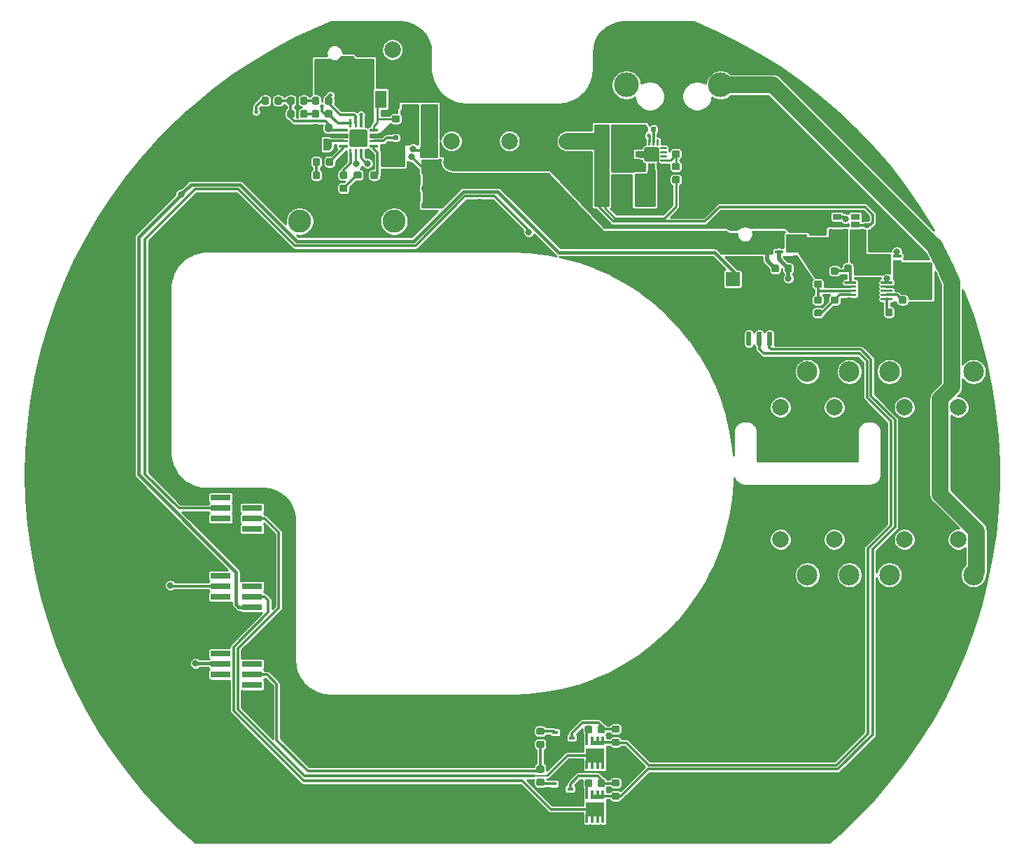
<source format=gtl>
%TF.GenerationSoftware,KiCad,Pcbnew,5.1.5+dfsg1-2build2*%
%TF.CreationDate,2021-12-22T23:08:45+01:00*%
%TF.ProjectId,uHoubolt_PCB_PMU,75486f75-626f-46c7-945f-5043425f504d,rev?*%
%TF.SameCoordinates,PX8583b00PY5f5e100*%
%TF.FileFunction,Copper,L1,Top*%
%TF.FilePolarity,Positive*%
%FSLAX46Y46*%
G04 Gerber Fmt 4.6, Leading zero omitted, Abs format (unit mm)*
G04 Created by KiCad (PCBNEW 5.1.5+dfsg1-2build2) date 2021-12-22 23:08:45*
%MOMM*%
%LPD*%
G04 APERTURE LIST*
%TA.AperFunction,ComponentPad*%
%ADD10C,2.000000*%
%TD*%
%TA.AperFunction,SMDPad,CuDef*%
%ADD11C,0.100000*%
%TD*%
%TA.AperFunction,SMDPad,CuDef*%
%ADD12R,0.700000X0.450000*%
%TD*%
%TA.AperFunction,ComponentPad*%
%ADD13C,3.000000*%
%TD*%
%TA.AperFunction,ComponentPad*%
%ADD14C,2.500000*%
%TD*%
%TA.AperFunction,SMDPad,CuDef*%
%ADD15R,2.400000X0.740000*%
%TD*%
%TA.AperFunction,ComponentPad*%
%ADD16C,2.800000*%
%TD*%
%TA.AperFunction,ComponentPad*%
%ADD17C,0.800000*%
%TD*%
%TA.AperFunction,ComponentPad*%
%ADD18C,6.400000*%
%TD*%
%TA.AperFunction,ViaPad*%
%ADD19C,0.600000*%
%TD*%
%TA.AperFunction,ViaPad*%
%ADD20C,0.500000*%
%TD*%
%TA.AperFunction,SMDPad,CuDef*%
%ADD21R,1.060000X0.650000*%
%TD*%
%TA.AperFunction,ComponentPad*%
%ADD22O,1.700000X1.700000*%
%TD*%
%TA.AperFunction,ComponentPad*%
%ADD23R,1.700000X1.700000*%
%TD*%
%TA.AperFunction,SMDPad,CuDef*%
%ADD24R,0.340000X1.000000*%
%TD*%
%TA.AperFunction,SMDPad,CuDef*%
%ADD25R,2.290000X1.710000*%
%TD*%
%TA.AperFunction,SMDPad,CuDef*%
%ADD26R,1.640000X0.500000*%
%TD*%
%TA.AperFunction,SMDPad,CuDef*%
%ADD27R,1.000000X0.340000*%
%TD*%
%TA.AperFunction,SMDPad,CuDef*%
%ADD28R,1.710000X2.290000*%
%TD*%
%TA.AperFunction,SMDPad,CuDef*%
%ADD29R,0.500000X1.640000*%
%TD*%
%TA.AperFunction,SMDPad,CuDef*%
%ADD30R,1.400000X4.200000*%
%TD*%
%TA.AperFunction,ComponentPad*%
%ADD31C,0.100000*%
%TD*%
%TA.AperFunction,ComponentPad*%
%ADD32O,2.200000X1.700000*%
%TD*%
%TA.AperFunction,SMDPad,CuDef*%
%ADD33R,2.100000X1.400000*%
%TD*%
%TA.AperFunction,SMDPad,CuDef*%
%ADD34R,1.400000X2.100000*%
%TD*%
%TA.AperFunction,SMDPad,CuDef*%
%ADD35R,1.100000X1.100000*%
%TD*%
%TA.AperFunction,ViaPad*%
%ADD36C,0.800000*%
%TD*%
%TA.AperFunction,Conductor*%
%ADD37C,0.250000*%
%TD*%
%TA.AperFunction,Conductor*%
%ADD38C,0.300000*%
%TD*%
%TA.AperFunction,Conductor*%
%ADD39C,2.000000*%
%TD*%
%TA.AperFunction,Conductor*%
%ADD40C,0.400000*%
%TD*%
%TA.AperFunction,Conductor*%
%ADD41C,0.500000*%
%TD*%
%TA.AperFunction,Conductor*%
%ADD42C,0.200000*%
%TD*%
%TA.AperFunction,Conductor*%
%ADD43C,0.254000*%
%TD*%
G04 APERTURE END LIST*
D10*
%TO.P,J8,2*%
%TO.N,GND*%
X-14500000Y48730000D03*
%TO.P,J8,1*%
%TO.N,+12V*%
X-14500000Y51270000D03*
%TD*%
%TA.AperFunction,SMDPad,CuDef*%
D11*
%TO.P,R12,1*%
%TO.N,Net-(Q6-Pad1)*%
G36*
X3677691Y-30776053D02*
G01*
X3698926Y-30779203D01*
X3719750Y-30784419D01*
X3739962Y-30791651D01*
X3759368Y-30800830D01*
X3777781Y-30811866D01*
X3795024Y-30824654D01*
X3810930Y-30839070D01*
X3825346Y-30854976D01*
X3838134Y-30872219D01*
X3849170Y-30890632D01*
X3858349Y-30910038D01*
X3865581Y-30930250D01*
X3870797Y-30951074D01*
X3873947Y-30972309D01*
X3875000Y-30993750D01*
X3875000Y-31431250D01*
X3873947Y-31452691D01*
X3870797Y-31473926D01*
X3865581Y-31494750D01*
X3858349Y-31514962D01*
X3849170Y-31534368D01*
X3838134Y-31552781D01*
X3825346Y-31570024D01*
X3810930Y-31585930D01*
X3795024Y-31600346D01*
X3777781Y-31613134D01*
X3759368Y-31624170D01*
X3739962Y-31633349D01*
X3719750Y-31640581D01*
X3698926Y-31645797D01*
X3677691Y-31648947D01*
X3656250Y-31650000D01*
X3143750Y-31650000D01*
X3122309Y-31648947D01*
X3101074Y-31645797D01*
X3080250Y-31640581D01*
X3060038Y-31633349D01*
X3040632Y-31624170D01*
X3022219Y-31613134D01*
X3004976Y-31600346D01*
X2989070Y-31585930D01*
X2974654Y-31570024D01*
X2961866Y-31552781D01*
X2950830Y-31534368D01*
X2941651Y-31514962D01*
X2934419Y-31494750D01*
X2929203Y-31473926D01*
X2926053Y-31452691D01*
X2925000Y-31431250D01*
X2925000Y-30993750D01*
X2926053Y-30972309D01*
X2929203Y-30951074D01*
X2934419Y-30930250D01*
X2941651Y-30910038D01*
X2950830Y-30890632D01*
X2961866Y-30872219D01*
X2974654Y-30854976D01*
X2989070Y-30839070D01*
X3004976Y-30824654D01*
X3022219Y-30811866D01*
X3040632Y-30800830D01*
X3060038Y-30791651D01*
X3080250Y-30784419D01*
X3101074Y-30779203D01*
X3122309Y-30776053D01*
X3143750Y-30775000D01*
X3656250Y-30775000D01*
X3677691Y-30776053D01*
G37*
%TD.AperFunction*%
%TA.AperFunction,SMDPad,CuDef*%
%TO.P,R12,2*%
%TO.N,Net-(R12-Pad2)*%
G36*
X3677691Y-32351053D02*
G01*
X3698926Y-32354203D01*
X3719750Y-32359419D01*
X3739962Y-32366651D01*
X3759368Y-32375830D01*
X3777781Y-32386866D01*
X3795024Y-32399654D01*
X3810930Y-32414070D01*
X3825346Y-32429976D01*
X3838134Y-32447219D01*
X3849170Y-32465632D01*
X3858349Y-32485038D01*
X3865581Y-32505250D01*
X3870797Y-32526074D01*
X3873947Y-32547309D01*
X3875000Y-32568750D01*
X3875000Y-33006250D01*
X3873947Y-33027691D01*
X3870797Y-33048926D01*
X3865581Y-33069750D01*
X3858349Y-33089962D01*
X3849170Y-33109368D01*
X3838134Y-33127781D01*
X3825346Y-33145024D01*
X3810930Y-33160930D01*
X3795024Y-33175346D01*
X3777781Y-33188134D01*
X3759368Y-33199170D01*
X3739962Y-33208349D01*
X3719750Y-33215581D01*
X3698926Y-33220797D01*
X3677691Y-33223947D01*
X3656250Y-33225000D01*
X3143750Y-33225000D01*
X3122309Y-33223947D01*
X3101074Y-33220797D01*
X3080250Y-33215581D01*
X3060038Y-33208349D01*
X3040632Y-33199170D01*
X3022219Y-33188134D01*
X3004976Y-33175346D01*
X2989070Y-33160930D01*
X2974654Y-33145024D01*
X2961866Y-33127781D01*
X2950830Y-33109368D01*
X2941651Y-33089962D01*
X2934419Y-33069750D01*
X2929203Y-33048926D01*
X2926053Y-33027691D01*
X2925000Y-33006250D01*
X2925000Y-32568750D01*
X2926053Y-32547309D01*
X2929203Y-32526074D01*
X2934419Y-32505250D01*
X2941651Y-32485038D01*
X2950830Y-32465632D01*
X2961866Y-32447219D01*
X2974654Y-32429976D01*
X2989070Y-32414070D01*
X3004976Y-32399654D01*
X3022219Y-32386866D01*
X3040632Y-32375830D01*
X3060038Y-32366651D01*
X3080250Y-32359419D01*
X3101074Y-32354203D01*
X3122309Y-32351053D01*
X3143750Y-32350000D01*
X3656250Y-32350000D01*
X3677691Y-32351053D01*
G37*
%TD.AperFunction*%
%TD*%
D12*
%TO.P,Q6,1*%
%TO.N,Net-(Q6-Pad1)*%
X5200000Y-31350000D03*
%TO.P,Q6,2*%
%TO.N,GND*%
X5200000Y-32650000D03*
%TO.P,Q6,3*%
%TO.N,Net-(Q6-Pad3)*%
X7200000Y-32000000D03*
%TD*%
%TA.AperFunction,SMDPad,CuDef*%
D11*
%TO.P,R8,1*%
%TO.N,Net-(Q5-Pad1)*%
G36*
X3677691Y-36938553D02*
G01*
X3698926Y-36941703D01*
X3719750Y-36946919D01*
X3739962Y-36954151D01*
X3759368Y-36963330D01*
X3777781Y-36974366D01*
X3795024Y-36987154D01*
X3810930Y-37001570D01*
X3825346Y-37017476D01*
X3838134Y-37034719D01*
X3849170Y-37053132D01*
X3858349Y-37072538D01*
X3865581Y-37092750D01*
X3870797Y-37113574D01*
X3873947Y-37134809D01*
X3875000Y-37156250D01*
X3875000Y-37593750D01*
X3873947Y-37615191D01*
X3870797Y-37636426D01*
X3865581Y-37657250D01*
X3858349Y-37677462D01*
X3849170Y-37696868D01*
X3838134Y-37715281D01*
X3825346Y-37732524D01*
X3810930Y-37748430D01*
X3795024Y-37762846D01*
X3777781Y-37775634D01*
X3759368Y-37786670D01*
X3739962Y-37795849D01*
X3719750Y-37803081D01*
X3698926Y-37808297D01*
X3677691Y-37811447D01*
X3656250Y-37812500D01*
X3143750Y-37812500D01*
X3122309Y-37811447D01*
X3101074Y-37808297D01*
X3080250Y-37803081D01*
X3060038Y-37795849D01*
X3040632Y-37786670D01*
X3022219Y-37775634D01*
X3004976Y-37762846D01*
X2989070Y-37748430D01*
X2974654Y-37732524D01*
X2961866Y-37715281D01*
X2950830Y-37696868D01*
X2941651Y-37677462D01*
X2934419Y-37657250D01*
X2929203Y-37636426D01*
X2926053Y-37615191D01*
X2925000Y-37593750D01*
X2925000Y-37156250D01*
X2926053Y-37134809D01*
X2929203Y-37113574D01*
X2934419Y-37092750D01*
X2941651Y-37072538D01*
X2950830Y-37053132D01*
X2961866Y-37034719D01*
X2974654Y-37017476D01*
X2989070Y-37001570D01*
X3004976Y-36987154D01*
X3022219Y-36974366D01*
X3040632Y-36963330D01*
X3060038Y-36954151D01*
X3080250Y-36946919D01*
X3101074Y-36941703D01*
X3122309Y-36938553D01*
X3143750Y-36937500D01*
X3656250Y-36937500D01*
X3677691Y-36938553D01*
G37*
%TD.AperFunction*%
%TA.AperFunction,SMDPad,CuDef*%
%TO.P,R8,2*%
%TO.N,Net-(R12-Pad2)*%
G36*
X3677691Y-35363553D02*
G01*
X3698926Y-35366703D01*
X3719750Y-35371919D01*
X3739962Y-35379151D01*
X3759368Y-35388330D01*
X3777781Y-35399366D01*
X3795024Y-35412154D01*
X3810930Y-35426570D01*
X3825346Y-35442476D01*
X3838134Y-35459719D01*
X3849170Y-35478132D01*
X3858349Y-35497538D01*
X3865581Y-35517750D01*
X3870797Y-35538574D01*
X3873947Y-35559809D01*
X3875000Y-35581250D01*
X3875000Y-36018750D01*
X3873947Y-36040191D01*
X3870797Y-36061426D01*
X3865581Y-36082250D01*
X3858349Y-36102462D01*
X3849170Y-36121868D01*
X3838134Y-36140281D01*
X3825346Y-36157524D01*
X3810930Y-36173430D01*
X3795024Y-36187846D01*
X3777781Y-36200634D01*
X3759368Y-36211670D01*
X3739962Y-36220849D01*
X3719750Y-36228081D01*
X3698926Y-36233297D01*
X3677691Y-36236447D01*
X3656250Y-36237500D01*
X3143750Y-36237500D01*
X3122309Y-36236447D01*
X3101074Y-36233297D01*
X3080250Y-36228081D01*
X3060038Y-36220849D01*
X3040632Y-36211670D01*
X3022219Y-36200634D01*
X3004976Y-36187846D01*
X2989070Y-36173430D01*
X2974654Y-36157524D01*
X2961866Y-36140281D01*
X2950830Y-36121868D01*
X2941651Y-36102462D01*
X2934419Y-36082250D01*
X2929203Y-36061426D01*
X2926053Y-36040191D01*
X2925000Y-36018750D01*
X2925000Y-35581250D01*
X2926053Y-35559809D01*
X2929203Y-35538574D01*
X2934419Y-35517750D01*
X2941651Y-35497538D01*
X2950830Y-35478132D01*
X2961866Y-35459719D01*
X2974654Y-35442476D01*
X2989070Y-35426570D01*
X3004976Y-35412154D01*
X3022219Y-35399366D01*
X3040632Y-35388330D01*
X3060038Y-35379151D01*
X3080250Y-35371919D01*
X3101074Y-35366703D01*
X3122309Y-35363553D01*
X3143750Y-35362500D01*
X3656250Y-35362500D01*
X3677691Y-35363553D01*
G37*
%TD.AperFunction*%
%TD*%
D12*
%TO.P,Q5,1*%
%TO.N,Net-(Q5-Pad1)*%
X5000000Y-37550000D03*
%TO.P,Q5,2*%
%TO.N,GND*%
X5000000Y-38850000D03*
%TO.P,Q5,3*%
%TO.N,Net-(Q5-Pad3)*%
X7000000Y-38200000D03*
%TD*%
%TA.AperFunction,SMDPad,CuDef*%
D11*
%TO.P,C19,2*%
%TO.N,GND*%
G36*
X43086958Y31279290D02*
G01*
X43101276Y31277166D01*
X43115317Y31273649D01*
X43128946Y31268772D01*
X43142031Y31262583D01*
X43154447Y31255142D01*
X43166073Y31246519D01*
X43176798Y31236798D01*
X43186519Y31226073D01*
X43195142Y31214447D01*
X43202583Y31202031D01*
X43208772Y31188946D01*
X43213649Y31175317D01*
X43217166Y31161276D01*
X43219290Y31146958D01*
X43220000Y31132500D01*
X43220000Y30837500D01*
X43219290Y30823042D01*
X43217166Y30808724D01*
X43213649Y30794683D01*
X43208772Y30781054D01*
X43202583Y30767969D01*
X43195142Y30755553D01*
X43186519Y30743927D01*
X43176798Y30733202D01*
X43166073Y30723481D01*
X43154447Y30714858D01*
X43142031Y30707417D01*
X43128946Y30701228D01*
X43115317Y30696351D01*
X43101276Y30692834D01*
X43086958Y30690710D01*
X43072500Y30690000D01*
X42727500Y30690000D01*
X42713042Y30690710D01*
X42698724Y30692834D01*
X42684683Y30696351D01*
X42671054Y30701228D01*
X42657969Y30707417D01*
X42645553Y30714858D01*
X42633927Y30723481D01*
X42623202Y30733202D01*
X42613481Y30743927D01*
X42604858Y30755553D01*
X42597417Y30767969D01*
X42591228Y30781054D01*
X42586351Y30794683D01*
X42582834Y30808724D01*
X42580710Y30823042D01*
X42580000Y30837500D01*
X42580000Y31132500D01*
X42580710Y31146958D01*
X42582834Y31161276D01*
X42586351Y31175317D01*
X42591228Y31188946D01*
X42597417Y31202031D01*
X42604858Y31214447D01*
X42613481Y31226073D01*
X42623202Y31236798D01*
X42633927Y31246519D01*
X42645553Y31255142D01*
X42657969Y31262583D01*
X42671054Y31268772D01*
X42684683Y31273649D01*
X42698724Y31277166D01*
X42713042Y31279290D01*
X42727500Y31280000D01*
X43072500Y31280000D01*
X43086958Y31279290D01*
G37*
%TD.AperFunction*%
%TA.AperFunction,SMDPad,CuDef*%
%TO.P,C19,1*%
%TO.N,+5V*%
G36*
X43086958Y30309290D02*
G01*
X43101276Y30307166D01*
X43115317Y30303649D01*
X43128946Y30298772D01*
X43142031Y30292583D01*
X43154447Y30285142D01*
X43166073Y30276519D01*
X43176798Y30266798D01*
X43186519Y30256073D01*
X43195142Y30244447D01*
X43202583Y30232031D01*
X43208772Y30218946D01*
X43213649Y30205317D01*
X43217166Y30191276D01*
X43219290Y30176958D01*
X43220000Y30162500D01*
X43220000Y29867500D01*
X43219290Y29853042D01*
X43217166Y29838724D01*
X43213649Y29824683D01*
X43208772Y29811054D01*
X43202583Y29797969D01*
X43195142Y29785553D01*
X43186519Y29773927D01*
X43176798Y29763202D01*
X43166073Y29753481D01*
X43154447Y29744858D01*
X43142031Y29737417D01*
X43128946Y29731228D01*
X43115317Y29726351D01*
X43101276Y29722834D01*
X43086958Y29720710D01*
X43072500Y29720000D01*
X42727500Y29720000D01*
X42713042Y29720710D01*
X42698724Y29722834D01*
X42684683Y29726351D01*
X42671054Y29731228D01*
X42657969Y29737417D01*
X42645553Y29744858D01*
X42633927Y29753481D01*
X42623202Y29763202D01*
X42613481Y29773927D01*
X42604858Y29785553D01*
X42597417Y29797969D01*
X42591228Y29811054D01*
X42586351Y29824683D01*
X42582834Y29838724D01*
X42580710Y29853042D01*
X42580000Y29867500D01*
X42580000Y30162500D01*
X42580710Y30176958D01*
X42582834Y30191276D01*
X42586351Y30205317D01*
X42591228Y30218946D01*
X42597417Y30232031D01*
X42604858Y30244447D01*
X42613481Y30256073D01*
X42623202Y30266798D01*
X42633927Y30276519D01*
X42645553Y30285142D01*
X42657969Y30292583D01*
X42671054Y30298772D01*
X42684683Y30303649D01*
X42698724Y30307166D01*
X42713042Y30309290D01*
X42727500Y30310000D01*
X43072500Y30310000D01*
X43086958Y30309290D01*
G37*
%TD.AperFunction*%
%TD*%
%TA.AperFunction,SMDPad,CuDef*%
%TO.P,JP2,2*%
%TO.N,GND*%
G36*
X-23650000Y39050602D02*
G01*
X-23674534Y39050602D01*
X-23723365Y39055412D01*
X-23771490Y39064984D01*
X-23818445Y39079228D01*
X-23863778Y39098005D01*
X-23907051Y39121136D01*
X-23947850Y39148396D01*
X-23985779Y39179524D01*
X-24020476Y39214221D01*
X-24051604Y39252150D01*
X-24078864Y39292949D01*
X-24101995Y39336222D01*
X-24120772Y39381555D01*
X-24135016Y39428510D01*
X-24144588Y39476635D01*
X-24149398Y39525466D01*
X-24149398Y39550000D01*
X-24150000Y39550000D01*
X-24150000Y40050000D01*
X-24149398Y40050000D01*
X-24149398Y40074534D01*
X-24144588Y40123365D01*
X-24135016Y40171490D01*
X-24120772Y40218445D01*
X-24101995Y40263778D01*
X-24078864Y40307051D01*
X-24051604Y40347850D01*
X-24020476Y40385779D01*
X-23985779Y40420476D01*
X-23947850Y40451604D01*
X-23907051Y40478864D01*
X-23863778Y40501995D01*
X-23818445Y40520772D01*
X-23771490Y40535016D01*
X-23723365Y40544588D01*
X-23674534Y40549398D01*
X-23650000Y40549398D01*
X-23650000Y40550000D01*
X-23150000Y40550000D01*
X-23150000Y39050000D01*
X-23650000Y39050000D01*
X-23650000Y39050602D01*
G37*
%TD.AperFunction*%
%TA.AperFunction,SMDPad,CuDef*%
%TO.P,JP2,1*%
%TO.N,Net-(JP2-Pad1)*%
G36*
X-22850000Y40550000D02*
G01*
X-22350000Y40550000D01*
X-22350000Y40549398D01*
X-22325466Y40549398D01*
X-22276635Y40544588D01*
X-22228510Y40535016D01*
X-22181555Y40520772D01*
X-22136222Y40501995D01*
X-22092949Y40478864D01*
X-22052150Y40451604D01*
X-22014221Y40420476D01*
X-21979524Y40385779D01*
X-21948396Y40347850D01*
X-21921136Y40307051D01*
X-21898005Y40263778D01*
X-21879228Y40218445D01*
X-21864984Y40171490D01*
X-21855412Y40123365D01*
X-21850602Y40074534D01*
X-21850602Y40050000D01*
X-21850000Y40050000D01*
X-21850000Y39550000D01*
X-21850602Y39550000D01*
X-21850602Y39525466D01*
X-21855412Y39476635D01*
X-21864984Y39428510D01*
X-21879228Y39381555D01*
X-21898005Y39336222D01*
X-21921136Y39292949D01*
X-21948396Y39252150D01*
X-21979524Y39214221D01*
X-22014221Y39179524D01*
X-22052150Y39148396D01*
X-22092949Y39121136D01*
X-22136222Y39098005D01*
X-22181555Y39079228D01*
X-22228510Y39064984D01*
X-22276635Y39055412D01*
X-22325466Y39050602D01*
X-22350000Y39050602D01*
X-22350000Y39050000D01*
X-22850000Y39050000D01*
X-22850000Y40550000D01*
G37*
%TD.AperFunction*%
%TD*%
%TA.AperFunction,SMDPad,CuDef*%
%TO.P,C18,2*%
%TO.N,GND*%
G36*
X-11269858Y34198826D02*
G01*
X-11246197Y34195316D01*
X-11222993Y34189504D01*
X-11200471Y34181446D01*
X-11178847Y34171218D01*
X-11158330Y34158921D01*
X-11139117Y34144671D01*
X-11121393Y34128607D01*
X-11105329Y34110883D01*
X-11091079Y34091670D01*
X-11078782Y34071153D01*
X-11068554Y34049529D01*
X-11060496Y34027007D01*
X-11054684Y34003803D01*
X-11051174Y33980142D01*
X-11050000Y33956250D01*
X-11050000Y33043750D01*
X-11051174Y33019858D01*
X-11054684Y32996197D01*
X-11060496Y32972993D01*
X-11068554Y32950471D01*
X-11078782Y32928847D01*
X-11091079Y32908330D01*
X-11105329Y32889117D01*
X-11121393Y32871393D01*
X-11139117Y32855329D01*
X-11158330Y32841079D01*
X-11178847Y32828782D01*
X-11200471Y32818554D01*
X-11222993Y32810496D01*
X-11246197Y32804684D01*
X-11269858Y32801174D01*
X-11293750Y32800000D01*
X-11781250Y32800000D01*
X-11805142Y32801174D01*
X-11828803Y32804684D01*
X-11852007Y32810496D01*
X-11874529Y32818554D01*
X-11896153Y32828782D01*
X-11916670Y32841079D01*
X-11935883Y32855329D01*
X-11953607Y32871393D01*
X-11969671Y32889117D01*
X-11983921Y32908330D01*
X-11996218Y32928847D01*
X-12006446Y32950471D01*
X-12014504Y32972993D01*
X-12020316Y32996197D01*
X-12023826Y33019858D01*
X-12025000Y33043750D01*
X-12025000Y33956250D01*
X-12023826Y33980142D01*
X-12020316Y34003803D01*
X-12014504Y34027007D01*
X-12006446Y34049529D01*
X-11996218Y34071153D01*
X-11983921Y34091670D01*
X-11969671Y34110883D01*
X-11953607Y34128607D01*
X-11935883Y34144671D01*
X-11916670Y34158921D01*
X-11896153Y34171218D01*
X-11874529Y34181446D01*
X-11852007Y34189504D01*
X-11828803Y34195316D01*
X-11805142Y34198826D01*
X-11781250Y34200000D01*
X-11293750Y34200000D01*
X-11269858Y34198826D01*
G37*
%TD.AperFunction*%
%TA.AperFunction,SMDPad,CuDef*%
%TO.P,C18,1*%
%TO.N,/Vbat*%
G36*
X-9394858Y34198826D02*
G01*
X-9371197Y34195316D01*
X-9347993Y34189504D01*
X-9325471Y34181446D01*
X-9303847Y34171218D01*
X-9283330Y34158921D01*
X-9264117Y34144671D01*
X-9246393Y34128607D01*
X-9230329Y34110883D01*
X-9216079Y34091670D01*
X-9203782Y34071153D01*
X-9193554Y34049529D01*
X-9185496Y34027007D01*
X-9179684Y34003803D01*
X-9176174Y33980142D01*
X-9175000Y33956250D01*
X-9175000Y33043750D01*
X-9176174Y33019858D01*
X-9179684Y32996197D01*
X-9185496Y32972993D01*
X-9193554Y32950471D01*
X-9203782Y32928847D01*
X-9216079Y32908330D01*
X-9230329Y32889117D01*
X-9246393Y32871393D01*
X-9264117Y32855329D01*
X-9283330Y32841079D01*
X-9303847Y32828782D01*
X-9325471Y32818554D01*
X-9347993Y32810496D01*
X-9371197Y32804684D01*
X-9394858Y32801174D01*
X-9418750Y32800000D01*
X-9906250Y32800000D01*
X-9930142Y32801174D01*
X-9953803Y32804684D01*
X-9977007Y32810496D01*
X-9999529Y32818554D01*
X-10021153Y32828782D01*
X-10041670Y32841079D01*
X-10060883Y32855329D01*
X-10078607Y32871393D01*
X-10094671Y32889117D01*
X-10108921Y32908330D01*
X-10121218Y32928847D01*
X-10131446Y32950471D01*
X-10139504Y32972993D01*
X-10145316Y32996197D01*
X-10148826Y33019858D01*
X-10150000Y33043750D01*
X-10150000Y33956250D01*
X-10148826Y33980142D01*
X-10145316Y34003803D01*
X-10139504Y34027007D01*
X-10131446Y34049529D01*
X-10121218Y34071153D01*
X-10108921Y34091670D01*
X-10094671Y34110883D01*
X-10078607Y34128607D01*
X-10060883Y34144671D01*
X-10041670Y34158921D01*
X-10021153Y34171218D01*
X-9999529Y34181446D01*
X-9977007Y34189504D01*
X-9953803Y34195316D01*
X-9930142Y34198826D01*
X-9906250Y34200000D01*
X-9418750Y34200000D01*
X-9394858Y34198826D01*
G37*
%TD.AperFunction*%
%TD*%
D13*
%TO.P,J3,2*%
%TO.N,GND*%
X19500000Y47000000D03*
%TO.P,J3,3*%
%TO.N,PYRO*%
X25200000Y47000000D03*
%TO.P,J3,1*%
%TO.N,+12V*%
X13800000Y47000000D03*
%TD*%
D14*
%TO.P,SW1,2*%
%TO.N,Net-(Q1-Pad2)*%
X40780000Y12300000D03*
%TO.P,SW1,1*%
%TO.N,GND*%
X30620000Y12300000D03*
%TO.P,SW1,3*%
%TO.N,N/C*%
X35700000Y12300000D03*
D10*
%TO.P,SW1,0*%
X32450000Y8000000D03*
X38950000Y8000000D03*
%TD*%
D14*
%TO.P,SW3,2*%
%TO.N,Net-(SW3-Pad2)*%
X55780000Y12300000D03*
%TO.P,SW3,1*%
%TO.N,+12V*%
X45620000Y12300000D03*
%TO.P,SW3,3*%
%TO.N,GND*%
X50700000Y12300000D03*
D10*
%TO.P,SW3,0*%
%TO.N,N/C*%
X47450000Y8000000D03*
X53950000Y8000000D03*
%TD*%
D14*
%TO.P,SW2,1*%
%TO.N,GND*%
X30620000Y-12300000D03*
%TO.P,SW2,2*%
%TO.N,Net-(Q1-Pad2)*%
X40780000Y-12300000D03*
%TO.P,SW2,3*%
%TO.N,N/C*%
X35700000Y-12300000D03*
D10*
%TO.P,SW2,0*%
X32450000Y-8000000D03*
X38950000Y-8000000D03*
%TD*%
D14*
%TO.P,SW4,1*%
%TO.N,Net-(SW3-Pad2)*%
X45620000Y-12300000D03*
%TO.P,SW4,2*%
%TO.N,PYRO*%
X55780000Y-12300000D03*
%TO.P,SW4,3*%
%TO.N,GND*%
X50700000Y-12300000D03*
D10*
%TO.P,SW4,0*%
%TO.N,N/C*%
X47450000Y-8000000D03*
X53950000Y-8000000D03*
%TD*%
D15*
%TO.P,U5,34*%
%TO.N,N/C*%
X-31450000Y-6735000D03*
%TO.P,U5,49*%
%TO.N,GND*%
X-35260000Y-6735000D03*
%TO.P,U5,35*%
%TO.N,Net-(Q4-Pad3)*%
X-31450000Y-5465000D03*
%TO.P,U5,48*%
%TO.N,N/C*%
X-35260000Y-5465000D03*
%TO.P,U5,36*%
X-31450000Y-4195000D03*
%TO.P,U5,47*%
%TO.N,/SUPPLY_CURRENT_SENSE*%
X-35260000Y-4195000D03*
%TO.P,U5,37*%
%TO.N,GND*%
X-31450000Y-2925000D03*
%TO.P,U5,46*%
%TO.N,N/C*%
X-35260000Y-2925000D03*
%TO.P,U5,30*%
%TO.N,/NTC*%
X-31450000Y-16185000D03*
%TO.P,U5,45*%
%TO.N,GND*%
X-35260000Y-16185000D03*
%TO.P,U5,31*%
%TO.N,Net-(Q3-Pad3)*%
X-31450000Y-14915000D03*
%TO.P,U5,44*%
%TO.N,N/C*%
X-35260000Y-14915000D03*
%TO.P,U5,32*%
X-31450000Y-13645000D03*
%TO.P,U5,43*%
%TO.N,/~ACOK*%
X-35260000Y-13645000D03*
%TO.P,U5,33*%
%TO.N,GND*%
X-31450000Y-12375000D03*
%TO.P,U5,42*%
%TO.N,N/C*%
X-35260000Y-12375000D03*
%TO.P,U5,26*%
X-31450000Y-25625000D03*
%TO.P,U5,41*%
%TO.N,GND*%
X-35260000Y-25625000D03*
%TO.P,U5,27*%
%TO.N,Net-(R12-Pad2)*%
X-31450000Y-24355000D03*
%TO.P,U5,40*%
%TO.N,N/C*%
X-35260000Y-24355000D03*
%TO.P,U5,28*%
X-31450000Y-23085000D03*
%TO.P,U5,39*%
%TO.N,/~CHGOK*%
X-35260000Y-23085000D03*
%TO.P,U5,29*%
%TO.N,GND*%
X-31450000Y-21815000D03*
%TO.P,U5,38*%
%TO.N,N/C*%
X-35260000Y-21815000D03*
D16*
%TO.P,U5,19*%
%TO.N,+5V*%
X-25700000Y30500000D03*
%TO.P,U5,18*%
%TO.N,GND*%
X-20000000Y30500000D03*
%TO.P,U5,17*%
%TO.N,+12V*%
X-14300000Y30500000D03*
D17*
%TO.P,U5,0*%
%TO.N,GND*%
X-5697056Y28302944D03*
X-2302944Y28302944D03*
X-5697056Y31697056D03*
X-6400000Y30000000D03*
X-4000000Y27600000D03*
X-1600000Y30000000D03*
X-4000000Y32400000D03*
D18*
X-4000000Y30000000D03*
D17*
X-2302944Y31697056D03*
X-5697056Y-33697056D03*
X-2302944Y-33697056D03*
X-5697056Y-30302944D03*
X-6400000Y-32000000D03*
X-4000000Y-34400000D03*
X-1600000Y-32000000D03*
X-4000000Y-29600000D03*
D18*
X-4000000Y-32000000D03*
D17*
X-2302944Y-30302944D03*
X-37697056Y-33697056D03*
X-34302944Y-33697056D03*
X-37697056Y-30302944D03*
X-38400000Y-32000000D03*
X-36000000Y-34400000D03*
X-33600000Y-32000000D03*
X-36000000Y-29600000D03*
D18*
X-36000000Y-32000000D03*
D17*
X-34302944Y-30302944D03*
X-37697056Y28302944D03*
X-34302944Y28302944D03*
X-37697056Y31697056D03*
X-38400000Y30000000D03*
X-36000000Y27600000D03*
X-33600000Y30000000D03*
X-36000000Y32400000D03*
D18*
X-36000000Y30000000D03*
D17*
X-34302944Y31697056D03*
%TD*%
%TA.AperFunction,SMDPad,CuDef*%
D11*
%TO.P,U4,17*%
%TO.N,N/C*%
G36*
X-17750495Y41623796D02*
G01*
X-17726227Y41620196D01*
X-17702428Y41614235D01*
X-17679329Y41605970D01*
X-17657150Y41595480D01*
X-17636107Y41582868D01*
X-17616401Y41568253D01*
X-17598223Y41551777D01*
X-17581747Y41533599D01*
X-17567132Y41513893D01*
X-17554520Y41492850D01*
X-17544030Y41470671D01*
X-17535765Y41447572D01*
X-17529804Y41423773D01*
X-17526204Y41399505D01*
X-17525000Y41375001D01*
X-17525000Y39724999D01*
X-17526204Y39700495D01*
X-17529804Y39676227D01*
X-17535765Y39652428D01*
X-17544030Y39629329D01*
X-17554520Y39607150D01*
X-17567132Y39586107D01*
X-17581747Y39566401D01*
X-17598223Y39548223D01*
X-17616401Y39531747D01*
X-17636107Y39517132D01*
X-17657150Y39504520D01*
X-17679329Y39494030D01*
X-17702428Y39485765D01*
X-17726227Y39479804D01*
X-17750495Y39476204D01*
X-17774999Y39475000D01*
X-19425001Y39475000D01*
X-19449505Y39476204D01*
X-19473773Y39479804D01*
X-19497572Y39485765D01*
X-19520671Y39494030D01*
X-19542850Y39504520D01*
X-19563893Y39517132D01*
X-19583599Y39531747D01*
X-19601777Y39548223D01*
X-19618253Y39566401D01*
X-19632868Y39586107D01*
X-19645480Y39607150D01*
X-19655970Y39629329D01*
X-19664235Y39652428D01*
X-19670196Y39676227D01*
X-19673796Y39700495D01*
X-19675000Y39724999D01*
X-19675000Y41375001D01*
X-19673796Y41399505D01*
X-19670196Y41423773D01*
X-19664235Y41447572D01*
X-19655970Y41470671D01*
X-19645480Y41492850D01*
X-19632868Y41513893D01*
X-19618253Y41533599D01*
X-19601777Y41551777D01*
X-19583599Y41568253D01*
X-19563893Y41582868D01*
X-19542850Y41595480D01*
X-19520671Y41605970D01*
X-19497572Y41614235D01*
X-19473773Y41620196D01*
X-19449505Y41623796D01*
X-19425001Y41625000D01*
X-17774999Y41625000D01*
X-17750495Y41623796D01*
G37*
%TD.AperFunction*%
D19*
%TD*%
%TO.N,N/C*%
%TO.C,U4*%
X-17825000Y41325000D03*
%TO.N,N/C*%
%TO.C,U4*%
X-17825000Y40550000D03*
X-17825000Y39775000D03*
X-18600000Y41325000D03*
X-18600000Y40550000D03*
X-18600000Y39775000D03*
X-19375000Y41325000D03*
X-19375000Y40550000D03*
X-19375000Y39775000D03*
%TA.AperFunction,SMDPad,CuDef*%
D11*
%TD*%
%TO.P,U4,1*%
%TO.N,/Vcharge*%
G36*
X-17542649Y42924639D02*
G01*
X-17535368Y42923559D01*
X-17528229Y42921771D01*
X-17521299Y42919291D01*
X-17514645Y42916144D01*
X-17508332Y42912360D01*
X-17502421Y42907976D01*
X-17496967Y42903033D01*
X-17492024Y42897579D01*
X-17487640Y42891668D01*
X-17483856Y42885355D01*
X-17480709Y42878701D01*
X-17478229Y42871771D01*
X-17476441Y42864632D01*
X-17475361Y42857351D01*
X-17475000Y42850000D01*
X-17475000Y41925000D01*
X-17475361Y41917649D01*
X-17476441Y41910368D01*
X-17478229Y41903229D01*
X-17480709Y41896299D01*
X-17483856Y41889645D01*
X-17487640Y41883332D01*
X-17492024Y41877421D01*
X-17496967Y41871967D01*
X-17502421Y41867024D01*
X-17508332Y41862640D01*
X-17514645Y41858856D01*
X-17521299Y41855709D01*
X-17528229Y41853229D01*
X-17535368Y41851441D01*
X-17542649Y41850361D01*
X-17550000Y41850000D01*
X-17700000Y41850000D01*
X-17707351Y41850361D01*
X-17714632Y41851441D01*
X-17721771Y41853229D01*
X-17728701Y41855709D01*
X-17735355Y41858856D01*
X-17741668Y41862640D01*
X-17747579Y41867024D01*
X-17753033Y41871967D01*
X-17757976Y41877421D01*
X-17762360Y41883332D01*
X-17766144Y41889645D01*
X-17769291Y41896299D01*
X-17771771Y41903229D01*
X-17773559Y41910368D01*
X-17774639Y41917649D01*
X-17775000Y41925000D01*
X-17775000Y42850000D01*
X-17774639Y42857351D01*
X-17773559Y42864632D01*
X-17771771Y42871771D01*
X-17769291Y42878701D01*
X-17766144Y42885355D01*
X-17762360Y42891668D01*
X-17757976Y42897579D01*
X-17753033Y42903033D01*
X-17747579Y42907976D01*
X-17741668Y42912360D01*
X-17735355Y42916144D01*
X-17728701Y42919291D01*
X-17721771Y42921771D01*
X-17714632Y42923559D01*
X-17707351Y42924639D01*
X-17700000Y42925000D01*
X-17550000Y42925000D01*
X-17542649Y42924639D01*
G37*
%TD.AperFunction*%
%TA.AperFunction,SMDPad,CuDef*%
%TO.P,U4,2*%
%TO.N,/NTC*%
G36*
X-18192649Y42924639D02*
G01*
X-18185368Y42923559D01*
X-18178229Y42921771D01*
X-18171299Y42919291D01*
X-18164645Y42916144D01*
X-18158332Y42912360D01*
X-18152421Y42907976D01*
X-18146967Y42903033D01*
X-18142024Y42897579D01*
X-18137640Y42891668D01*
X-18133856Y42885355D01*
X-18130709Y42878701D01*
X-18128229Y42871771D01*
X-18126441Y42864632D01*
X-18125361Y42857351D01*
X-18125000Y42850000D01*
X-18125000Y41925000D01*
X-18125361Y41917649D01*
X-18126441Y41910368D01*
X-18128229Y41903229D01*
X-18130709Y41896299D01*
X-18133856Y41889645D01*
X-18137640Y41883332D01*
X-18142024Y41877421D01*
X-18146967Y41871967D01*
X-18152421Y41867024D01*
X-18158332Y41862640D01*
X-18164645Y41858856D01*
X-18171299Y41855709D01*
X-18178229Y41853229D01*
X-18185368Y41851441D01*
X-18192649Y41850361D01*
X-18200000Y41850000D01*
X-18350000Y41850000D01*
X-18357351Y41850361D01*
X-18364632Y41851441D01*
X-18371771Y41853229D01*
X-18378701Y41855709D01*
X-18385355Y41858856D01*
X-18391668Y41862640D01*
X-18397579Y41867024D01*
X-18403033Y41871967D01*
X-18407976Y41877421D01*
X-18412360Y41883332D01*
X-18416144Y41889645D01*
X-18419291Y41896299D01*
X-18421771Y41903229D01*
X-18423559Y41910368D01*
X-18424639Y41917649D01*
X-18425000Y41925000D01*
X-18425000Y42850000D01*
X-18424639Y42857351D01*
X-18423559Y42864632D01*
X-18421771Y42871771D01*
X-18419291Y42878701D01*
X-18416144Y42885355D01*
X-18412360Y42891668D01*
X-18407976Y42897579D01*
X-18403033Y42903033D01*
X-18397579Y42907976D01*
X-18391668Y42912360D01*
X-18385355Y42916144D01*
X-18378701Y42919291D01*
X-18371771Y42921771D01*
X-18364632Y42923559D01*
X-18357351Y42924639D01*
X-18350000Y42925000D01*
X-18200000Y42925000D01*
X-18192649Y42924639D01*
G37*
%TD.AperFunction*%
%TA.AperFunction,SMDPad,CuDef*%
%TO.P,U4,3*%
%TO.N,/~ACOK*%
G36*
X-18842649Y42924639D02*
G01*
X-18835368Y42923559D01*
X-18828229Y42921771D01*
X-18821299Y42919291D01*
X-18814645Y42916144D01*
X-18808332Y42912360D01*
X-18802421Y42907976D01*
X-18796967Y42903033D01*
X-18792024Y42897579D01*
X-18787640Y42891668D01*
X-18783856Y42885355D01*
X-18780709Y42878701D01*
X-18778229Y42871771D01*
X-18776441Y42864632D01*
X-18775361Y42857351D01*
X-18775000Y42850000D01*
X-18775000Y41925000D01*
X-18775361Y41917649D01*
X-18776441Y41910368D01*
X-18778229Y41903229D01*
X-18780709Y41896299D01*
X-18783856Y41889645D01*
X-18787640Y41883332D01*
X-18792024Y41877421D01*
X-18796967Y41871967D01*
X-18802421Y41867024D01*
X-18808332Y41862640D01*
X-18814645Y41858856D01*
X-18821299Y41855709D01*
X-18828229Y41853229D01*
X-18835368Y41851441D01*
X-18842649Y41850361D01*
X-18850000Y41850000D01*
X-19000000Y41850000D01*
X-19007351Y41850361D01*
X-19014632Y41851441D01*
X-19021771Y41853229D01*
X-19028701Y41855709D01*
X-19035355Y41858856D01*
X-19041668Y41862640D01*
X-19047579Y41867024D01*
X-19053033Y41871967D01*
X-19057976Y41877421D01*
X-19062360Y41883332D01*
X-19066144Y41889645D01*
X-19069291Y41896299D01*
X-19071771Y41903229D01*
X-19073559Y41910368D01*
X-19074639Y41917649D01*
X-19075000Y41925000D01*
X-19075000Y42850000D01*
X-19074639Y42857351D01*
X-19073559Y42864632D01*
X-19071771Y42871771D01*
X-19069291Y42878701D01*
X-19066144Y42885355D01*
X-19062360Y42891668D01*
X-19057976Y42897579D01*
X-19053033Y42903033D01*
X-19047579Y42907976D01*
X-19041668Y42912360D01*
X-19035355Y42916144D01*
X-19028701Y42919291D01*
X-19021771Y42921771D01*
X-19014632Y42923559D01*
X-19007351Y42924639D01*
X-19000000Y42925000D01*
X-18850000Y42925000D01*
X-18842649Y42924639D01*
G37*
%TD.AperFunction*%
%TA.AperFunction,SMDPad,CuDef*%
%TO.P,U4,4*%
%TO.N,/~CHGOK*%
G36*
X-19492649Y42924639D02*
G01*
X-19485368Y42923559D01*
X-19478229Y42921771D01*
X-19471299Y42919291D01*
X-19464645Y42916144D01*
X-19458332Y42912360D01*
X-19452421Y42907976D01*
X-19446967Y42903033D01*
X-19442024Y42897579D01*
X-19437640Y42891668D01*
X-19433856Y42885355D01*
X-19430709Y42878701D01*
X-19428229Y42871771D01*
X-19426441Y42864632D01*
X-19425361Y42857351D01*
X-19425000Y42850000D01*
X-19425000Y41925000D01*
X-19425361Y41917649D01*
X-19426441Y41910368D01*
X-19428229Y41903229D01*
X-19430709Y41896299D01*
X-19433856Y41889645D01*
X-19437640Y41883332D01*
X-19442024Y41877421D01*
X-19446967Y41871967D01*
X-19452421Y41867024D01*
X-19458332Y41862640D01*
X-19464645Y41858856D01*
X-19471299Y41855709D01*
X-19478229Y41853229D01*
X-19485368Y41851441D01*
X-19492649Y41850361D01*
X-19500000Y41850000D01*
X-19650000Y41850000D01*
X-19657351Y41850361D01*
X-19664632Y41851441D01*
X-19671771Y41853229D01*
X-19678701Y41855709D01*
X-19685355Y41858856D01*
X-19691668Y41862640D01*
X-19697579Y41867024D01*
X-19703033Y41871967D01*
X-19707976Y41877421D01*
X-19712360Y41883332D01*
X-19716144Y41889645D01*
X-19719291Y41896299D01*
X-19721771Y41903229D01*
X-19723559Y41910368D01*
X-19724639Y41917649D01*
X-19725000Y41925000D01*
X-19725000Y42850000D01*
X-19724639Y42857351D01*
X-19723559Y42864632D01*
X-19721771Y42871771D01*
X-19719291Y42878701D01*
X-19716144Y42885355D01*
X-19712360Y42891668D01*
X-19707976Y42897579D01*
X-19703033Y42903033D01*
X-19697579Y42907976D01*
X-19691668Y42912360D01*
X-19685355Y42916144D01*
X-19678701Y42919291D01*
X-19671771Y42921771D01*
X-19664632Y42923559D01*
X-19657351Y42924639D01*
X-19650000Y42925000D01*
X-19500000Y42925000D01*
X-19492649Y42924639D01*
G37*
%TD.AperFunction*%
%TA.AperFunction,SMDPad,CuDef*%
%TO.P,U4,5*%
%TO.N,+3V3*%
G36*
X-19967649Y41674639D02*
G01*
X-19960368Y41673559D01*
X-19953229Y41671771D01*
X-19946299Y41669291D01*
X-19939645Y41666144D01*
X-19933332Y41662360D01*
X-19927421Y41657976D01*
X-19921967Y41653033D01*
X-19917024Y41647579D01*
X-19912640Y41641668D01*
X-19908856Y41635355D01*
X-19905709Y41628701D01*
X-19903229Y41621771D01*
X-19901441Y41614632D01*
X-19900361Y41607351D01*
X-19900000Y41600000D01*
X-19900000Y41450000D01*
X-19900361Y41442649D01*
X-19901441Y41435368D01*
X-19903229Y41428229D01*
X-19905709Y41421299D01*
X-19908856Y41414645D01*
X-19912640Y41408332D01*
X-19917024Y41402421D01*
X-19921967Y41396967D01*
X-19927421Y41392024D01*
X-19933332Y41387640D01*
X-19939645Y41383856D01*
X-19946299Y41380709D01*
X-19953229Y41378229D01*
X-19960368Y41376441D01*
X-19967649Y41375361D01*
X-19975000Y41375000D01*
X-20900000Y41375000D01*
X-20907351Y41375361D01*
X-20914632Y41376441D01*
X-20921771Y41378229D01*
X-20928701Y41380709D01*
X-20935355Y41383856D01*
X-20941668Y41387640D01*
X-20947579Y41392024D01*
X-20953033Y41396967D01*
X-20957976Y41402421D01*
X-20962360Y41408332D01*
X-20966144Y41414645D01*
X-20969291Y41421299D01*
X-20971771Y41428229D01*
X-20973559Y41435368D01*
X-20974639Y41442649D01*
X-20975000Y41450000D01*
X-20975000Y41600000D01*
X-20974639Y41607351D01*
X-20973559Y41614632D01*
X-20971771Y41621771D01*
X-20969291Y41628701D01*
X-20966144Y41635355D01*
X-20962360Y41641668D01*
X-20957976Y41647579D01*
X-20953033Y41653033D01*
X-20947579Y41657976D01*
X-20941668Y41662360D01*
X-20935355Y41666144D01*
X-20928701Y41669291D01*
X-20921771Y41671771D01*
X-20914632Y41673559D01*
X-20907351Y41674639D01*
X-20900000Y41675000D01*
X-19975000Y41675000D01*
X-19967649Y41674639D01*
G37*
%TD.AperFunction*%
%TA.AperFunction,SMDPad,CuDef*%
%TO.P,U4,6*%
%TO.N,GND*%
G36*
X-19967649Y41024639D02*
G01*
X-19960368Y41023559D01*
X-19953229Y41021771D01*
X-19946299Y41019291D01*
X-19939645Y41016144D01*
X-19933332Y41012360D01*
X-19927421Y41007976D01*
X-19921967Y41003033D01*
X-19917024Y40997579D01*
X-19912640Y40991668D01*
X-19908856Y40985355D01*
X-19905709Y40978701D01*
X-19903229Y40971771D01*
X-19901441Y40964632D01*
X-19900361Y40957351D01*
X-19900000Y40950000D01*
X-19900000Y40800000D01*
X-19900361Y40792649D01*
X-19901441Y40785368D01*
X-19903229Y40778229D01*
X-19905709Y40771299D01*
X-19908856Y40764645D01*
X-19912640Y40758332D01*
X-19917024Y40752421D01*
X-19921967Y40746967D01*
X-19927421Y40742024D01*
X-19933332Y40737640D01*
X-19939645Y40733856D01*
X-19946299Y40730709D01*
X-19953229Y40728229D01*
X-19960368Y40726441D01*
X-19967649Y40725361D01*
X-19975000Y40725000D01*
X-20900000Y40725000D01*
X-20907351Y40725361D01*
X-20914632Y40726441D01*
X-20921771Y40728229D01*
X-20928701Y40730709D01*
X-20935355Y40733856D01*
X-20941668Y40737640D01*
X-20947579Y40742024D01*
X-20953033Y40746967D01*
X-20957976Y40752421D01*
X-20962360Y40758332D01*
X-20966144Y40764645D01*
X-20969291Y40771299D01*
X-20971771Y40778229D01*
X-20973559Y40785368D01*
X-20974639Y40792649D01*
X-20975000Y40800000D01*
X-20975000Y40950000D01*
X-20974639Y40957351D01*
X-20973559Y40964632D01*
X-20971771Y40971771D01*
X-20969291Y40978701D01*
X-20966144Y40985355D01*
X-20962360Y40991668D01*
X-20957976Y40997579D01*
X-20953033Y41003033D01*
X-20947579Y41007976D01*
X-20941668Y41012360D01*
X-20935355Y41016144D01*
X-20928701Y41019291D01*
X-20921771Y41021771D01*
X-20914632Y41023559D01*
X-20907351Y41024639D01*
X-20900000Y41025000D01*
X-19975000Y41025000D01*
X-19967649Y41024639D01*
G37*
%TD.AperFunction*%
%TA.AperFunction,SMDPad,CuDef*%
%TO.P,U4,7*%
%TO.N,Net-(JP2-Pad1)*%
G36*
X-19967649Y40374639D02*
G01*
X-19960368Y40373559D01*
X-19953229Y40371771D01*
X-19946299Y40369291D01*
X-19939645Y40366144D01*
X-19933332Y40362360D01*
X-19927421Y40357976D01*
X-19921967Y40353033D01*
X-19917024Y40347579D01*
X-19912640Y40341668D01*
X-19908856Y40335355D01*
X-19905709Y40328701D01*
X-19903229Y40321771D01*
X-19901441Y40314632D01*
X-19900361Y40307351D01*
X-19900000Y40300000D01*
X-19900000Y40150000D01*
X-19900361Y40142649D01*
X-19901441Y40135368D01*
X-19903229Y40128229D01*
X-19905709Y40121299D01*
X-19908856Y40114645D01*
X-19912640Y40108332D01*
X-19917024Y40102421D01*
X-19921967Y40096967D01*
X-19927421Y40092024D01*
X-19933332Y40087640D01*
X-19939645Y40083856D01*
X-19946299Y40080709D01*
X-19953229Y40078229D01*
X-19960368Y40076441D01*
X-19967649Y40075361D01*
X-19975000Y40075000D01*
X-20900000Y40075000D01*
X-20907351Y40075361D01*
X-20914632Y40076441D01*
X-20921771Y40078229D01*
X-20928701Y40080709D01*
X-20935355Y40083856D01*
X-20941668Y40087640D01*
X-20947579Y40092024D01*
X-20953033Y40096967D01*
X-20957976Y40102421D01*
X-20962360Y40108332D01*
X-20966144Y40114645D01*
X-20969291Y40121299D01*
X-20971771Y40128229D01*
X-20973559Y40135368D01*
X-20974639Y40142649D01*
X-20975000Y40150000D01*
X-20975000Y40300000D01*
X-20974639Y40307351D01*
X-20973559Y40314632D01*
X-20971771Y40321771D01*
X-20969291Y40328701D01*
X-20966144Y40335355D01*
X-20962360Y40341668D01*
X-20957976Y40347579D01*
X-20953033Y40353033D01*
X-20947579Y40357976D01*
X-20941668Y40362360D01*
X-20935355Y40366144D01*
X-20928701Y40369291D01*
X-20921771Y40371771D01*
X-20914632Y40373559D01*
X-20907351Y40374639D01*
X-20900000Y40375000D01*
X-19975000Y40375000D01*
X-19967649Y40374639D01*
G37*
%TD.AperFunction*%
%TA.AperFunction,SMDPad,CuDef*%
%TO.P,U4,8*%
%TO.N,Net-(R26-Pad2)*%
G36*
X-19967649Y39724639D02*
G01*
X-19960368Y39723559D01*
X-19953229Y39721771D01*
X-19946299Y39719291D01*
X-19939645Y39716144D01*
X-19933332Y39712360D01*
X-19927421Y39707976D01*
X-19921967Y39703033D01*
X-19917024Y39697579D01*
X-19912640Y39691668D01*
X-19908856Y39685355D01*
X-19905709Y39678701D01*
X-19903229Y39671771D01*
X-19901441Y39664632D01*
X-19900361Y39657351D01*
X-19900000Y39650000D01*
X-19900000Y39500000D01*
X-19900361Y39492649D01*
X-19901441Y39485368D01*
X-19903229Y39478229D01*
X-19905709Y39471299D01*
X-19908856Y39464645D01*
X-19912640Y39458332D01*
X-19917024Y39452421D01*
X-19921967Y39446967D01*
X-19927421Y39442024D01*
X-19933332Y39437640D01*
X-19939645Y39433856D01*
X-19946299Y39430709D01*
X-19953229Y39428229D01*
X-19960368Y39426441D01*
X-19967649Y39425361D01*
X-19975000Y39425000D01*
X-20900000Y39425000D01*
X-20907351Y39425361D01*
X-20914632Y39426441D01*
X-20921771Y39428229D01*
X-20928701Y39430709D01*
X-20935355Y39433856D01*
X-20941668Y39437640D01*
X-20947579Y39442024D01*
X-20953033Y39446967D01*
X-20957976Y39452421D01*
X-20962360Y39458332D01*
X-20966144Y39464645D01*
X-20969291Y39471299D01*
X-20971771Y39478229D01*
X-20973559Y39485368D01*
X-20974639Y39492649D01*
X-20975000Y39500000D01*
X-20975000Y39650000D01*
X-20974639Y39657351D01*
X-20973559Y39664632D01*
X-20971771Y39671771D01*
X-20969291Y39678701D01*
X-20966144Y39685355D01*
X-20962360Y39691668D01*
X-20957976Y39697579D01*
X-20953033Y39703033D01*
X-20947579Y39707976D01*
X-20941668Y39712360D01*
X-20935355Y39716144D01*
X-20928701Y39719291D01*
X-20921771Y39721771D01*
X-20914632Y39723559D01*
X-20907351Y39724639D01*
X-20900000Y39725000D01*
X-19975000Y39725000D01*
X-19967649Y39724639D01*
G37*
%TD.AperFunction*%
%TA.AperFunction,SMDPad,CuDef*%
%TO.P,U4,9*%
%TO.N,Net-(R25-Pad2)*%
G36*
X-19492649Y39249639D02*
G01*
X-19485368Y39248559D01*
X-19478229Y39246771D01*
X-19471299Y39244291D01*
X-19464645Y39241144D01*
X-19458332Y39237360D01*
X-19452421Y39232976D01*
X-19446967Y39228033D01*
X-19442024Y39222579D01*
X-19437640Y39216668D01*
X-19433856Y39210355D01*
X-19430709Y39203701D01*
X-19428229Y39196771D01*
X-19426441Y39189632D01*
X-19425361Y39182351D01*
X-19425000Y39175000D01*
X-19425000Y38250000D01*
X-19425361Y38242649D01*
X-19426441Y38235368D01*
X-19428229Y38228229D01*
X-19430709Y38221299D01*
X-19433856Y38214645D01*
X-19437640Y38208332D01*
X-19442024Y38202421D01*
X-19446967Y38196967D01*
X-19452421Y38192024D01*
X-19458332Y38187640D01*
X-19464645Y38183856D01*
X-19471299Y38180709D01*
X-19478229Y38178229D01*
X-19485368Y38176441D01*
X-19492649Y38175361D01*
X-19500000Y38175000D01*
X-19650000Y38175000D01*
X-19657351Y38175361D01*
X-19664632Y38176441D01*
X-19671771Y38178229D01*
X-19678701Y38180709D01*
X-19685355Y38183856D01*
X-19691668Y38187640D01*
X-19697579Y38192024D01*
X-19703033Y38196967D01*
X-19707976Y38202421D01*
X-19712360Y38208332D01*
X-19716144Y38214645D01*
X-19719291Y38221299D01*
X-19721771Y38228229D01*
X-19723559Y38235368D01*
X-19724639Y38242649D01*
X-19725000Y38250000D01*
X-19725000Y39175000D01*
X-19724639Y39182351D01*
X-19723559Y39189632D01*
X-19721771Y39196771D01*
X-19719291Y39203701D01*
X-19716144Y39210355D01*
X-19712360Y39216668D01*
X-19707976Y39222579D01*
X-19703033Y39228033D01*
X-19697579Y39232976D01*
X-19691668Y39237360D01*
X-19685355Y39241144D01*
X-19678701Y39244291D01*
X-19671771Y39246771D01*
X-19664632Y39248559D01*
X-19657351Y39249639D01*
X-19650000Y39250000D01*
X-19500000Y39250000D01*
X-19492649Y39249639D01*
G37*
%TD.AperFunction*%
%TA.AperFunction,SMDPad,CuDef*%
%TO.P,U4,10*%
%TO.N,/Vbat*%
G36*
X-18842649Y39249639D02*
G01*
X-18835368Y39248559D01*
X-18828229Y39246771D01*
X-18821299Y39244291D01*
X-18814645Y39241144D01*
X-18808332Y39237360D01*
X-18802421Y39232976D01*
X-18796967Y39228033D01*
X-18792024Y39222579D01*
X-18787640Y39216668D01*
X-18783856Y39210355D01*
X-18780709Y39203701D01*
X-18778229Y39196771D01*
X-18776441Y39189632D01*
X-18775361Y39182351D01*
X-18775000Y39175000D01*
X-18775000Y38250000D01*
X-18775361Y38242649D01*
X-18776441Y38235368D01*
X-18778229Y38228229D01*
X-18780709Y38221299D01*
X-18783856Y38214645D01*
X-18787640Y38208332D01*
X-18792024Y38202421D01*
X-18796967Y38196967D01*
X-18802421Y38192024D01*
X-18808332Y38187640D01*
X-18814645Y38183856D01*
X-18821299Y38180709D01*
X-18828229Y38178229D01*
X-18835368Y38176441D01*
X-18842649Y38175361D01*
X-18850000Y38175000D01*
X-19000000Y38175000D01*
X-19007351Y38175361D01*
X-19014632Y38176441D01*
X-19021771Y38178229D01*
X-19028701Y38180709D01*
X-19035355Y38183856D01*
X-19041668Y38187640D01*
X-19047579Y38192024D01*
X-19053033Y38196967D01*
X-19057976Y38202421D01*
X-19062360Y38208332D01*
X-19066144Y38214645D01*
X-19069291Y38221299D01*
X-19071771Y38228229D01*
X-19073559Y38235368D01*
X-19074639Y38242649D01*
X-19075000Y38250000D01*
X-19075000Y39175000D01*
X-19074639Y39182351D01*
X-19073559Y39189632D01*
X-19071771Y39196771D01*
X-19069291Y39203701D01*
X-19066144Y39210355D01*
X-19062360Y39216668D01*
X-19057976Y39222579D01*
X-19053033Y39228033D01*
X-19047579Y39232976D01*
X-19041668Y39237360D01*
X-19035355Y39241144D01*
X-19028701Y39244291D01*
X-19021771Y39246771D01*
X-19014632Y39248559D01*
X-19007351Y39249639D01*
X-19000000Y39250000D01*
X-18850000Y39250000D01*
X-18842649Y39249639D01*
G37*
%TD.AperFunction*%
%TA.AperFunction,SMDPad,CuDef*%
%TO.P,U4,11*%
%TO.N,Net-(L2-Pad2)*%
G36*
X-18192649Y39249639D02*
G01*
X-18185368Y39248559D01*
X-18178229Y39246771D01*
X-18171299Y39244291D01*
X-18164645Y39241144D01*
X-18158332Y39237360D01*
X-18152421Y39232976D01*
X-18146967Y39228033D01*
X-18142024Y39222579D01*
X-18137640Y39216668D01*
X-18133856Y39210355D01*
X-18130709Y39203701D01*
X-18128229Y39196771D01*
X-18126441Y39189632D01*
X-18125361Y39182351D01*
X-18125000Y39175000D01*
X-18125000Y38250000D01*
X-18125361Y38242649D01*
X-18126441Y38235368D01*
X-18128229Y38228229D01*
X-18130709Y38221299D01*
X-18133856Y38214645D01*
X-18137640Y38208332D01*
X-18142024Y38202421D01*
X-18146967Y38196967D01*
X-18152421Y38192024D01*
X-18158332Y38187640D01*
X-18164645Y38183856D01*
X-18171299Y38180709D01*
X-18178229Y38178229D01*
X-18185368Y38176441D01*
X-18192649Y38175361D01*
X-18200000Y38175000D01*
X-18350000Y38175000D01*
X-18357351Y38175361D01*
X-18364632Y38176441D01*
X-18371771Y38178229D01*
X-18378701Y38180709D01*
X-18385355Y38183856D01*
X-18391668Y38187640D01*
X-18397579Y38192024D01*
X-18403033Y38196967D01*
X-18407976Y38202421D01*
X-18412360Y38208332D01*
X-18416144Y38214645D01*
X-18419291Y38221299D01*
X-18421771Y38228229D01*
X-18423559Y38235368D01*
X-18424639Y38242649D01*
X-18425000Y38250000D01*
X-18425000Y39175000D01*
X-18424639Y39182351D01*
X-18423559Y39189632D01*
X-18421771Y39196771D01*
X-18419291Y39203701D01*
X-18416144Y39210355D01*
X-18412360Y39216668D01*
X-18407976Y39222579D01*
X-18403033Y39228033D01*
X-18397579Y39232976D01*
X-18391668Y39237360D01*
X-18385355Y39241144D01*
X-18378701Y39244291D01*
X-18371771Y39246771D01*
X-18364632Y39248559D01*
X-18357351Y39249639D01*
X-18350000Y39250000D01*
X-18200000Y39250000D01*
X-18192649Y39249639D01*
G37*
%TD.AperFunction*%
%TA.AperFunction,SMDPad,CuDef*%
%TO.P,U4,12*%
%TO.N,GND*%
G36*
X-17542649Y39249639D02*
G01*
X-17535368Y39248559D01*
X-17528229Y39246771D01*
X-17521299Y39244291D01*
X-17514645Y39241144D01*
X-17508332Y39237360D01*
X-17502421Y39232976D01*
X-17496967Y39228033D01*
X-17492024Y39222579D01*
X-17487640Y39216668D01*
X-17483856Y39210355D01*
X-17480709Y39203701D01*
X-17478229Y39196771D01*
X-17476441Y39189632D01*
X-17475361Y39182351D01*
X-17475000Y39175000D01*
X-17475000Y38250000D01*
X-17475361Y38242649D01*
X-17476441Y38235368D01*
X-17478229Y38228229D01*
X-17480709Y38221299D01*
X-17483856Y38214645D01*
X-17487640Y38208332D01*
X-17492024Y38202421D01*
X-17496967Y38196967D01*
X-17502421Y38192024D01*
X-17508332Y38187640D01*
X-17514645Y38183856D01*
X-17521299Y38180709D01*
X-17528229Y38178229D01*
X-17535368Y38176441D01*
X-17542649Y38175361D01*
X-17550000Y38175000D01*
X-17700000Y38175000D01*
X-17707351Y38175361D01*
X-17714632Y38176441D01*
X-17721771Y38178229D01*
X-17728701Y38180709D01*
X-17735355Y38183856D01*
X-17741668Y38187640D01*
X-17747579Y38192024D01*
X-17753033Y38196967D01*
X-17757976Y38202421D01*
X-17762360Y38208332D01*
X-17766144Y38214645D01*
X-17769291Y38221299D01*
X-17771771Y38228229D01*
X-17773559Y38235368D01*
X-17774639Y38242649D01*
X-17775000Y38250000D01*
X-17775000Y39175000D01*
X-17774639Y39182351D01*
X-17773559Y39189632D01*
X-17771771Y39196771D01*
X-17769291Y39203701D01*
X-17766144Y39210355D01*
X-17762360Y39216668D01*
X-17757976Y39222579D01*
X-17753033Y39228033D01*
X-17747579Y39232976D01*
X-17741668Y39237360D01*
X-17735355Y39241144D01*
X-17728701Y39244291D01*
X-17721771Y39246771D01*
X-17714632Y39248559D01*
X-17707351Y39249639D01*
X-17700000Y39250000D01*
X-17550000Y39250000D01*
X-17542649Y39249639D01*
G37*
%TD.AperFunction*%
%TA.AperFunction,SMDPad,CuDef*%
%TO.P,U4,13*%
%TO.N,Net-(C10-Pad1)*%
G36*
X-16292649Y39724639D02*
G01*
X-16285368Y39723559D01*
X-16278229Y39721771D01*
X-16271299Y39719291D01*
X-16264645Y39716144D01*
X-16258332Y39712360D01*
X-16252421Y39707976D01*
X-16246967Y39703033D01*
X-16242024Y39697579D01*
X-16237640Y39691668D01*
X-16233856Y39685355D01*
X-16230709Y39678701D01*
X-16228229Y39671771D01*
X-16226441Y39664632D01*
X-16225361Y39657351D01*
X-16225000Y39650000D01*
X-16225000Y39500000D01*
X-16225361Y39492649D01*
X-16226441Y39485368D01*
X-16228229Y39478229D01*
X-16230709Y39471299D01*
X-16233856Y39464645D01*
X-16237640Y39458332D01*
X-16242024Y39452421D01*
X-16246967Y39446967D01*
X-16252421Y39442024D01*
X-16258332Y39437640D01*
X-16264645Y39433856D01*
X-16271299Y39430709D01*
X-16278229Y39428229D01*
X-16285368Y39426441D01*
X-16292649Y39425361D01*
X-16300000Y39425000D01*
X-17225000Y39425000D01*
X-17232351Y39425361D01*
X-17239632Y39426441D01*
X-17246771Y39428229D01*
X-17253701Y39430709D01*
X-17260355Y39433856D01*
X-17266668Y39437640D01*
X-17272579Y39442024D01*
X-17278033Y39446967D01*
X-17282976Y39452421D01*
X-17287360Y39458332D01*
X-17291144Y39464645D01*
X-17294291Y39471299D01*
X-17296771Y39478229D01*
X-17298559Y39485368D01*
X-17299639Y39492649D01*
X-17300000Y39500000D01*
X-17300000Y39650000D01*
X-17299639Y39657351D01*
X-17298559Y39664632D01*
X-17296771Y39671771D01*
X-17294291Y39678701D01*
X-17291144Y39685355D01*
X-17287360Y39691668D01*
X-17282976Y39697579D01*
X-17278033Y39703033D01*
X-17272579Y39707976D01*
X-17266668Y39712360D01*
X-17260355Y39716144D01*
X-17253701Y39719291D01*
X-17246771Y39721771D01*
X-17239632Y39723559D01*
X-17232351Y39724639D01*
X-17225000Y39725000D01*
X-16300000Y39725000D01*
X-16292649Y39724639D01*
G37*
%TD.AperFunction*%
%TA.AperFunction,SMDPad,CuDef*%
%TO.P,U4,14*%
%TO.N,Net-(C11-Pad2)*%
G36*
X-16292649Y40374639D02*
G01*
X-16285368Y40373559D01*
X-16278229Y40371771D01*
X-16271299Y40369291D01*
X-16264645Y40366144D01*
X-16258332Y40362360D01*
X-16252421Y40357976D01*
X-16246967Y40353033D01*
X-16242024Y40347579D01*
X-16237640Y40341668D01*
X-16233856Y40335355D01*
X-16230709Y40328701D01*
X-16228229Y40321771D01*
X-16226441Y40314632D01*
X-16225361Y40307351D01*
X-16225000Y40300000D01*
X-16225000Y40150000D01*
X-16225361Y40142649D01*
X-16226441Y40135368D01*
X-16228229Y40128229D01*
X-16230709Y40121299D01*
X-16233856Y40114645D01*
X-16237640Y40108332D01*
X-16242024Y40102421D01*
X-16246967Y40096967D01*
X-16252421Y40092024D01*
X-16258332Y40087640D01*
X-16264645Y40083856D01*
X-16271299Y40080709D01*
X-16278229Y40078229D01*
X-16285368Y40076441D01*
X-16292649Y40075361D01*
X-16300000Y40075000D01*
X-17225000Y40075000D01*
X-17232351Y40075361D01*
X-17239632Y40076441D01*
X-17246771Y40078229D01*
X-17253701Y40080709D01*
X-17260355Y40083856D01*
X-17266668Y40087640D01*
X-17272579Y40092024D01*
X-17278033Y40096967D01*
X-17282976Y40102421D01*
X-17287360Y40108332D01*
X-17291144Y40114645D01*
X-17294291Y40121299D01*
X-17296771Y40128229D01*
X-17298559Y40135368D01*
X-17299639Y40142649D01*
X-17300000Y40150000D01*
X-17300000Y40300000D01*
X-17299639Y40307351D01*
X-17298559Y40314632D01*
X-17296771Y40321771D01*
X-17294291Y40328701D01*
X-17291144Y40335355D01*
X-17287360Y40341668D01*
X-17282976Y40347579D01*
X-17278033Y40353033D01*
X-17272579Y40357976D01*
X-17266668Y40362360D01*
X-17260355Y40366144D01*
X-17253701Y40369291D01*
X-17246771Y40371771D01*
X-17239632Y40373559D01*
X-17232351Y40374639D01*
X-17225000Y40375000D01*
X-16300000Y40375000D01*
X-16292649Y40374639D01*
G37*
%TD.AperFunction*%
%TA.AperFunction,SMDPad,CuDef*%
%TO.P,U4,15*%
%TO.N,Net-(C11-Pad1)*%
G36*
X-16292649Y41024639D02*
G01*
X-16285368Y41023559D01*
X-16278229Y41021771D01*
X-16271299Y41019291D01*
X-16264645Y41016144D01*
X-16258332Y41012360D01*
X-16252421Y41007976D01*
X-16246967Y41003033D01*
X-16242024Y40997579D01*
X-16237640Y40991668D01*
X-16233856Y40985355D01*
X-16230709Y40978701D01*
X-16228229Y40971771D01*
X-16226441Y40964632D01*
X-16225361Y40957351D01*
X-16225000Y40950000D01*
X-16225000Y40800000D01*
X-16225361Y40792649D01*
X-16226441Y40785368D01*
X-16228229Y40778229D01*
X-16230709Y40771299D01*
X-16233856Y40764645D01*
X-16237640Y40758332D01*
X-16242024Y40752421D01*
X-16246967Y40746967D01*
X-16252421Y40742024D01*
X-16258332Y40737640D01*
X-16264645Y40733856D01*
X-16271299Y40730709D01*
X-16278229Y40728229D01*
X-16285368Y40726441D01*
X-16292649Y40725361D01*
X-16300000Y40725000D01*
X-17225000Y40725000D01*
X-17232351Y40725361D01*
X-17239632Y40726441D01*
X-17246771Y40728229D01*
X-17253701Y40730709D01*
X-17260355Y40733856D01*
X-17266668Y40737640D01*
X-17272579Y40742024D01*
X-17278033Y40746967D01*
X-17282976Y40752421D01*
X-17287360Y40758332D01*
X-17291144Y40764645D01*
X-17294291Y40771299D01*
X-17296771Y40778229D01*
X-17298559Y40785368D01*
X-17299639Y40792649D01*
X-17300000Y40800000D01*
X-17300000Y40950000D01*
X-17299639Y40957351D01*
X-17298559Y40964632D01*
X-17296771Y40971771D01*
X-17294291Y40978701D01*
X-17291144Y40985355D01*
X-17287360Y40991668D01*
X-17282976Y40997579D01*
X-17278033Y41003033D01*
X-17272579Y41007976D01*
X-17266668Y41012360D01*
X-17260355Y41016144D01*
X-17253701Y41019291D01*
X-17246771Y41021771D01*
X-17239632Y41023559D01*
X-17232351Y41024639D01*
X-17225000Y41025000D01*
X-16300000Y41025000D01*
X-16292649Y41024639D01*
G37*
%TD.AperFunction*%
%TA.AperFunction,SMDPad,CuDef*%
%TO.P,U4,16*%
%TO.N,Net-(C9-Pad1)*%
G36*
X-16292649Y41674639D02*
G01*
X-16285368Y41673559D01*
X-16278229Y41671771D01*
X-16271299Y41669291D01*
X-16264645Y41666144D01*
X-16258332Y41662360D01*
X-16252421Y41657976D01*
X-16246967Y41653033D01*
X-16242024Y41647579D01*
X-16237640Y41641668D01*
X-16233856Y41635355D01*
X-16230709Y41628701D01*
X-16228229Y41621771D01*
X-16226441Y41614632D01*
X-16225361Y41607351D01*
X-16225000Y41600000D01*
X-16225000Y41450000D01*
X-16225361Y41442649D01*
X-16226441Y41435368D01*
X-16228229Y41428229D01*
X-16230709Y41421299D01*
X-16233856Y41414645D01*
X-16237640Y41408332D01*
X-16242024Y41402421D01*
X-16246967Y41396967D01*
X-16252421Y41392024D01*
X-16258332Y41387640D01*
X-16264645Y41383856D01*
X-16271299Y41380709D01*
X-16278229Y41378229D01*
X-16285368Y41376441D01*
X-16292649Y41375361D01*
X-16300000Y41375000D01*
X-17225000Y41375000D01*
X-17232351Y41375361D01*
X-17239632Y41376441D01*
X-17246771Y41378229D01*
X-17253701Y41380709D01*
X-17260355Y41383856D01*
X-17266668Y41387640D01*
X-17272579Y41392024D01*
X-17278033Y41396967D01*
X-17282976Y41402421D01*
X-17287360Y41408332D01*
X-17291144Y41414645D01*
X-17294291Y41421299D01*
X-17296771Y41428229D01*
X-17298559Y41435368D01*
X-17299639Y41442649D01*
X-17300000Y41450000D01*
X-17300000Y41600000D01*
X-17299639Y41607351D01*
X-17298559Y41614632D01*
X-17296771Y41621771D01*
X-17294291Y41628701D01*
X-17291144Y41635355D01*
X-17287360Y41641668D01*
X-17282976Y41647579D01*
X-17278033Y41653033D01*
X-17272579Y41657976D01*
X-17266668Y41662360D01*
X-17260355Y41666144D01*
X-17253701Y41669291D01*
X-17246771Y41671771D01*
X-17239632Y41673559D01*
X-17232351Y41674639D01*
X-17225000Y41675000D01*
X-16300000Y41675000D01*
X-16292649Y41674639D01*
G37*
%TD.AperFunction*%
%TD*%
%TA.AperFunction,SMDPad,CuDef*%
%TO.P,U3,17*%
%TO.N,GND*%
G36*
X17489505Y39483796D02*
G01*
X17513773Y39480196D01*
X17537572Y39474235D01*
X17560671Y39465970D01*
X17582850Y39455480D01*
X17603893Y39442868D01*
X17623599Y39428253D01*
X17641777Y39411777D01*
X17658253Y39393599D01*
X17672868Y39373893D01*
X17685480Y39352850D01*
X17695970Y39330671D01*
X17704235Y39307572D01*
X17710196Y39283773D01*
X17713796Y39259505D01*
X17715000Y39235001D01*
X17715000Y37984999D01*
X17713796Y37960495D01*
X17710196Y37936227D01*
X17704235Y37912428D01*
X17695970Y37889329D01*
X17685480Y37867150D01*
X17672868Y37846107D01*
X17658253Y37826401D01*
X17641777Y37808223D01*
X17623599Y37791747D01*
X17603893Y37777132D01*
X17582850Y37764520D01*
X17560671Y37754030D01*
X17537572Y37745765D01*
X17513773Y37739804D01*
X17489505Y37736204D01*
X17465001Y37735000D01*
X16214999Y37735000D01*
X16190495Y37736204D01*
X16166227Y37739804D01*
X16142428Y37745765D01*
X16119329Y37754030D01*
X16097150Y37764520D01*
X16076107Y37777132D01*
X16056401Y37791747D01*
X16038223Y37808223D01*
X16021747Y37826401D01*
X16007132Y37846107D01*
X15994520Y37867150D01*
X15984030Y37889329D01*
X15975765Y37912428D01*
X15969804Y37936227D01*
X15966204Y37960495D01*
X15965000Y37984999D01*
X15965000Y39235001D01*
X15966204Y39259505D01*
X15969804Y39283773D01*
X15975765Y39307572D01*
X15984030Y39330671D01*
X15994520Y39352850D01*
X16007132Y39373893D01*
X16021747Y39393599D01*
X16038223Y39411777D01*
X16056401Y39428253D01*
X16076107Y39442868D01*
X16097150Y39455480D01*
X16119329Y39465970D01*
X16142428Y39474235D01*
X16166227Y39480196D01*
X16190495Y39483796D01*
X16214999Y39485000D01*
X17465001Y39485000D01*
X17489505Y39483796D01*
G37*
%TD.AperFunction*%
D20*
%TD*%
%TO.N,GND*%
%TO.C,U3*%
X16215000Y37985000D03*
%TO.N,GND*%
%TO.C,U3*%
X16215000Y39235000D03*
X17465000Y37985000D03*
X17465000Y39235000D03*
%TA.AperFunction,SMDPad,CuDef*%
D11*
%TD*%
%TO.P,U3,1*%
%TO.N,Net-(C5-Pad1)*%
G36*
X16158626Y37534699D02*
G01*
X16164693Y37533799D01*
X16170643Y37532309D01*
X16176418Y37530242D01*
X16181962Y37527620D01*
X16187223Y37524467D01*
X16192150Y37520813D01*
X16196694Y37516694D01*
X16200813Y37512150D01*
X16204467Y37507223D01*
X16207620Y37501962D01*
X16210242Y37496418D01*
X16212309Y37490643D01*
X16213799Y37484693D01*
X16214699Y37478626D01*
X16215000Y37472500D01*
X16215000Y36822500D01*
X16214699Y36816374D01*
X16213799Y36810307D01*
X16212309Y36804357D01*
X16210242Y36798582D01*
X16207620Y36793038D01*
X16204467Y36787777D01*
X16200813Y36782850D01*
X16196694Y36778306D01*
X16192150Y36774187D01*
X16187223Y36770533D01*
X16181962Y36767380D01*
X16176418Y36764758D01*
X16170643Y36762691D01*
X16164693Y36761201D01*
X16158626Y36760301D01*
X16152500Y36760000D01*
X16027500Y36760000D01*
X16021374Y36760301D01*
X16015307Y36761201D01*
X16009357Y36762691D01*
X16003582Y36764758D01*
X15998038Y36767380D01*
X15992777Y36770533D01*
X15987850Y36774187D01*
X15983306Y36778306D01*
X15979187Y36782850D01*
X15975533Y36787777D01*
X15972380Y36793038D01*
X15969758Y36798582D01*
X15967691Y36804357D01*
X15966201Y36810307D01*
X15965301Y36816374D01*
X15965000Y36822500D01*
X15965000Y37472500D01*
X15965301Y37478626D01*
X15966201Y37484693D01*
X15967691Y37490643D01*
X15969758Y37496418D01*
X15972380Y37501962D01*
X15975533Y37507223D01*
X15979187Y37512150D01*
X15983306Y37516694D01*
X15987850Y37520813D01*
X15992777Y37524467D01*
X15998038Y37527620D01*
X16003582Y37530242D01*
X16009357Y37532309D01*
X16015307Y37533799D01*
X16021374Y37534699D01*
X16027500Y37535000D01*
X16152500Y37535000D01*
X16158626Y37534699D01*
G37*
%TD.AperFunction*%
%TA.AperFunction,SMDPad,CuDef*%
%TO.P,U3,2*%
%TO.N,Net-(C15-Pad2)*%
G36*
X16658626Y37534699D02*
G01*
X16664693Y37533799D01*
X16670643Y37532309D01*
X16676418Y37530242D01*
X16681962Y37527620D01*
X16687223Y37524467D01*
X16692150Y37520813D01*
X16696694Y37516694D01*
X16700813Y37512150D01*
X16704467Y37507223D01*
X16707620Y37501962D01*
X16710242Y37496418D01*
X16712309Y37490643D01*
X16713799Y37484693D01*
X16714699Y37478626D01*
X16715000Y37472500D01*
X16715000Y36822500D01*
X16714699Y36816374D01*
X16713799Y36810307D01*
X16712309Y36804357D01*
X16710242Y36798582D01*
X16707620Y36793038D01*
X16704467Y36787777D01*
X16700813Y36782850D01*
X16696694Y36778306D01*
X16692150Y36774187D01*
X16687223Y36770533D01*
X16681962Y36767380D01*
X16676418Y36764758D01*
X16670643Y36762691D01*
X16664693Y36761201D01*
X16658626Y36760301D01*
X16652500Y36760000D01*
X16527500Y36760000D01*
X16521374Y36760301D01*
X16515307Y36761201D01*
X16509357Y36762691D01*
X16503582Y36764758D01*
X16498038Y36767380D01*
X16492777Y36770533D01*
X16487850Y36774187D01*
X16483306Y36778306D01*
X16479187Y36782850D01*
X16475533Y36787777D01*
X16472380Y36793038D01*
X16469758Y36798582D01*
X16467691Y36804357D01*
X16466201Y36810307D01*
X16465301Y36816374D01*
X16465000Y36822500D01*
X16465000Y37472500D01*
X16465301Y37478626D01*
X16466201Y37484693D01*
X16467691Y37490643D01*
X16469758Y37496418D01*
X16472380Y37501962D01*
X16475533Y37507223D01*
X16479187Y37512150D01*
X16483306Y37516694D01*
X16487850Y37520813D01*
X16492777Y37524467D01*
X16498038Y37527620D01*
X16503582Y37530242D01*
X16509357Y37532309D01*
X16515307Y37533799D01*
X16521374Y37534699D01*
X16527500Y37535000D01*
X16652500Y37535000D01*
X16658626Y37534699D01*
G37*
%TD.AperFunction*%
%TA.AperFunction,SMDPad,CuDef*%
%TO.P,U3,3*%
G36*
X17158626Y37534699D02*
G01*
X17164693Y37533799D01*
X17170643Y37532309D01*
X17176418Y37530242D01*
X17181962Y37527620D01*
X17187223Y37524467D01*
X17192150Y37520813D01*
X17196694Y37516694D01*
X17200813Y37512150D01*
X17204467Y37507223D01*
X17207620Y37501962D01*
X17210242Y37496418D01*
X17212309Y37490643D01*
X17213799Y37484693D01*
X17214699Y37478626D01*
X17215000Y37472500D01*
X17215000Y36822500D01*
X17214699Y36816374D01*
X17213799Y36810307D01*
X17212309Y36804357D01*
X17210242Y36798582D01*
X17207620Y36793038D01*
X17204467Y36787777D01*
X17200813Y36782850D01*
X17196694Y36778306D01*
X17192150Y36774187D01*
X17187223Y36770533D01*
X17181962Y36767380D01*
X17176418Y36764758D01*
X17170643Y36762691D01*
X17164693Y36761201D01*
X17158626Y36760301D01*
X17152500Y36760000D01*
X17027500Y36760000D01*
X17021374Y36760301D01*
X17015307Y36761201D01*
X17009357Y36762691D01*
X17003582Y36764758D01*
X16998038Y36767380D01*
X16992777Y36770533D01*
X16987850Y36774187D01*
X16983306Y36778306D01*
X16979187Y36782850D01*
X16975533Y36787777D01*
X16972380Y36793038D01*
X16969758Y36798582D01*
X16967691Y36804357D01*
X16966201Y36810307D01*
X16965301Y36816374D01*
X16965000Y36822500D01*
X16965000Y37472500D01*
X16965301Y37478626D01*
X16966201Y37484693D01*
X16967691Y37490643D01*
X16969758Y37496418D01*
X16972380Y37501962D01*
X16975533Y37507223D01*
X16979187Y37512150D01*
X16983306Y37516694D01*
X16987850Y37520813D01*
X16992777Y37524467D01*
X16998038Y37527620D01*
X17003582Y37530242D01*
X17009357Y37532309D01*
X17015307Y37533799D01*
X17021374Y37534699D01*
X17027500Y37535000D01*
X17152500Y37535000D01*
X17158626Y37534699D01*
G37*
%TD.AperFunction*%
%TA.AperFunction,SMDPad,CuDef*%
%TO.P,U3,4*%
%TO.N,GND*%
G36*
X17658626Y37534699D02*
G01*
X17664693Y37533799D01*
X17670643Y37532309D01*
X17676418Y37530242D01*
X17681962Y37527620D01*
X17687223Y37524467D01*
X17692150Y37520813D01*
X17696694Y37516694D01*
X17700813Y37512150D01*
X17704467Y37507223D01*
X17707620Y37501962D01*
X17710242Y37496418D01*
X17712309Y37490643D01*
X17713799Y37484693D01*
X17714699Y37478626D01*
X17715000Y37472500D01*
X17715000Y36822500D01*
X17714699Y36816374D01*
X17713799Y36810307D01*
X17712309Y36804357D01*
X17710242Y36798582D01*
X17707620Y36793038D01*
X17704467Y36787777D01*
X17700813Y36782850D01*
X17696694Y36778306D01*
X17692150Y36774187D01*
X17687223Y36770533D01*
X17681962Y36767380D01*
X17676418Y36764758D01*
X17670643Y36762691D01*
X17664693Y36761201D01*
X17658626Y36760301D01*
X17652500Y36760000D01*
X17527500Y36760000D01*
X17521374Y36760301D01*
X17515307Y36761201D01*
X17509357Y36762691D01*
X17503582Y36764758D01*
X17498038Y36767380D01*
X17492777Y36770533D01*
X17487850Y36774187D01*
X17483306Y36778306D01*
X17479187Y36782850D01*
X17475533Y36787777D01*
X17472380Y36793038D01*
X17469758Y36798582D01*
X17467691Y36804357D01*
X17466201Y36810307D01*
X17465301Y36816374D01*
X17465000Y36822500D01*
X17465000Y37472500D01*
X17465301Y37478626D01*
X17466201Y37484693D01*
X17467691Y37490643D01*
X17469758Y37496418D01*
X17472380Y37501962D01*
X17475533Y37507223D01*
X17479187Y37512150D01*
X17483306Y37516694D01*
X17487850Y37520813D01*
X17492777Y37524467D01*
X17498038Y37527620D01*
X17503582Y37530242D01*
X17509357Y37532309D01*
X17515307Y37533799D01*
X17521374Y37534699D01*
X17527500Y37535000D01*
X17652500Y37535000D01*
X17658626Y37534699D01*
G37*
%TD.AperFunction*%
%TA.AperFunction,SMDPad,CuDef*%
%TO.P,U3,5*%
%TO.N,Net-(R20-Pad1)*%
G36*
X18633626Y37984699D02*
G01*
X18639693Y37983799D01*
X18645643Y37982309D01*
X18651418Y37980242D01*
X18656962Y37977620D01*
X18662223Y37974467D01*
X18667150Y37970813D01*
X18671694Y37966694D01*
X18675813Y37962150D01*
X18679467Y37957223D01*
X18682620Y37951962D01*
X18685242Y37946418D01*
X18687309Y37940643D01*
X18688799Y37934693D01*
X18689699Y37928626D01*
X18690000Y37922500D01*
X18690000Y37797500D01*
X18689699Y37791374D01*
X18688799Y37785307D01*
X18687309Y37779357D01*
X18685242Y37773582D01*
X18682620Y37768038D01*
X18679467Y37762777D01*
X18675813Y37757850D01*
X18671694Y37753306D01*
X18667150Y37749187D01*
X18662223Y37745533D01*
X18656962Y37742380D01*
X18651418Y37739758D01*
X18645643Y37737691D01*
X18639693Y37736201D01*
X18633626Y37735301D01*
X18627500Y37735000D01*
X17977500Y37735000D01*
X17971374Y37735301D01*
X17965307Y37736201D01*
X17959357Y37737691D01*
X17953582Y37739758D01*
X17948038Y37742380D01*
X17942777Y37745533D01*
X17937850Y37749187D01*
X17933306Y37753306D01*
X17929187Y37757850D01*
X17925533Y37762777D01*
X17922380Y37768038D01*
X17919758Y37773582D01*
X17917691Y37779357D01*
X17916201Y37785307D01*
X17915301Y37791374D01*
X17915000Y37797500D01*
X17915000Y37922500D01*
X17915301Y37928626D01*
X17916201Y37934693D01*
X17917691Y37940643D01*
X17919758Y37946418D01*
X17922380Y37951962D01*
X17925533Y37957223D01*
X17929187Y37962150D01*
X17933306Y37966694D01*
X17937850Y37970813D01*
X17942777Y37974467D01*
X17948038Y37977620D01*
X17953582Y37980242D01*
X17959357Y37982309D01*
X17965307Y37983799D01*
X17971374Y37984699D01*
X17977500Y37985000D01*
X18627500Y37985000D01*
X18633626Y37984699D01*
G37*
%TD.AperFunction*%
%TA.AperFunction,SMDPad,CuDef*%
%TO.P,U3,6*%
%TO.N,N/C*%
G36*
X18633626Y38484699D02*
G01*
X18639693Y38483799D01*
X18645643Y38482309D01*
X18651418Y38480242D01*
X18656962Y38477620D01*
X18662223Y38474467D01*
X18667150Y38470813D01*
X18671694Y38466694D01*
X18675813Y38462150D01*
X18679467Y38457223D01*
X18682620Y38451962D01*
X18685242Y38446418D01*
X18687309Y38440643D01*
X18688799Y38434693D01*
X18689699Y38428626D01*
X18690000Y38422500D01*
X18690000Y38297500D01*
X18689699Y38291374D01*
X18688799Y38285307D01*
X18687309Y38279357D01*
X18685242Y38273582D01*
X18682620Y38268038D01*
X18679467Y38262777D01*
X18675813Y38257850D01*
X18671694Y38253306D01*
X18667150Y38249187D01*
X18662223Y38245533D01*
X18656962Y38242380D01*
X18651418Y38239758D01*
X18645643Y38237691D01*
X18639693Y38236201D01*
X18633626Y38235301D01*
X18627500Y38235000D01*
X17977500Y38235000D01*
X17971374Y38235301D01*
X17965307Y38236201D01*
X17959357Y38237691D01*
X17953582Y38239758D01*
X17948038Y38242380D01*
X17942777Y38245533D01*
X17937850Y38249187D01*
X17933306Y38253306D01*
X17929187Y38257850D01*
X17925533Y38262777D01*
X17922380Y38268038D01*
X17919758Y38273582D01*
X17917691Y38279357D01*
X17916201Y38285307D01*
X17915301Y38291374D01*
X17915000Y38297500D01*
X17915000Y38422500D01*
X17915301Y38428626D01*
X17916201Y38434693D01*
X17917691Y38440643D01*
X17919758Y38446418D01*
X17922380Y38451962D01*
X17925533Y38457223D01*
X17929187Y38462150D01*
X17933306Y38466694D01*
X17937850Y38470813D01*
X17942777Y38474467D01*
X17948038Y38477620D01*
X17953582Y38480242D01*
X17959357Y38482309D01*
X17965307Y38483799D01*
X17971374Y38484699D01*
X17977500Y38485000D01*
X18627500Y38485000D01*
X18633626Y38484699D01*
G37*
%TD.AperFunction*%
%TA.AperFunction,SMDPad,CuDef*%
%TO.P,U3,7*%
G36*
X18633626Y38984699D02*
G01*
X18639693Y38983799D01*
X18645643Y38982309D01*
X18651418Y38980242D01*
X18656962Y38977620D01*
X18662223Y38974467D01*
X18667150Y38970813D01*
X18671694Y38966694D01*
X18675813Y38962150D01*
X18679467Y38957223D01*
X18682620Y38951962D01*
X18685242Y38946418D01*
X18687309Y38940643D01*
X18688799Y38934693D01*
X18689699Y38928626D01*
X18690000Y38922500D01*
X18690000Y38797500D01*
X18689699Y38791374D01*
X18688799Y38785307D01*
X18687309Y38779357D01*
X18685242Y38773582D01*
X18682620Y38768038D01*
X18679467Y38762777D01*
X18675813Y38757850D01*
X18671694Y38753306D01*
X18667150Y38749187D01*
X18662223Y38745533D01*
X18656962Y38742380D01*
X18651418Y38739758D01*
X18645643Y38737691D01*
X18639693Y38736201D01*
X18633626Y38735301D01*
X18627500Y38735000D01*
X17977500Y38735000D01*
X17971374Y38735301D01*
X17965307Y38736201D01*
X17959357Y38737691D01*
X17953582Y38739758D01*
X17948038Y38742380D01*
X17942777Y38745533D01*
X17937850Y38749187D01*
X17933306Y38753306D01*
X17929187Y38757850D01*
X17925533Y38762777D01*
X17922380Y38768038D01*
X17919758Y38773582D01*
X17917691Y38779357D01*
X17916201Y38785307D01*
X17915301Y38791374D01*
X17915000Y38797500D01*
X17915000Y38922500D01*
X17915301Y38928626D01*
X17916201Y38934693D01*
X17917691Y38940643D01*
X17919758Y38946418D01*
X17922380Y38951962D01*
X17925533Y38957223D01*
X17929187Y38962150D01*
X17933306Y38966694D01*
X17937850Y38970813D01*
X17942777Y38974467D01*
X17948038Y38977620D01*
X17953582Y38980242D01*
X17959357Y38982309D01*
X17965307Y38983799D01*
X17971374Y38984699D01*
X17977500Y38985000D01*
X18627500Y38985000D01*
X18633626Y38984699D01*
G37*
%TD.AperFunction*%
%TA.AperFunction,SMDPad,CuDef*%
%TO.P,U3,8*%
G36*
X18633626Y39484699D02*
G01*
X18639693Y39483799D01*
X18645643Y39482309D01*
X18651418Y39480242D01*
X18656962Y39477620D01*
X18662223Y39474467D01*
X18667150Y39470813D01*
X18671694Y39466694D01*
X18675813Y39462150D01*
X18679467Y39457223D01*
X18682620Y39451962D01*
X18685242Y39446418D01*
X18687309Y39440643D01*
X18688799Y39434693D01*
X18689699Y39428626D01*
X18690000Y39422500D01*
X18690000Y39297500D01*
X18689699Y39291374D01*
X18688799Y39285307D01*
X18687309Y39279357D01*
X18685242Y39273582D01*
X18682620Y39268038D01*
X18679467Y39262777D01*
X18675813Y39257850D01*
X18671694Y39253306D01*
X18667150Y39249187D01*
X18662223Y39245533D01*
X18656962Y39242380D01*
X18651418Y39239758D01*
X18645643Y39237691D01*
X18639693Y39236201D01*
X18633626Y39235301D01*
X18627500Y39235000D01*
X17977500Y39235000D01*
X17971374Y39235301D01*
X17965307Y39236201D01*
X17959357Y39237691D01*
X17953582Y39239758D01*
X17948038Y39242380D01*
X17942777Y39245533D01*
X17937850Y39249187D01*
X17933306Y39253306D01*
X17929187Y39257850D01*
X17925533Y39262777D01*
X17922380Y39268038D01*
X17919758Y39273582D01*
X17917691Y39279357D01*
X17916201Y39285307D01*
X17915301Y39291374D01*
X17915000Y39297500D01*
X17915000Y39422500D01*
X17915301Y39428626D01*
X17916201Y39434693D01*
X17917691Y39440643D01*
X17919758Y39446418D01*
X17922380Y39451962D01*
X17925533Y39457223D01*
X17929187Y39462150D01*
X17933306Y39466694D01*
X17937850Y39470813D01*
X17942777Y39474467D01*
X17948038Y39477620D01*
X17953582Y39480242D01*
X17959357Y39482309D01*
X17965307Y39483799D01*
X17971374Y39484699D01*
X17977500Y39485000D01*
X18627500Y39485000D01*
X18633626Y39484699D01*
G37*
%TD.AperFunction*%
%TA.AperFunction,SMDPad,CuDef*%
%TO.P,U3,9*%
G36*
X17658626Y40459699D02*
G01*
X17664693Y40458799D01*
X17670643Y40457309D01*
X17676418Y40455242D01*
X17681962Y40452620D01*
X17687223Y40449467D01*
X17692150Y40445813D01*
X17696694Y40441694D01*
X17700813Y40437150D01*
X17704467Y40432223D01*
X17707620Y40426962D01*
X17710242Y40421418D01*
X17712309Y40415643D01*
X17713799Y40409693D01*
X17714699Y40403626D01*
X17715000Y40397500D01*
X17715000Y39747500D01*
X17714699Y39741374D01*
X17713799Y39735307D01*
X17712309Y39729357D01*
X17710242Y39723582D01*
X17707620Y39718038D01*
X17704467Y39712777D01*
X17700813Y39707850D01*
X17696694Y39703306D01*
X17692150Y39699187D01*
X17687223Y39695533D01*
X17681962Y39692380D01*
X17676418Y39689758D01*
X17670643Y39687691D01*
X17664693Y39686201D01*
X17658626Y39685301D01*
X17652500Y39685000D01*
X17527500Y39685000D01*
X17521374Y39685301D01*
X17515307Y39686201D01*
X17509357Y39687691D01*
X17503582Y39689758D01*
X17498038Y39692380D01*
X17492777Y39695533D01*
X17487850Y39699187D01*
X17483306Y39703306D01*
X17479187Y39707850D01*
X17475533Y39712777D01*
X17472380Y39718038D01*
X17469758Y39723582D01*
X17467691Y39729357D01*
X17466201Y39735307D01*
X17465301Y39741374D01*
X17465000Y39747500D01*
X17465000Y40397500D01*
X17465301Y40403626D01*
X17466201Y40409693D01*
X17467691Y40415643D01*
X17469758Y40421418D01*
X17472380Y40426962D01*
X17475533Y40432223D01*
X17479187Y40437150D01*
X17483306Y40441694D01*
X17487850Y40445813D01*
X17492777Y40449467D01*
X17498038Y40452620D01*
X17503582Y40455242D01*
X17509357Y40457309D01*
X17515307Y40458799D01*
X17521374Y40459699D01*
X17527500Y40460000D01*
X17652500Y40460000D01*
X17658626Y40459699D01*
G37*
%TD.AperFunction*%
%TA.AperFunction,SMDPad,CuDef*%
%TO.P,U3,10*%
%TO.N,Net-(C5-Pad2)*%
G36*
X17158626Y40459699D02*
G01*
X17164693Y40458799D01*
X17170643Y40457309D01*
X17176418Y40455242D01*
X17181962Y40452620D01*
X17187223Y40449467D01*
X17192150Y40445813D01*
X17196694Y40441694D01*
X17200813Y40437150D01*
X17204467Y40432223D01*
X17207620Y40426962D01*
X17210242Y40421418D01*
X17212309Y40415643D01*
X17213799Y40409693D01*
X17214699Y40403626D01*
X17215000Y40397500D01*
X17215000Y39747500D01*
X17214699Y39741374D01*
X17213799Y39735307D01*
X17212309Y39729357D01*
X17210242Y39723582D01*
X17207620Y39718038D01*
X17204467Y39712777D01*
X17200813Y39707850D01*
X17196694Y39703306D01*
X17192150Y39699187D01*
X17187223Y39695533D01*
X17181962Y39692380D01*
X17176418Y39689758D01*
X17170643Y39687691D01*
X17164693Y39686201D01*
X17158626Y39685301D01*
X17152500Y39685000D01*
X17027500Y39685000D01*
X17021374Y39685301D01*
X17015307Y39686201D01*
X17009357Y39687691D01*
X17003582Y39689758D01*
X16998038Y39692380D01*
X16992777Y39695533D01*
X16987850Y39699187D01*
X16983306Y39703306D01*
X16979187Y39707850D01*
X16975533Y39712777D01*
X16972380Y39718038D01*
X16969758Y39723582D01*
X16967691Y39729357D01*
X16966201Y39735307D01*
X16965301Y39741374D01*
X16965000Y39747500D01*
X16965000Y40397500D01*
X16965301Y40403626D01*
X16966201Y40409693D01*
X16967691Y40415643D01*
X16969758Y40421418D01*
X16972380Y40426962D01*
X16975533Y40432223D01*
X16979187Y40437150D01*
X16983306Y40441694D01*
X16987850Y40445813D01*
X16992777Y40449467D01*
X16998038Y40452620D01*
X17003582Y40455242D01*
X17009357Y40457309D01*
X17015307Y40458799D01*
X17021374Y40459699D01*
X17027500Y40460000D01*
X17152500Y40460000D01*
X17158626Y40459699D01*
G37*
%TD.AperFunction*%
%TA.AperFunction,SMDPad,CuDef*%
%TO.P,U3,11*%
%TO.N,Net-(C15-Pad2)*%
G36*
X16658626Y40459699D02*
G01*
X16664693Y40458799D01*
X16670643Y40457309D01*
X16676418Y40455242D01*
X16681962Y40452620D01*
X16687223Y40449467D01*
X16692150Y40445813D01*
X16696694Y40441694D01*
X16700813Y40437150D01*
X16704467Y40432223D01*
X16707620Y40426962D01*
X16710242Y40421418D01*
X16712309Y40415643D01*
X16713799Y40409693D01*
X16714699Y40403626D01*
X16715000Y40397500D01*
X16715000Y39747500D01*
X16714699Y39741374D01*
X16713799Y39735307D01*
X16712309Y39729357D01*
X16710242Y39723582D01*
X16707620Y39718038D01*
X16704467Y39712777D01*
X16700813Y39707850D01*
X16696694Y39703306D01*
X16692150Y39699187D01*
X16687223Y39695533D01*
X16681962Y39692380D01*
X16676418Y39689758D01*
X16670643Y39687691D01*
X16664693Y39686201D01*
X16658626Y39685301D01*
X16652500Y39685000D01*
X16527500Y39685000D01*
X16521374Y39685301D01*
X16515307Y39686201D01*
X16509357Y39687691D01*
X16503582Y39689758D01*
X16498038Y39692380D01*
X16492777Y39695533D01*
X16487850Y39699187D01*
X16483306Y39703306D01*
X16479187Y39707850D01*
X16475533Y39712777D01*
X16472380Y39718038D01*
X16469758Y39723582D01*
X16467691Y39729357D01*
X16466201Y39735307D01*
X16465301Y39741374D01*
X16465000Y39747500D01*
X16465000Y40397500D01*
X16465301Y40403626D01*
X16466201Y40409693D01*
X16467691Y40415643D01*
X16469758Y40421418D01*
X16472380Y40426962D01*
X16475533Y40432223D01*
X16479187Y40437150D01*
X16483306Y40441694D01*
X16487850Y40445813D01*
X16492777Y40449467D01*
X16498038Y40452620D01*
X16503582Y40455242D01*
X16509357Y40457309D01*
X16515307Y40458799D01*
X16521374Y40459699D01*
X16527500Y40460000D01*
X16652500Y40460000D01*
X16658626Y40459699D01*
G37*
%TD.AperFunction*%
%TA.AperFunction,SMDPad,CuDef*%
%TO.P,U3,12*%
%TO.N,Net-(C5-Pad1)*%
G36*
X16158626Y40459699D02*
G01*
X16164693Y40458799D01*
X16170643Y40457309D01*
X16176418Y40455242D01*
X16181962Y40452620D01*
X16187223Y40449467D01*
X16192150Y40445813D01*
X16196694Y40441694D01*
X16200813Y40437150D01*
X16204467Y40432223D01*
X16207620Y40426962D01*
X16210242Y40421418D01*
X16212309Y40415643D01*
X16213799Y40409693D01*
X16214699Y40403626D01*
X16215000Y40397500D01*
X16215000Y39747500D01*
X16214699Y39741374D01*
X16213799Y39735307D01*
X16212309Y39729357D01*
X16210242Y39723582D01*
X16207620Y39718038D01*
X16204467Y39712777D01*
X16200813Y39707850D01*
X16196694Y39703306D01*
X16192150Y39699187D01*
X16187223Y39695533D01*
X16181962Y39692380D01*
X16176418Y39689758D01*
X16170643Y39687691D01*
X16164693Y39686201D01*
X16158626Y39685301D01*
X16152500Y39685000D01*
X16027500Y39685000D01*
X16021374Y39685301D01*
X16015307Y39686201D01*
X16009357Y39687691D01*
X16003582Y39689758D01*
X15998038Y39692380D01*
X15992777Y39695533D01*
X15987850Y39699187D01*
X15983306Y39703306D01*
X15979187Y39707850D01*
X15975533Y39712777D01*
X15972380Y39718038D01*
X15969758Y39723582D01*
X15967691Y39729357D01*
X15966201Y39735307D01*
X15965301Y39741374D01*
X15965000Y39747500D01*
X15965000Y40397500D01*
X15965301Y40403626D01*
X15966201Y40409693D01*
X15967691Y40415643D01*
X15969758Y40421418D01*
X15972380Y40426962D01*
X15975533Y40432223D01*
X15979187Y40437150D01*
X15983306Y40441694D01*
X15987850Y40445813D01*
X15992777Y40449467D01*
X15998038Y40452620D01*
X16003582Y40455242D01*
X16009357Y40457309D01*
X16015307Y40458799D01*
X16021374Y40459699D01*
X16027500Y40460000D01*
X16152500Y40460000D01*
X16158626Y40459699D01*
G37*
%TD.AperFunction*%
%TA.AperFunction,SMDPad,CuDef*%
%TO.P,U3,13*%
G36*
X15708626Y39484699D02*
G01*
X15714693Y39483799D01*
X15720643Y39482309D01*
X15726418Y39480242D01*
X15731962Y39477620D01*
X15737223Y39474467D01*
X15742150Y39470813D01*
X15746694Y39466694D01*
X15750813Y39462150D01*
X15754467Y39457223D01*
X15757620Y39451962D01*
X15760242Y39446418D01*
X15762309Y39440643D01*
X15763799Y39434693D01*
X15764699Y39428626D01*
X15765000Y39422500D01*
X15765000Y39297500D01*
X15764699Y39291374D01*
X15763799Y39285307D01*
X15762309Y39279357D01*
X15760242Y39273582D01*
X15757620Y39268038D01*
X15754467Y39262777D01*
X15750813Y39257850D01*
X15746694Y39253306D01*
X15742150Y39249187D01*
X15737223Y39245533D01*
X15731962Y39242380D01*
X15726418Y39239758D01*
X15720643Y39237691D01*
X15714693Y39236201D01*
X15708626Y39235301D01*
X15702500Y39235000D01*
X15052500Y39235000D01*
X15046374Y39235301D01*
X15040307Y39236201D01*
X15034357Y39237691D01*
X15028582Y39239758D01*
X15023038Y39242380D01*
X15017777Y39245533D01*
X15012850Y39249187D01*
X15008306Y39253306D01*
X15004187Y39257850D01*
X15000533Y39262777D01*
X14997380Y39268038D01*
X14994758Y39273582D01*
X14992691Y39279357D01*
X14991201Y39285307D01*
X14990301Y39291374D01*
X14990000Y39297500D01*
X14990000Y39422500D01*
X14990301Y39428626D01*
X14991201Y39434693D01*
X14992691Y39440643D01*
X14994758Y39446418D01*
X14997380Y39451962D01*
X15000533Y39457223D01*
X15004187Y39462150D01*
X15008306Y39466694D01*
X15012850Y39470813D01*
X15017777Y39474467D01*
X15023038Y39477620D01*
X15028582Y39480242D01*
X15034357Y39482309D01*
X15040307Y39483799D01*
X15046374Y39484699D01*
X15052500Y39485000D01*
X15702500Y39485000D01*
X15708626Y39484699D01*
G37*
%TD.AperFunction*%
%TA.AperFunction,SMDPad,CuDef*%
%TO.P,U3,14*%
%TO.N,GND*%
G36*
X15708626Y38984699D02*
G01*
X15714693Y38983799D01*
X15720643Y38982309D01*
X15726418Y38980242D01*
X15731962Y38977620D01*
X15737223Y38974467D01*
X15742150Y38970813D01*
X15746694Y38966694D01*
X15750813Y38962150D01*
X15754467Y38957223D01*
X15757620Y38951962D01*
X15760242Y38946418D01*
X15762309Y38940643D01*
X15763799Y38934693D01*
X15764699Y38928626D01*
X15765000Y38922500D01*
X15765000Y38797500D01*
X15764699Y38791374D01*
X15763799Y38785307D01*
X15762309Y38779357D01*
X15760242Y38773582D01*
X15757620Y38768038D01*
X15754467Y38762777D01*
X15750813Y38757850D01*
X15746694Y38753306D01*
X15742150Y38749187D01*
X15737223Y38745533D01*
X15731962Y38742380D01*
X15726418Y38739758D01*
X15720643Y38737691D01*
X15714693Y38736201D01*
X15708626Y38735301D01*
X15702500Y38735000D01*
X15052500Y38735000D01*
X15046374Y38735301D01*
X15040307Y38736201D01*
X15034357Y38737691D01*
X15028582Y38739758D01*
X15023038Y38742380D01*
X15017777Y38745533D01*
X15012850Y38749187D01*
X15008306Y38753306D01*
X15004187Y38757850D01*
X15000533Y38762777D01*
X14997380Y38768038D01*
X14994758Y38773582D01*
X14992691Y38779357D01*
X14991201Y38785307D01*
X14990301Y38791374D01*
X14990000Y38797500D01*
X14990000Y38922500D01*
X14990301Y38928626D01*
X14991201Y38934693D01*
X14992691Y38940643D01*
X14994758Y38946418D01*
X14997380Y38951962D01*
X15000533Y38957223D01*
X15004187Y38962150D01*
X15008306Y38966694D01*
X15012850Y38970813D01*
X15017777Y38974467D01*
X15023038Y38977620D01*
X15028582Y38980242D01*
X15034357Y38982309D01*
X15040307Y38983799D01*
X15046374Y38984699D01*
X15052500Y38985000D01*
X15702500Y38985000D01*
X15708626Y38984699D01*
G37*
%TD.AperFunction*%
%TA.AperFunction,SMDPad,CuDef*%
%TO.P,U3,15*%
G36*
X15708626Y38484699D02*
G01*
X15714693Y38483799D01*
X15720643Y38482309D01*
X15726418Y38480242D01*
X15731962Y38477620D01*
X15737223Y38474467D01*
X15742150Y38470813D01*
X15746694Y38466694D01*
X15750813Y38462150D01*
X15754467Y38457223D01*
X15757620Y38451962D01*
X15760242Y38446418D01*
X15762309Y38440643D01*
X15763799Y38434693D01*
X15764699Y38428626D01*
X15765000Y38422500D01*
X15765000Y38297500D01*
X15764699Y38291374D01*
X15763799Y38285307D01*
X15762309Y38279357D01*
X15760242Y38273582D01*
X15757620Y38268038D01*
X15754467Y38262777D01*
X15750813Y38257850D01*
X15746694Y38253306D01*
X15742150Y38249187D01*
X15737223Y38245533D01*
X15731962Y38242380D01*
X15726418Y38239758D01*
X15720643Y38237691D01*
X15714693Y38236201D01*
X15708626Y38235301D01*
X15702500Y38235000D01*
X15052500Y38235000D01*
X15046374Y38235301D01*
X15040307Y38236201D01*
X15034357Y38237691D01*
X15028582Y38239758D01*
X15023038Y38242380D01*
X15017777Y38245533D01*
X15012850Y38249187D01*
X15008306Y38253306D01*
X15004187Y38257850D01*
X15000533Y38262777D01*
X14997380Y38268038D01*
X14994758Y38273582D01*
X14992691Y38279357D01*
X14991201Y38285307D01*
X14990301Y38291374D01*
X14990000Y38297500D01*
X14990000Y38422500D01*
X14990301Y38428626D01*
X14991201Y38434693D01*
X14992691Y38440643D01*
X14994758Y38446418D01*
X14997380Y38451962D01*
X15000533Y38457223D01*
X15004187Y38462150D01*
X15008306Y38466694D01*
X15012850Y38470813D01*
X15017777Y38474467D01*
X15023038Y38477620D01*
X15028582Y38480242D01*
X15034357Y38482309D01*
X15040307Y38483799D01*
X15046374Y38484699D01*
X15052500Y38485000D01*
X15702500Y38485000D01*
X15708626Y38484699D01*
G37*
%TD.AperFunction*%
%TA.AperFunction,SMDPad,CuDef*%
%TO.P,U3,16*%
%TO.N,Net-(C5-Pad1)*%
G36*
X15708626Y37984699D02*
G01*
X15714693Y37983799D01*
X15720643Y37982309D01*
X15726418Y37980242D01*
X15731962Y37977620D01*
X15737223Y37974467D01*
X15742150Y37970813D01*
X15746694Y37966694D01*
X15750813Y37962150D01*
X15754467Y37957223D01*
X15757620Y37951962D01*
X15760242Y37946418D01*
X15762309Y37940643D01*
X15763799Y37934693D01*
X15764699Y37928626D01*
X15765000Y37922500D01*
X15765000Y37797500D01*
X15764699Y37791374D01*
X15763799Y37785307D01*
X15762309Y37779357D01*
X15760242Y37773582D01*
X15757620Y37768038D01*
X15754467Y37762777D01*
X15750813Y37757850D01*
X15746694Y37753306D01*
X15742150Y37749187D01*
X15737223Y37745533D01*
X15731962Y37742380D01*
X15726418Y37739758D01*
X15720643Y37737691D01*
X15714693Y37736201D01*
X15708626Y37735301D01*
X15702500Y37735000D01*
X15052500Y37735000D01*
X15046374Y37735301D01*
X15040307Y37736201D01*
X15034357Y37737691D01*
X15028582Y37739758D01*
X15023038Y37742380D01*
X15017777Y37745533D01*
X15012850Y37749187D01*
X15008306Y37753306D01*
X15004187Y37757850D01*
X15000533Y37762777D01*
X14997380Y37768038D01*
X14994758Y37773582D01*
X14992691Y37779357D01*
X14991201Y37785307D01*
X14990301Y37791374D01*
X14990000Y37797500D01*
X14990000Y37922500D01*
X14990301Y37928626D01*
X14991201Y37934693D01*
X14992691Y37940643D01*
X14994758Y37946418D01*
X14997380Y37951962D01*
X15000533Y37957223D01*
X15004187Y37962150D01*
X15008306Y37966694D01*
X15012850Y37970813D01*
X15017777Y37974467D01*
X15023038Y37977620D01*
X15028582Y37980242D01*
X15034357Y37982309D01*
X15040307Y37983799D01*
X15046374Y37984699D01*
X15052500Y37985000D01*
X15702500Y37985000D01*
X15708626Y37984699D01*
G37*
%TD.AperFunction*%
%TD*%
D21*
%TO.P,U2,1*%
%TO.N,/SUPPLY_CURRENT_SENSE*%
X39300000Y31050000D03*
%TO.P,U2,2*%
%TO.N,GND*%
X39300000Y30100000D03*
%TO.P,U2,3*%
%TO.N,/Vin*%
X39300000Y29150000D03*
%TO.P,U2,4*%
%TO.N,Net-(Q2-Pad3)*%
X41500000Y29150000D03*
%TO.P,U2,6*%
%TO.N,N/C*%
X41500000Y31050000D03*
%TO.P,U2,5*%
%TO.N,+5V*%
X41500000Y30100000D03*
%TD*%
%TA.AperFunction,SMDPad,CuDef*%
D11*
%TO.P,U1,1*%
%TO.N,Net-(R5-Pad2)*%
G36*
X41557351Y23249639D02*
G01*
X41564632Y23248559D01*
X41571771Y23246771D01*
X41578701Y23244291D01*
X41585355Y23241144D01*
X41591668Y23237360D01*
X41597579Y23232976D01*
X41603033Y23228033D01*
X41607976Y23222579D01*
X41612360Y23216668D01*
X41616144Y23210355D01*
X41619291Y23203701D01*
X41621771Y23196771D01*
X41623559Y23189632D01*
X41624639Y23182351D01*
X41625000Y23175000D01*
X41625000Y23025000D01*
X41624639Y23017649D01*
X41623559Y23010368D01*
X41621771Y23003229D01*
X41619291Y22996299D01*
X41616144Y22989645D01*
X41612360Y22983332D01*
X41607976Y22977421D01*
X41603033Y22971967D01*
X41597579Y22967024D01*
X41591668Y22962640D01*
X41585355Y22958856D01*
X41578701Y22955709D01*
X41571771Y22953229D01*
X41564632Y22951441D01*
X41557351Y22950361D01*
X41550000Y22950000D01*
X40250000Y22950000D01*
X40242649Y22950361D01*
X40235368Y22951441D01*
X40228229Y22953229D01*
X40221299Y22955709D01*
X40214645Y22958856D01*
X40208332Y22962640D01*
X40202421Y22967024D01*
X40196967Y22971967D01*
X40192024Y22977421D01*
X40187640Y22983332D01*
X40183856Y22989645D01*
X40180709Y22996299D01*
X40178229Y23003229D01*
X40176441Y23010368D01*
X40175361Y23017649D01*
X40175000Y23025000D01*
X40175000Y23175000D01*
X40175361Y23182351D01*
X40176441Y23189632D01*
X40178229Y23196771D01*
X40180709Y23203701D01*
X40183856Y23210355D01*
X40187640Y23216668D01*
X40192024Y23222579D01*
X40196967Y23228033D01*
X40202421Y23232976D01*
X40208332Y23237360D01*
X40214645Y23241144D01*
X40221299Y23244291D01*
X40228229Y23246771D01*
X40235368Y23248559D01*
X40242649Y23249639D01*
X40250000Y23250000D01*
X41550000Y23250000D01*
X41557351Y23249639D01*
G37*
%TD.AperFunction*%
%TA.AperFunction,SMDPad,CuDef*%
%TO.P,U1,2*%
%TO.N,/Vin*%
G36*
X41557351Y22749639D02*
G01*
X41564632Y22748559D01*
X41571771Y22746771D01*
X41578701Y22744291D01*
X41585355Y22741144D01*
X41591668Y22737360D01*
X41597579Y22732976D01*
X41603033Y22728033D01*
X41607976Y22722579D01*
X41612360Y22716668D01*
X41616144Y22710355D01*
X41619291Y22703701D01*
X41621771Y22696771D01*
X41623559Y22689632D01*
X41624639Y22682351D01*
X41625000Y22675000D01*
X41625000Y22525000D01*
X41624639Y22517649D01*
X41623559Y22510368D01*
X41621771Y22503229D01*
X41619291Y22496299D01*
X41616144Y22489645D01*
X41612360Y22483332D01*
X41607976Y22477421D01*
X41603033Y22471967D01*
X41597579Y22467024D01*
X41591668Y22462640D01*
X41585355Y22458856D01*
X41578701Y22455709D01*
X41571771Y22453229D01*
X41564632Y22451441D01*
X41557351Y22450361D01*
X41550000Y22450000D01*
X40250000Y22450000D01*
X40242649Y22450361D01*
X40235368Y22451441D01*
X40228229Y22453229D01*
X40221299Y22455709D01*
X40214645Y22458856D01*
X40208332Y22462640D01*
X40202421Y22467024D01*
X40196967Y22471967D01*
X40192024Y22477421D01*
X40187640Y22483332D01*
X40183856Y22489645D01*
X40180709Y22496299D01*
X40178229Y22503229D01*
X40176441Y22510368D01*
X40175361Y22517649D01*
X40175000Y22525000D01*
X40175000Y22675000D01*
X40175361Y22682351D01*
X40176441Y22689632D01*
X40178229Y22696771D01*
X40180709Y22703701D01*
X40183856Y22710355D01*
X40187640Y22716668D01*
X40192024Y22722579D01*
X40196967Y22728033D01*
X40202421Y22732976D01*
X40208332Y22737360D01*
X40214645Y22741144D01*
X40221299Y22744291D01*
X40228229Y22746771D01*
X40235368Y22748559D01*
X40242649Y22749639D01*
X40250000Y22750000D01*
X41550000Y22750000D01*
X41557351Y22749639D01*
G37*
%TD.AperFunction*%
%TA.AperFunction,SMDPad,CuDef*%
%TO.P,U1,3*%
%TO.N,Net-(R2-Pad2)*%
G36*
X41557351Y22249639D02*
G01*
X41564632Y22248559D01*
X41571771Y22246771D01*
X41578701Y22244291D01*
X41585355Y22241144D01*
X41591668Y22237360D01*
X41597579Y22232976D01*
X41603033Y22228033D01*
X41607976Y22222579D01*
X41612360Y22216668D01*
X41616144Y22210355D01*
X41619291Y22203701D01*
X41621771Y22196771D01*
X41623559Y22189632D01*
X41624639Y22182351D01*
X41625000Y22175000D01*
X41625000Y22025000D01*
X41624639Y22017649D01*
X41623559Y22010368D01*
X41621771Y22003229D01*
X41619291Y21996299D01*
X41616144Y21989645D01*
X41612360Y21983332D01*
X41607976Y21977421D01*
X41603033Y21971967D01*
X41597579Y21967024D01*
X41591668Y21962640D01*
X41585355Y21958856D01*
X41578701Y21955709D01*
X41571771Y21953229D01*
X41564632Y21951441D01*
X41557351Y21950361D01*
X41550000Y21950000D01*
X40250000Y21950000D01*
X40242649Y21950361D01*
X40235368Y21951441D01*
X40228229Y21953229D01*
X40221299Y21955709D01*
X40214645Y21958856D01*
X40208332Y21962640D01*
X40202421Y21967024D01*
X40196967Y21971967D01*
X40192024Y21977421D01*
X40187640Y21983332D01*
X40183856Y21989645D01*
X40180709Y21996299D01*
X40178229Y22003229D01*
X40176441Y22010368D01*
X40175361Y22017649D01*
X40175000Y22025000D01*
X40175000Y22175000D01*
X40175361Y22182351D01*
X40176441Y22189632D01*
X40178229Y22196771D01*
X40180709Y22203701D01*
X40183856Y22210355D01*
X40187640Y22216668D01*
X40192024Y22222579D01*
X40196967Y22228033D01*
X40202421Y22232976D01*
X40208332Y22237360D01*
X40214645Y22241144D01*
X40221299Y22244291D01*
X40228229Y22246771D01*
X40235368Y22248559D01*
X40242649Y22249639D01*
X40250000Y22250000D01*
X41550000Y22250000D01*
X41557351Y22249639D01*
G37*
%TD.AperFunction*%
%TA.AperFunction,SMDPad,CuDef*%
%TO.P,U1,4*%
%TO.N,Net-(R3-Pad2)*%
G36*
X41557351Y21749639D02*
G01*
X41564632Y21748559D01*
X41571771Y21746771D01*
X41578701Y21744291D01*
X41585355Y21741144D01*
X41591668Y21737360D01*
X41597579Y21732976D01*
X41603033Y21728033D01*
X41607976Y21722579D01*
X41612360Y21716668D01*
X41616144Y21710355D01*
X41619291Y21703701D01*
X41621771Y21696771D01*
X41623559Y21689632D01*
X41624639Y21682351D01*
X41625000Y21675000D01*
X41625000Y21525000D01*
X41624639Y21517649D01*
X41623559Y21510368D01*
X41621771Y21503229D01*
X41619291Y21496299D01*
X41616144Y21489645D01*
X41612360Y21483332D01*
X41607976Y21477421D01*
X41603033Y21471967D01*
X41597579Y21467024D01*
X41591668Y21462640D01*
X41585355Y21458856D01*
X41578701Y21455709D01*
X41571771Y21453229D01*
X41564632Y21451441D01*
X41557351Y21450361D01*
X41550000Y21450000D01*
X40250000Y21450000D01*
X40242649Y21450361D01*
X40235368Y21451441D01*
X40228229Y21453229D01*
X40221299Y21455709D01*
X40214645Y21458856D01*
X40208332Y21462640D01*
X40202421Y21467024D01*
X40196967Y21471967D01*
X40192024Y21477421D01*
X40187640Y21483332D01*
X40183856Y21489645D01*
X40180709Y21496299D01*
X40178229Y21503229D01*
X40176441Y21510368D01*
X40175361Y21517649D01*
X40175000Y21525000D01*
X40175000Y21675000D01*
X40175361Y21682351D01*
X40176441Y21689632D01*
X40178229Y21696771D01*
X40180709Y21703701D01*
X40183856Y21710355D01*
X40187640Y21716668D01*
X40192024Y21722579D01*
X40196967Y21728033D01*
X40202421Y21732976D01*
X40208332Y21737360D01*
X40214645Y21741144D01*
X40221299Y21744291D01*
X40228229Y21746771D01*
X40235368Y21748559D01*
X40242649Y21749639D01*
X40250000Y21750000D01*
X41550000Y21750000D01*
X41557351Y21749639D01*
G37*
%TD.AperFunction*%
%TA.AperFunction,SMDPad,CuDef*%
%TO.P,U1,5*%
%TO.N,GND*%
G36*
X41557351Y21249639D02*
G01*
X41564632Y21248559D01*
X41571771Y21246771D01*
X41578701Y21244291D01*
X41585355Y21241144D01*
X41591668Y21237360D01*
X41597579Y21232976D01*
X41603033Y21228033D01*
X41607976Y21222579D01*
X41612360Y21216668D01*
X41616144Y21210355D01*
X41619291Y21203701D01*
X41621771Y21196771D01*
X41623559Y21189632D01*
X41624639Y21182351D01*
X41625000Y21175000D01*
X41625000Y21025000D01*
X41624639Y21017649D01*
X41623559Y21010368D01*
X41621771Y21003229D01*
X41619291Y20996299D01*
X41616144Y20989645D01*
X41612360Y20983332D01*
X41607976Y20977421D01*
X41603033Y20971967D01*
X41597579Y20967024D01*
X41591668Y20962640D01*
X41585355Y20958856D01*
X41578701Y20955709D01*
X41571771Y20953229D01*
X41564632Y20951441D01*
X41557351Y20950361D01*
X41550000Y20950000D01*
X40250000Y20950000D01*
X40242649Y20950361D01*
X40235368Y20951441D01*
X40228229Y20953229D01*
X40221299Y20955709D01*
X40214645Y20958856D01*
X40208332Y20962640D01*
X40202421Y20967024D01*
X40196967Y20971967D01*
X40192024Y20977421D01*
X40187640Y20983332D01*
X40183856Y20989645D01*
X40180709Y20996299D01*
X40178229Y21003229D01*
X40176441Y21010368D01*
X40175361Y21017649D01*
X40175000Y21025000D01*
X40175000Y21175000D01*
X40175361Y21182351D01*
X40176441Y21189632D01*
X40178229Y21196771D01*
X40180709Y21203701D01*
X40183856Y21210355D01*
X40187640Y21216668D01*
X40192024Y21222579D01*
X40196967Y21228033D01*
X40202421Y21232976D01*
X40208332Y21237360D01*
X40214645Y21241144D01*
X40221299Y21244291D01*
X40228229Y21246771D01*
X40235368Y21248559D01*
X40242649Y21249639D01*
X40250000Y21250000D01*
X41550000Y21250000D01*
X41557351Y21249639D01*
G37*
%TD.AperFunction*%
%TA.AperFunction,SMDPad,CuDef*%
%TO.P,U1,6*%
%TO.N,Net-(C1-Pad1)*%
G36*
X45957351Y21249639D02*
G01*
X45964632Y21248559D01*
X45971771Y21246771D01*
X45978701Y21244291D01*
X45985355Y21241144D01*
X45991668Y21237360D01*
X45997579Y21232976D01*
X46003033Y21228033D01*
X46007976Y21222579D01*
X46012360Y21216668D01*
X46016144Y21210355D01*
X46019291Y21203701D01*
X46021771Y21196771D01*
X46023559Y21189632D01*
X46024639Y21182351D01*
X46025000Y21175000D01*
X46025000Y21025000D01*
X46024639Y21017649D01*
X46023559Y21010368D01*
X46021771Y21003229D01*
X46019291Y20996299D01*
X46016144Y20989645D01*
X46012360Y20983332D01*
X46007976Y20977421D01*
X46003033Y20971967D01*
X45997579Y20967024D01*
X45991668Y20962640D01*
X45985355Y20958856D01*
X45978701Y20955709D01*
X45971771Y20953229D01*
X45964632Y20951441D01*
X45957351Y20950361D01*
X45950000Y20950000D01*
X44650000Y20950000D01*
X44642649Y20950361D01*
X44635368Y20951441D01*
X44628229Y20953229D01*
X44621299Y20955709D01*
X44614645Y20958856D01*
X44608332Y20962640D01*
X44602421Y20967024D01*
X44596967Y20971967D01*
X44592024Y20977421D01*
X44587640Y20983332D01*
X44583856Y20989645D01*
X44580709Y20996299D01*
X44578229Y21003229D01*
X44576441Y21010368D01*
X44575361Y21017649D01*
X44575000Y21025000D01*
X44575000Y21175000D01*
X44575361Y21182351D01*
X44576441Y21189632D01*
X44578229Y21196771D01*
X44580709Y21203701D01*
X44583856Y21210355D01*
X44587640Y21216668D01*
X44592024Y21222579D01*
X44596967Y21228033D01*
X44602421Y21232976D01*
X44608332Y21237360D01*
X44614645Y21241144D01*
X44621299Y21244291D01*
X44628229Y21246771D01*
X44635368Y21248559D01*
X44642649Y21249639D01*
X44650000Y21250000D01*
X45950000Y21250000D01*
X45957351Y21249639D01*
G37*
%TD.AperFunction*%
%TA.AperFunction,SMDPad,CuDef*%
%TO.P,U1,7*%
%TO.N,Net-(R9-Pad1)*%
G36*
X45957351Y21749639D02*
G01*
X45964632Y21748559D01*
X45971771Y21746771D01*
X45978701Y21744291D01*
X45985355Y21741144D01*
X45991668Y21737360D01*
X45997579Y21732976D01*
X46003033Y21728033D01*
X46007976Y21722579D01*
X46012360Y21716668D01*
X46016144Y21710355D01*
X46019291Y21703701D01*
X46021771Y21696771D01*
X46023559Y21689632D01*
X46024639Y21682351D01*
X46025000Y21675000D01*
X46025000Y21525000D01*
X46024639Y21517649D01*
X46023559Y21510368D01*
X46021771Y21503229D01*
X46019291Y21496299D01*
X46016144Y21489645D01*
X46012360Y21483332D01*
X46007976Y21477421D01*
X46003033Y21471967D01*
X45997579Y21467024D01*
X45991668Y21462640D01*
X45985355Y21458856D01*
X45978701Y21455709D01*
X45971771Y21453229D01*
X45964632Y21451441D01*
X45957351Y21450361D01*
X45950000Y21450000D01*
X44650000Y21450000D01*
X44642649Y21450361D01*
X44635368Y21451441D01*
X44628229Y21453229D01*
X44621299Y21455709D01*
X44614645Y21458856D01*
X44608332Y21462640D01*
X44602421Y21467024D01*
X44596967Y21471967D01*
X44592024Y21477421D01*
X44587640Y21483332D01*
X44583856Y21489645D01*
X44580709Y21496299D01*
X44578229Y21503229D01*
X44576441Y21510368D01*
X44575361Y21517649D01*
X44575000Y21525000D01*
X44575000Y21675000D01*
X44575361Y21682351D01*
X44576441Y21689632D01*
X44578229Y21696771D01*
X44580709Y21703701D01*
X44583856Y21710355D01*
X44587640Y21716668D01*
X44592024Y21722579D01*
X44596967Y21728033D01*
X44602421Y21732976D01*
X44608332Y21737360D01*
X44614645Y21741144D01*
X44621299Y21744291D01*
X44628229Y21746771D01*
X44635368Y21748559D01*
X44642649Y21749639D01*
X44650000Y21750000D01*
X45950000Y21750000D01*
X45957351Y21749639D01*
G37*
%TD.AperFunction*%
%TA.AperFunction,SMDPad,CuDef*%
%TO.P,U1,8*%
%TO.N,N/C*%
G36*
X45957351Y22249639D02*
G01*
X45964632Y22248559D01*
X45971771Y22246771D01*
X45978701Y22244291D01*
X45985355Y22241144D01*
X45991668Y22237360D01*
X45997579Y22232976D01*
X46003033Y22228033D01*
X46007976Y22222579D01*
X46012360Y22216668D01*
X46016144Y22210355D01*
X46019291Y22203701D01*
X46021771Y22196771D01*
X46023559Y22189632D01*
X46024639Y22182351D01*
X46025000Y22175000D01*
X46025000Y22025000D01*
X46024639Y22017649D01*
X46023559Y22010368D01*
X46021771Y22003229D01*
X46019291Y21996299D01*
X46016144Y21989645D01*
X46012360Y21983332D01*
X46007976Y21977421D01*
X46003033Y21971967D01*
X45997579Y21967024D01*
X45991668Y21962640D01*
X45985355Y21958856D01*
X45978701Y21955709D01*
X45971771Y21953229D01*
X45964632Y21951441D01*
X45957351Y21950361D01*
X45950000Y21950000D01*
X44650000Y21950000D01*
X44642649Y21950361D01*
X44635368Y21951441D01*
X44628229Y21953229D01*
X44621299Y21955709D01*
X44614645Y21958856D01*
X44608332Y21962640D01*
X44602421Y21967024D01*
X44596967Y21971967D01*
X44592024Y21977421D01*
X44587640Y21983332D01*
X44583856Y21989645D01*
X44580709Y21996299D01*
X44578229Y22003229D01*
X44576441Y22010368D01*
X44575361Y22017649D01*
X44575000Y22025000D01*
X44575000Y22175000D01*
X44575361Y22182351D01*
X44576441Y22189632D01*
X44578229Y22196771D01*
X44580709Y22203701D01*
X44583856Y22210355D01*
X44587640Y22216668D01*
X44592024Y22222579D01*
X44596967Y22228033D01*
X44602421Y22232976D01*
X44608332Y22237360D01*
X44614645Y22241144D01*
X44621299Y22244291D01*
X44628229Y22246771D01*
X44635368Y22248559D01*
X44642649Y22249639D01*
X44650000Y22250000D01*
X45950000Y22250000D01*
X45957351Y22249639D01*
G37*
%TD.AperFunction*%
%TA.AperFunction,SMDPad,CuDef*%
%TO.P,U1,9*%
%TO.N,+12V*%
G36*
X45957351Y22749639D02*
G01*
X45964632Y22748559D01*
X45971771Y22746771D01*
X45978701Y22744291D01*
X45985355Y22741144D01*
X45991668Y22737360D01*
X45997579Y22732976D01*
X46003033Y22728033D01*
X46007976Y22722579D01*
X46012360Y22716668D01*
X46016144Y22710355D01*
X46019291Y22703701D01*
X46021771Y22696771D01*
X46023559Y22689632D01*
X46024639Y22682351D01*
X46025000Y22675000D01*
X46025000Y22525000D01*
X46024639Y22517649D01*
X46023559Y22510368D01*
X46021771Y22503229D01*
X46019291Y22496299D01*
X46016144Y22489645D01*
X46012360Y22483332D01*
X46007976Y22477421D01*
X46003033Y22471967D01*
X45997579Y22467024D01*
X45991668Y22462640D01*
X45985355Y22458856D01*
X45978701Y22455709D01*
X45971771Y22453229D01*
X45964632Y22451441D01*
X45957351Y22450361D01*
X45950000Y22450000D01*
X44650000Y22450000D01*
X44642649Y22450361D01*
X44635368Y22451441D01*
X44628229Y22453229D01*
X44621299Y22455709D01*
X44614645Y22458856D01*
X44608332Y22462640D01*
X44602421Y22467024D01*
X44596967Y22471967D01*
X44592024Y22477421D01*
X44587640Y22483332D01*
X44583856Y22489645D01*
X44580709Y22496299D01*
X44578229Y22503229D01*
X44576441Y22510368D01*
X44575361Y22517649D01*
X44575000Y22525000D01*
X44575000Y22675000D01*
X44575361Y22682351D01*
X44576441Y22689632D01*
X44578229Y22696771D01*
X44580709Y22703701D01*
X44583856Y22710355D01*
X44587640Y22716668D01*
X44592024Y22722579D01*
X44596967Y22728033D01*
X44602421Y22732976D01*
X44608332Y22737360D01*
X44614645Y22741144D01*
X44621299Y22744291D01*
X44628229Y22746771D01*
X44635368Y22748559D01*
X44642649Y22749639D01*
X44650000Y22750000D01*
X45950000Y22750000D01*
X45957351Y22749639D01*
G37*
%TD.AperFunction*%
%TA.AperFunction,SMDPad,CuDef*%
%TO.P,U1,10*%
%TO.N,Net-(Q2-Pad2)*%
G36*
X45957351Y23249639D02*
G01*
X45964632Y23248559D01*
X45971771Y23246771D01*
X45978701Y23244291D01*
X45985355Y23241144D01*
X45991668Y23237360D01*
X45997579Y23232976D01*
X46003033Y23228033D01*
X46007976Y23222579D01*
X46012360Y23216668D01*
X46016144Y23210355D01*
X46019291Y23203701D01*
X46021771Y23196771D01*
X46023559Y23189632D01*
X46024639Y23182351D01*
X46025000Y23175000D01*
X46025000Y23025000D01*
X46024639Y23017649D01*
X46023559Y23010368D01*
X46021771Y23003229D01*
X46019291Y22996299D01*
X46016144Y22989645D01*
X46012360Y22983332D01*
X46007976Y22977421D01*
X46003033Y22971967D01*
X45997579Y22967024D01*
X45991668Y22962640D01*
X45985355Y22958856D01*
X45978701Y22955709D01*
X45971771Y22953229D01*
X45964632Y22951441D01*
X45957351Y22950361D01*
X45950000Y22950000D01*
X44650000Y22950000D01*
X44642649Y22950361D01*
X44635368Y22951441D01*
X44628229Y22953229D01*
X44621299Y22955709D01*
X44614645Y22958856D01*
X44608332Y22962640D01*
X44602421Y22967024D01*
X44596967Y22971967D01*
X44592024Y22977421D01*
X44587640Y22983332D01*
X44583856Y22989645D01*
X44580709Y22996299D01*
X44578229Y23003229D01*
X44576441Y23010368D01*
X44575361Y23017649D01*
X44575000Y23025000D01*
X44575000Y23175000D01*
X44575361Y23182351D01*
X44576441Y23189632D01*
X44578229Y23196771D01*
X44580709Y23203701D01*
X44583856Y23210355D01*
X44587640Y23216668D01*
X44592024Y23222579D01*
X44596967Y23228033D01*
X44602421Y23232976D01*
X44608332Y23237360D01*
X44614645Y23241144D01*
X44621299Y23244291D01*
X44628229Y23246771D01*
X44635368Y23248559D01*
X44642649Y23249639D01*
X44650000Y23250000D01*
X45950000Y23250000D01*
X45957351Y23249639D01*
G37*
%TD.AperFunction*%
%TD*%
D22*
%TO.P,TH1,2*%
%TO.N,GND*%
X29200000Y23500000D03*
D23*
%TO.P,TH1,1*%
%TO.N,/NTC*%
X26660000Y23500000D03*
%TD*%
%TA.AperFunction,SMDPad,CuDef*%
D11*
%TO.P,R27,2*%
%TO.N,Net-(L2-Pad2)*%
G36*
X-9419858Y39573826D02*
G01*
X-9396197Y39570316D01*
X-9372993Y39564504D01*
X-9350471Y39556446D01*
X-9328847Y39546218D01*
X-9308330Y39533921D01*
X-9289117Y39519671D01*
X-9271393Y39503607D01*
X-9255329Y39485883D01*
X-9241079Y39466670D01*
X-9228782Y39446153D01*
X-9218554Y39424529D01*
X-9210496Y39402007D01*
X-9204684Y39378803D01*
X-9201174Y39355142D01*
X-9200000Y39331250D01*
X-9200000Y38843750D01*
X-9201174Y38819858D01*
X-9204684Y38796197D01*
X-9210496Y38772993D01*
X-9218554Y38750471D01*
X-9228782Y38728847D01*
X-9241079Y38708330D01*
X-9255329Y38689117D01*
X-9271393Y38671393D01*
X-9289117Y38655329D01*
X-9308330Y38641079D01*
X-9328847Y38628782D01*
X-9350471Y38618554D01*
X-9372993Y38610496D01*
X-9396197Y38604684D01*
X-9419858Y38601174D01*
X-9443750Y38600000D01*
X-10356250Y38600000D01*
X-10380142Y38601174D01*
X-10403803Y38604684D01*
X-10427007Y38610496D01*
X-10449529Y38618554D01*
X-10471153Y38628782D01*
X-10491670Y38641079D01*
X-10510883Y38655329D01*
X-10528607Y38671393D01*
X-10544671Y38689117D01*
X-10558921Y38708330D01*
X-10571218Y38728847D01*
X-10581446Y38750471D01*
X-10589504Y38772993D01*
X-10595316Y38796197D01*
X-10598826Y38819858D01*
X-10600000Y38843750D01*
X-10600000Y39331250D01*
X-10598826Y39355142D01*
X-10595316Y39378803D01*
X-10589504Y39402007D01*
X-10581446Y39424529D01*
X-10571218Y39446153D01*
X-10558921Y39466670D01*
X-10544671Y39485883D01*
X-10528607Y39503607D01*
X-10510883Y39519671D01*
X-10491670Y39533921D01*
X-10471153Y39546218D01*
X-10449529Y39556446D01*
X-10427007Y39564504D01*
X-10403803Y39570316D01*
X-10380142Y39573826D01*
X-10356250Y39575000D01*
X-9443750Y39575000D01*
X-9419858Y39573826D01*
G37*
%TD.AperFunction*%
%TA.AperFunction,SMDPad,CuDef*%
%TO.P,R27,1*%
%TO.N,/Vbat*%
G36*
X-9419858Y37698826D02*
G01*
X-9396197Y37695316D01*
X-9372993Y37689504D01*
X-9350471Y37681446D01*
X-9328847Y37671218D01*
X-9308330Y37658921D01*
X-9289117Y37644671D01*
X-9271393Y37628607D01*
X-9255329Y37610883D01*
X-9241079Y37591670D01*
X-9228782Y37571153D01*
X-9218554Y37549529D01*
X-9210496Y37527007D01*
X-9204684Y37503803D01*
X-9201174Y37480142D01*
X-9200000Y37456250D01*
X-9200000Y36968750D01*
X-9201174Y36944858D01*
X-9204684Y36921197D01*
X-9210496Y36897993D01*
X-9218554Y36875471D01*
X-9228782Y36853847D01*
X-9241079Y36833330D01*
X-9255329Y36814117D01*
X-9271393Y36796393D01*
X-9289117Y36780329D01*
X-9308330Y36766079D01*
X-9328847Y36753782D01*
X-9350471Y36743554D01*
X-9372993Y36735496D01*
X-9396197Y36729684D01*
X-9419858Y36726174D01*
X-9443750Y36725000D01*
X-10356250Y36725000D01*
X-10380142Y36726174D01*
X-10403803Y36729684D01*
X-10427007Y36735496D01*
X-10449529Y36743554D01*
X-10471153Y36753782D01*
X-10491670Y36766079D01*
X-10510883Y36780329D01*
X-10528607Y36796393D01*
X-10544671Y36814117D01*
X-10558921Y36833330D01*
X-10571218Y36853847D01*
X-10581446Y36875471D01*
X-10589504Y36897993D01*
X-10595316Y36921197D01*
X-10598826Y36944858D01*
X-10600000Y36968750D01*
X-10600000Y37456250D01*
X-10598826Y37480142D01*
X-10595316Y37503803D01*
X-10589504Y37527007D01*
X-10581446Y37549529D01*
X-10571218Y37571153D01*
X-10558921Y37591670D01*
X-10544671Y37610883D01*
X-10528607Y37628607D01*
X-10510883Y37644671D01*
X-10491670Y37658921D01*
X-10471153Y37671218D01*
X-10449529Y37681446D01*
X-10427007Y37689504D01*
X-10403803Y37695316D01*
X-10380142Y37698826D01*
X-10356250Y37700000D01*
X-9443750Y37700000D01*
X-9419858Y37698826D01*
G37*
%TD.AperFunction*%
%TD*%
%TA.AperFunction,SMDPad,CuDef*%
%TO.P,R26,2*%
%TO.N,Net-(R26-Pad2)*%
G36*
X-21872309Y38173947D02*
G01*
X-21851074Y38170797D01*
X-21830250Y38165581D01*
X-21810038Y38158349D01*
X-21790632Y38149170D01*
X-21772219Y38138134D01*
X-21754976Y38125346D01*
X-21739070Y38110930D01*
X-21724654Y38095024D01*
X-21711866Y38077781D01*
X-21700830Y38059368D01*
X-21691651Y38039962D01*
X-21684419Y38019750D01*
X-21679203Y37998926D01*
X-21676053Y37977691D01*
X-21675000Y37956250D01*
X-21675000Y37443750D01*
X-21676053Y37422309D01*
X-21679203Y37401074D01*
X-21684419Y37380250D01*
X-21691651Y37360038D01*
X-21700830Y37340632D01*
X-21711866Y37322219D01*
X-21724654Y37304976D01*
X-21739070Y37289070D01*
X-21754976Y37274654D01*
X-21772219Y37261866D01*
X-21790632Y37250830D01*
X-21810038Y37241651D01*
X-21830250Y37234419D01*
X-21851074Y37229203D01*
X-21872309Y37226053D01*
X-21893750Y37225000D01*
X-22331250Y37225000D01*
X-22352691Y37226053D01*
X-22373926Y37229203D01*
X-22394750Y37234419D01*
X-22414962Y37241651D01*
X-22434368Y37250830D01*
X-22452781Y37261866D01*
X-22470024Y37274654D01*
X-22485930Y37289070D01*
X-22500346Y37304976D01*
X-22513134Y37322219D01*
X-22524170Y37340632D01*
X-22533349Y37360038D01*
X-22540581Y37380250D01*
X-22545797Y37401074D01*
X-22548947Y37422309D01*
X-22550000Y37443750D01*
X-22550000Y37956250D01*
X-22548947Y37977691D01*
X-22545797Y37998926D01*
X-22540581Y38019750D01*
X-22533349Y38039962D01*
X-22524170Y38059368D01*
X-22513134Y38077781D01*
X-22500346Y38095024D01*
X-22485930Y38110930D01*
X-22470024Y38125346D01*
X-22452781Y38138134D01*
X-22434368Y38149170D01*
X-22414962Y38158349D01*
X-22394750Y38165581D01*
X-22373926Y38170797D01*
X-22352691Y38173947D01*
X-22331250Y38175000D01*
X-21893750Y38175000D01*
X-21872309Y38173947D01*
G37*
%TD.AperFunction*%
%TA.AperFunction,SMDPad,CuDef*%
%TO.P,R26,1*%
%TO.N,Net-(C12-Pad1)*%
G36*
X-23447309Y38173947D02*
G01*
X-23426074Y38170797D01*
X-23405250Y38165581D01*
X-23385038Y38158349D01*
X-23365632Y38149170D01*
X-23347219Y38138134D01*
X-23329976Y38125346D01*
X-23314070Y38110930D01*
X-23299654Y38095024D01*
X-23286866Y38077781D01*
X-23275830Y38059368D01*
X-23266651Y38039962D01*
X-23259419Y38019750D01*
X-23254203Y37998926D01*
X-23251053Y37977691D01*
X-23250000Y37956250D01*
X-23250000Y37443750D01*
X-23251053Y37422309D01*
X-23254203Y37401074D01*
X-23259419Y37380250D01*
X-23266651Y37360038D01*
X-23275830Y37340632D01*
X-23286866Y37322219D01*
X-23299654Y37304976D01*
X-23314070Y37289070D01*
X-23329976Y37274654D01*
X-23347219Y37261866D01*
X-23365632Y37250830D01*
X-23385038Y37241651D01*
X-23405250Y37234419D01*
X-23426074Y37229203D01*
X-23447309Y37226053D01*
X-23468750Y37225000D01*
X-23906250Y37225000D01*
X-23927691Y37226053D01*
X-23948926Y37229203D01*
X-23969750Y37234419D01*
X-23989962Y37241651D01*
X-24009368Y37250830D01*
X-24027781Y37261866D01*
X-24045024Y37274654D01*
X-24060930Y37289070D01*
X-24075346Y37304976D01*
X-24088134Y37322219D01*
X-24099170Y37340632D01*
X-24108349Y37360038D01*
X-24115581Y37380250D01*
X-24120797Y37401074D01*
X-24123947Y37422309D01*
X-24125000Y37443750D01*
X-24125000Y37956250D01*
X-24123947Y37977691D01*
X-24120797Y37998926D01*
X-24115581Y38019750D01*
X-24108349Y38039962D01*
X-24099170Y38059368D01*
X-24088134Y38077781D01*
X-24075346Y38095024D01*
X-24060930Y38110930D01*
X-24045024Y38125346D01*
X-24027781Y38138134D01*
X-24009368Y38149170D01*
X-23989962Y38158349D01*
X-23969750Y38165581D01*
X-23948926Y38170797D01*
X-23927691Y38173947D01*
X-23906250Y38175000D01*
X-23468750Y38175000D01*
X-23447309Y38173947D01*
G37*
%TD.AperFunction*%
%TD*%
%TA.AperFunction,SMDPad,CuDef*%
%TO.P,R25,2*%
%TO.N,Net-(R25-Pad2)*%
G36*
X-20122309Y36523947D02*
G01*
X-20101074Y36520797D01*
X-20080250Y36515581D01*
X-20060038Y36508349D01*
X-20040632Y36499170D01*
X-20022219Y36488134D01*
X-20004976Y36475346D01*
X-19989070Y36460930D01*
X-19974654Y36445024D01*
X-19961866Y36427781D01*
X-19950830Y36409368D01*
X-19941651Y36389962D01*
X-19934419Y36369750D01*
X-19929203Y36348926D01*
X-19926053Y36327691D01*
X-19925000Y36306250D01*
X-19925000Y35868750D01*
X-19926053Y35847309D01*
X-19929203Y35826074D01*
X-19934419Y35805250D01*
X-19941651Y35785038D01*
X-19950830Y35765632D01*
X-19961866Y35747219D01*
X-19974654Y35729976D01*
X-19989070Y35714070D01*
X-20004976Y35699654D01*
X-20022219Y35686866D01*
X-20040632Y35675830D01*
X-20060038Y35666651D01*
X-20080250Y35659419D01*
X-20101074Y35654203D01*
X-20122309Y35651053D01*
X-20143750Y35650000D01*
X-20656250Y35650000D01*
X-20677691Y35651053D01*
X-20698926Y35654203D01*
X-20719750Y35659419D01*
X-20739962Y35666651D01*
X-20759368Y35675830D01*
X-20777781Y35686866D01*
X-20795024Y35699654D01*
X-20810930Y35714070D01*
X-20825346Y35729976D01*
X-20838134Y35747219D01*
X-20849170Y35765632D01*
X-20858349Y35785038D01*
X-20865581Y35805250D01*
X-20870797Y35826074D01*
X-20873947Y35847309D01*
X-20875000Y35868750D01*
X-20875000Y36306250D01*
X-20873947Y36327691D01*
X-20870797Y36348926D01*
X-20865581Y36369750D01*
X-20858349Y36389962D01*
X-20849170Y36409368D01*
X-20838134Y36427781D01*
X-20825346Y36445024D01*
X-20810930Y36460930D01*
X-20795024Y36475346D01*
X-20777781Y36488134D01*
X-20759368Y36499170D01*
X-20739962Y36508349D01*
X-20719750Y36515581D01*
X-20698926Y36520797D01*
X-20677691Y36523947D01*
X-20656250Y36525000D01*
X-20143750Y36525000D01*
X-20122309Y36523947D01*
G37*
%TD.AperFunction*%
%TA.AperFunction,SMDPad,CuDef*%
%TO.P,R25,1*%
%TO.N,Net-(C13-Pad1)*%
G36*
X-20122309Y34948947D02*
G01*
X-20101074Y34945797D01*
X-20080250Y34940581D01*
X-20060038Y34933349D01*
X-20040632Y34924170D01*
X-20022219Y34913134D01*
X-20004976Y34900346D01*
X-19989070Y34885930D01*
X-19974654Y34870024D01*
X-19961866Y34852781D01*
X-19950830Y34834368D01*
X-19941651Y34814962D01*
X-19934419Y34794750D01*
X-19929203Y34773926D01*
X-19926053Y34752691D01*
X-19925000Y34731250D01*
X-19925000Y34293750D01*
X-19926053Y34272309D01*
X-19929203Y34251074D01*
X-19934419Y34230250D01*
X-19941651Y34210038D01*
X-19950830Y34190632D01*
X-19961866Y34172219D01*
X-19974654Y34154976D01*
X-19989070Y34139070D01*
X-20004976Y34124654D01*
X-20022219Y34111866D01*
X-20040632Y34100830D01*
X-20060038Y34091651D01*
X-20080250Y34084419D01*
X-20101074Y34079203D01*
X-20122309Y34076053D01*
X-20143750Y34075000D01*
X-20656250Y34075000D01*
X-20677691Y34076053D01*
X-20698926Y34079203D01*
X-20719750Y34084419D01*
X-20739962Y34091651D01*
X-20759368Y34100830D01*
X-20777781Y34111866D01*
X-20795024Y34124654D01*
X-20810930Y34139070D01*
X-20825346Y34154976D01*
X-20838134Y34172219D01*
X-20849170Y34190632D01*
X-20858349Y34210038D01*
X-20865581Y34230250D01*
X-20870797Y34251074D01*
X-20873947Y34272309D01*
X-20875000Y34293750D01*
X-20875000Y34731250D01*
X-20873947Y34752691D01*
X-20870797Y34773926D01*
X-20865581Y34794750D01*
X-20858349Y34814962D01*
X-20849170Y34834368D01*
X-20838134Y34852781D01*
X-20825346Y34870024D01*
X-20810930Y34885930D01*
X-20795024Y34900346D01*
X-20777781Y34913134D01*
X-20759368Y34924170D01*
X-20739962Y34933349D01*
X-20719750Y34940581D01*
X-20698926Y34945797D01*
X-20677691Y34948947D01*
X-20656250Y34950000D01*
X-20143750Y34950000D01*
X-20122309Y34948947D01*
G37*
%TD.AperFunction*%
%TD*%
%TA.AperFunction,SMDPad,CuDef*%
%TO.P,R24,2*%
%TO.N,Net-(D4-Pad2)*%
G36*
X-24972309Y43973947D02*
G01*
X-24951074Y43970797D01*
X-24930250Y43965581D01*
X-24910038Y43958349D01*
X-24890632Y43949170D01*
X-24872219Y43938134D01*
X-24854976Y43925346D01*
X-24839070Y43910930D01*
X-24824654Y43895024D01*
X-24811866Y43877781D01*
X-24800830Y43859368D01*
X-24791651Y43839962D01*
X-24784419Y43819750D01*
X-24779203Y43798926D01*
X-24776053Y43777691D01*
X-24775000Y43756250D01*
X-24775000Y43243750D01*
X-24776053Y43222309D01*
X-24779203Y43201074D01*
X-24784419Y43180250D01*
X-24791651Y43160038D01*
X-24800830Y43140632D01*
X-24811866Y43122219D01*
X-24824654Y43104976D01*
X-24839070Y43089070D01*
X-24854976Y43074654D01*
X-24872219Y43061866D01*
X-24890632Y43050830D01*
X-24910038Y43041651D01*
X-24930250Y43034419D01*
X-24951074Y43029203D01*
X-24972309Y43026053D01*
X-24993750Y43025000D01*
X-25431250Y43025000D01*
X-25452691Y43026053D01*
X-25473926Y43029203D01*
X-25494750Y43034419D01*
X-25514962Y43041651D01*
X-25534368Y43050830D01*
X-25552781Y43061866D01*
X-25570024Y43074654D01*
X-25585930Y43089070D01*
X-25600346Y43104976D01*
X-25613134Y43122219D01*
X-25624170Y43140632D01*
X-25633349Y43160038D01*
X-25640581Y43180250D01*
X-25645797Y43201074D01*
X-25648947Y43222309D01*
X-25650000Y43243750D01*
X-25650000Y43756250D01*
X-25648947Y43777691D01*
X-25645797Y43798926D01*
X-25640581Y43819750D01*
X-25633349Y43839962D01*
X-25624170Y43859368D01*
X-25613134Y43877781D01*
X-25600346Y43895024D01*
X-25585930Y43910930D01*
X-25570024Y43925346D01*
X-25552781Y43938134D01*
X-25534368Y43949170D01*
X-25514962Y43958349D01*
X-25494750Y43965581D01*
X-25473926Y43970797D01*
X-25452691Y43973947D01*
X-25431250Y43975000D01*
X-24993750Y43975000D01*
X-24972309Y43973947D01*
G37*
%TD.AperFunction*%
%TA.AperFunction,SMDPad,CuDef*%
%TO.P,R24,1*%
%TO.N,+3V3*%
G36*
X-26547309Y43973947D02*
G01*
X-26526074Y43970797D01*
X-26505250Y43965581D01*
X-26485038Y43958349D01*
X-26465632Y43949170D01*
X-26447219Y43938134D01*
X-26429976Y43925346D01*
X-26414070Y43910930D01*
X-26399654Y43895024D01*
X-26386866Y43877781D01*
X-26375830Y43859368D01*
X-26366651Y43839962D01*
X-26359419Y43819750D01*
X-26354203Y43798926D01*
X-26351053Y43777691D01*
X-26350000Y43756250D01*
X-26350000Y43243750D01*
X-26351053Y43222309D01*
X-26354203Y43201074D01*
X-26359419Y43180250D01*
X-26366651Y43160038D01*
X-26375830Y43140632D01*
X-26386866Y43122219D01*
X-26399654Y43104976D01*
X-26414070Y43089070D01*
X-26429976Y43074654D01*
X-26447219Y43061866D01*
X-26465632Y43050830D01*
X-26485038Y43041651D01*
X-26505250Y43034419D01*
X-26526074Y43029203D01*
X-26547309Y43026053D01*
X-26568750Y43025000D01*
X-27006250Y43025000D01*
X-27027691Y43026053D01*
X-27048926Y43029203D01*
X-27069750Y43034419D01*
X-27089962Y43041651D01*
X-27109368Y43050830D01*
X-27127781Y43061866D01*
X-27145024Y43074654D01*
X-27160930Y43089070D01*
X-27175346Y43104976D01*
X-27188134Y43122219D01*
X-27199170Y43140632D01*
X-27208349Y43160038D01*
X-27215581Y43180250D01*
X-27220797Y43201074D01*
X-27223947Y43222309D01*
X-27225000Y43243750D01*
X-27225000Y43756250D01*
X-27223947Y43777691D01*
X-27220797Y43798926D01*
X-27215581Y43819750D01*
X-27208349Y43839962D01*
X-27199170Y43859368D01*
X-27188134Y43877781D01*
X-27175346Y43895024D01*
X-27160930Y43910930D01*
X-27145024Y43925346D01*
X-27127781Y43938134D01*
X-27109368Y43949170D01*
X-27089962Y43958349D01*
X-27069750Y43965581D01*
X-27048926Y43970797D01*
X-27027691Y43973947D01*
X-27006250Y43975000D01*
X-26568750Y43975000D01*
X-26547309Y43973947D01*
G37*
%TD.AperFunction*%
%TD*%
%TA.AperFunction,SMDPad,CuDef*%
%TO.P,R23,2*%
%TO.N,Net-(D3-Pad2)*%
G36*
X-24972309Y45573947D02*
G01*
X-24951074Y45570797D01*
X-24930250Y45565581D01*
X-24910038Y45558349D01*
X-24890632Y45549170D01*
X-24872219Y45538134D01*
X-24854976Y45525346D01*
X-24839070Y45510930D01*
X-24824654Y45495024D01*
X-24811866Y45477781D01*
X-24800830Y45459368D01*
X-24791651Y45439962D01*
X-24784419Y45419750D01*
X-24779203Y45398926D01*
X-24776053Y45377691D01*
X-24775000Y45356250D01*
X-24775000Y44843750D01*
X-24776053Y44822309D01*
X-24779203Y44801074D01*
X-24784419Y44780250D01*
X-24791651Y44760038D01*
X-24800830Y44740632D01*
X-24811866Y44722219D01*
X-24824654Y44704976D01*
X-24839070Y44689070D01*
X-24854976Y44674654D01*
X-24872219Y44661866D01*
X-24890632Y44650830D01*
X-24910038Y44641651D01*
X-24930250Y44634419D01*
X-24951074Y44629203D01*
X-24972309Y44626053D01*
X-24993750Y44625000D01*
X-25431250Y44625000D01*
X-25452691Y44626053D01*
X-25473926Y44629203D01*
X-25494750Y44634419D01*
X-25514962Y44641651D01*
X-25534368Y44650830D01*
X-25552781Y44661866D01*
X-25570024Y44674654D01*
X-25585930Y44689070D01*
X-25600346Y44704976D01*
X-25613134Y44722219D01*
X-25624170Y44740632D01*
X-25633349Y44760038D01*
X-25640581Y44780250D01*
X-25645797Y44801074D01*
X-25648947Y44822309D01*
X-25650000Y44843750D01*
X-25650000Y45356250D01*
X-25648947Y45377691D01*
X-25645797Y45398926D01*
X-25640581Y45419750D01*
X-25633349Y45439962D01*
X-25624170Y45459368D01*
X-25613134Y45477781D01*
X-25600346Y45495024D01*
X-25585930Y45510930D01*
X-25570024Y45525346D01*
X-25552781Y45538134D01*
X-25534368Y45549170D01*
X-25514962Y45558349D01*
X-25494750Y45565581D01*
X-25473926Y45570797D01*
X-25452691Y45573947D01*
X-25431250Y45575000D01*
X-24993750Y45575000D01*
X-24972309Y45573947D01*
G37*
%TD.AperFunction*%
%TA.AperFunction,SMDPad,CuDef*%
%TO.P,R23,1*%
%TO.N,+3V3*%
G36*
X-26547309Y45573947D02*
G01*
X-26526074Y45570797D01*
X-26505250Y45565581D01*
X-26485038Y45558349D01*
X-26465632Y45549170D01*
X-26447219Y45538134D01*
X-26429976Y45525346D01*
X-26414070Y45510930D01*
X-26399654Y45495024D01*
X-26386866Y45477781D01*
X-26375830Y45459368D01*
X-26366651Y45439962D01*
X-26359419Y45419750D01*
X-26354203Y45398926D01*
X-26351053Y45377691D01*
X-26350000Y45356250D01*
X-26350000Y44843750D01*
X-26351053Y44822309D01*
X-26354203Y44801074D01*
X-26359419Y44780250D01*
X-26366651Y44760038D01*
X-26375830Y44740632D01*
X-26386866Y44722219D01*
X-26399654Y44704976D01*
X-26414070Y44689070D01*
X-26429976Y44674654D01*
X-26447219Y44661866D01*
X-26465632Y44650830D01*
X-26485038Y44641651D01*
X-26505250Y44634419D01*
X-26526074Y44629203D01*
X-26547309Y44626053D01*
X-26568750Y44625000D01*
X-27006250Y44625000D01*
X-27027691Y44626053D01*
X-27048926Y44629203D01*
X-27069750Y44634419D01*
X-27089962Y44641651D01*
X-27109368Y44650830D01*
X-27127781Y44661866D01*
X-27145024Y44674654D01*
X-27160930Y44689070D01*
X-27175346Y44704976D01*
X-27188134Y44722219D01*
X-27199170Y44740632D01*
X-27208349Y44760038D01*
X-27215581Y44780250D01*
X-27220797Y44801074D01*
X-27223947Y44822309D01*
X-27225000Y44843750D01*
X-27225000Y45356250D01*
X-27223947Y45377691D01*
X-27220797Y45398926D01*
X-27215581Y45419750D01*
X-27208349Y45439962D01*
X-27199170Y45459368D01*
X-27188134Y45477781D01*
X-27175346Y45495024D01*
X-27160930Y45510930D01*
X-27145024Y45525346D01*
X-27127781Y45538134D01*
X-27109368Y45549170D01*
X-27089962Y45558349D01*
X-27069750Y45565581D01*
X-27048926Y45570797D01*
X-27027691Y45573947D01*
X-27006250Y45575000D01*
X-26568750Y45575000D01*
X-26547309Y45573947D01*
G37*
%TD.AperFunction*%
%TD*%
%TA.AperFunction,SMDPad,CuDef*%
%TO.P,R22,2*%
%TO.N,/NTC*%
G36*
X-29647309Y45573947D02*
G01*
X-29626074Y45570797D01*
X-29605250Y45565581D01*
X-29585038Y45558349D01*
X-29565632Y45549170D01*
X-29547219Y45538134D01*
X-29529976Y45525346D01*
X-29514070Y45510930D01*
X-29499654Y45495024D01*
X-29486866Y45477781D01*
X-29475830Y45459368D01*
X-29466651Y45439962D01*
X-29459419Y45419750D01*
X-29454203Y45398926D01*
X-29451053Y45377691D01*
X-29450000Y45356250D01*
X-29450000Y44843750D01*
X-29451053Y44822309D01*
X-29454203Y44801074D01*
X-29459419Y44780250D01*
X-29466651Y44760038D01*
X-29475830Y44740632D01*
X-29486866Y44722219D01*
X-29499654Y44704976D01*
X-29514070Y44689070D01*
X-29529976Y44674654D01*
X-29547219Y44661866D01*
X-29565632Y44650830D01*
X-29585038Y44641651D01*
X-29605250Y44634419D01*
X-29626074Y44629203D01*
X-29647309Y44626053D01*
X-29668750Y44625000D01*
X-30106250Y44625000D01*
X-30127691Y44626053D01*
X-30148926Y44629203D01*
X-30169750Y44634419D01*
X-30189962Y44641651D01*
X-30209368Y44650830D01*
X-30227781Y44661866D01*
X-30245024Y44674654D01*
X-30260930Y44689070D01*
X-30275346Y44704976D01*
X-30288134Y44722219D01*
X-30299170Y44740632D01*
X-30308349Y44760038D01*
X-30315581Y44780250D01*
X-30320797Y44801074D01*
X-30323947Y44822309D01*
X-30325000Y44843750D01*
X-30325000Y45356250D01*
X-30323947Y45377691D01*
X-30320797Y45398926D01*
X-30315581Y45419750D01*
X-30308349Y45439962D01*
X-30299170Y45459368D01*
X-30288134Y45477781D01*
X-30275346Y45495024D01*
X-30260930Y45510930D01*
X-30245024Y45525346D01*
X-30227781Y45538134D01*
X-30209368Y45549170D01*
X-30189962Y45558349D01*
X-30169750Y45565581D01*
X-30148926Y45570797D01*
X-30127691Y45573947D01*
X-30106250Y45575000D01*
X-29668750Y45575000D01*
X-29647309Y45573947D01*
G37*
%TD.AperFunction*%
%TA.AperFunction,SMDPad,CuDef*%
%TO.P,R22,1*%
%TO.N,+3V3*%
G36*
X-28072309Y45573947D02*
G01*
X-28051074Y45570797D01*
X-28030250Y45565581D01*
X-28010038Y45558349D01*
X-27990632Y45549170D01*
X-27972219Y45538134D01*
X-27954976Y45525346D01*
X-27939070Y45510930D01*
X-27924654Y45495024D01*
X-27911866Y45477781D01*
X-27900830Y45459368D01*
X-27891651Y45439962D01*
X-27884419Y45419750D01*
X-27879203Y45398926D01*
X-27876053Y45377691D01*
X-27875000Y45356250D01*
X-27875000Y44843750D01*
X-27876053Y44822309D01*
X-27879203Y44801074D01*
X-27884419Y44780250D01*
X-27891651Y44760038D01*
X-27900830Y44740632D01*
X-27911866Y44722219D01*
X-27924654Y44704976D01*
X-27939070Y44689070D01*
X-27954976Y44674654D01*
X-27972219Y44661866D01*
X-27990632Y44650830D01*
X-28010038Y44641651D01*
X-28030250Y44634419D01*
X-28051074Y44629203D01*
X-28072309Y44626053D01*
X-28093750Y44625000D01*
X-28531250Y44625000D01*
X-28552691Y44626053D01*
X-28573926Y44629203D01*
X-28594750Y44634419D01*
X-28614962Y44641651D01*
X-28634368Y44650830D01*
X-28652781Y44661866D01*
X-28670024Y44674654D01*
X-28685930Y44689070D01*
X-28700346Y44704976D01*
X-28713134Y44722219D01*
X-28724170Y44740632D01*
X-28733349Y44760038D01*
X-28740581Y44780250D01*
X-28745797Y44801074D01*
X-28748947Y44822309D01*
X-28750000Y44843750D01*
X-28750000Y45356250D01*
X-28748947Y45377691D01*
X-28745797Y45398926D01*
X-28740581Y45419750D01*
X-28733349Y45439962D01*
X-28724170Y45459368D01*
X-28713134Y45477781D01*
X-28700346Y45495024D01*
X-28685930Y45510930D01*
X-28670024Y45525346D01*
X-28652781Y45538134D01*
X-28634368Y45549170D01*
X-28614962Y45558349D01*
X-28594750Y45565581D01*
X-28573926Y45570797D01*
X-28552691Y45573947D01*
X-28531250Y45575000D01*
X-28093750Y45575000D01*
X-28072309Y45573947D01*
G37*
%TD.AperFunction*%
%TD*%
%TA.AperFunction,SMDPad,CuDef*%
%TO.P,R21,2*%
%TO.N,GND*%
G36*
X20077691Y40673947D02*
G01*
X20098926Y40670797D01*
X20119750Y40665581D01*
X20139962Y40658349D01*
X20159368Y40649170D01*
X20177781Y40638134D01*
X20195024Y40625346D01*
X20210930Y40610930D01*
X20225346Y40595024D01*
X20238134Y40577781D01*
X20249170Y40559368D01*
X20258349Y40539962D01*
X20265581Y40519750D01*
X20270797Y40498926D01*
X20273947Y40477691D01*
X20275000Y40456250D01*
X20275000Y40018750D01*
X20273947Y39997309D01*
X20270797Y39976074D01*
X20265581Y39955250D01*
X20258349Y39935038D01*
X20249170Y39915632D01*
X20238134Y39897219D01*
X20225346Y39879976D01*
X20210930Y39864070D01*
X20195024Y39849654D01*
X20177781Y39836866D01*
X20159368Y39825830D01*
X20139962Y39816651D01*
X20119750Y39809419D01*
X20098926Y39804203D01*
X20077691Y39801053D01*
X20056250Y39800000D01*
X19543750Y39800000D01*
X19522309Y39801053D01*
X19501074Y39804203D01*
X19480250Y39809419D01*
X19460038Y39816651D01*
X19440632Y39825830D01*
X19422219Y39836866D01*
X19404976Y39849654D01*
X19389070Y39864070D01*
X19374654Y39879976D01*
X19361866Y39897219D01*
X19350830Y39915632D01*
X19341651Y39935038D01*
X19334419Y39955250D01*
X19329203Y39976074D01*
X19326053Y39997309D01*
X19325000Y40018750D01*
X19325000Y40456250D01*
X19326053Y40477691D01*
X19329203Y40498926D01*
X19334419Y40519750D01*
X19341651Y40539962D01*
X19350830Y40559368D01*
X19361866Y40577781D01*
X19374654Y40595024D01*
X19389070Y40610930D01*
X19404976Y40625346D01*
X19422219Y40638134D01*
X19440632Y40649170D01*
X19460038Y40658349D01*
X19480250Y40665581D01*
X19501074Y40670797D01*
X19522309Y40673947D01*
X19543750Y40675000D01*
X20056250Y40675000D01*
X20077691Y40673947D01*
G37*
%TD.AperFunction*%
%TA.AperFunction,SMDPad,CuDef*%
%TO.P,R21,1*%
%TO.N,Net-(R20-Pad1)*%
G36*
X20077691Y39098947D02*
G01*
X20098926Y39095797D01*
X20119750Y39090581D01*
X20139962Y39083349D01*
X20159368Y39074170D01*
X20177781Y39063134D01*
X20195024Y39050346D01*
X20210930Y39035930D01*
X20225346Y39020024D01*
X20238134Y39002781D01*
X20249170Y38984368D01*
X20258349Y38964962D01*
X20265581Y38944750D01*
X20270797Y38923926D01*
X20273947Y38902691D01*
X20275000Y38881250D01*
X20275000Y38443750D01*
X20273947Y38422309D01*
X20270797Y38401074D01*
X20265581Y38380250D01*
X20258349Y38360038D01*
X20249170Y38340632D01*
X20238134Y38322219D01*
X20225346Y38304976D01*
X20210930Y38289070D01*
X20195024Y38274654D01*
X20177781Y38261866D01*
X20159368Y38250830D01*
X20139962Y38241651D01*
X20119750Y38234419D01*
X20098926Y38229203D01*
X20077691Y38226053D01*
X20056250Y38225000D01*
X19543750Y38225000D01*
X19522309Y38226053D01*
X19501074Y38229203D01*
X19480250Y38234419D01*
X19460038Y38241651D01*
X19440632Y38250830D01*
X19422219Y38261866D01*
X19404976Y38274654D01*
X19389070Y38289070D01*
X19374654Y38304976D01*
X19361866Y38322219D01*
X19350830Y38340632D01*
X19341651Y38360038D01*
X19334419Y38380250D01*
X19329203Y38401074D01*
X19326053Y38422309D01*
X19325000Y38443750D01*
X19325000Y38881250D01*
X19326053Y38902691D01*
X19329203Y38923926D01*
X19334419Y38944750D01*
X19341651Y38964962D01*
X19350830Y38984368D01*
X19361866Y39002781D01*
X19374654Y39020024D01*
X19389070Y39035930D01*
X19404976Y39050346D01*
X19422219Y39063134D01*
X19440632Y39074170D01*
X19460038Y39083349D01*
X19480250Y39090581D01*
X19501074Y39095797D01*
X19522309Y39098947D01*
X19543750Y39100000D01*
X20056250Y39100000D01*
X20077691Y39098947D01*
G37*
%TD.AperFunction*%
%TD*%
%TA.AperFunction,SMDPad,CuDef*%
%TO.P,R20,2*%
%TO.N,+5V*%
G36*
X20077691Y35998947D02*
G01*
X20098926Y35995797D01*
X20119750Y35990581D01*
X20139962Y35983349D01*
X20159368Y35974170D01*
X20177781Y35963134D01*
X20195024Y35950346D01*
X20210930Y35935930D01*
X20225346Y35920024D01*
X20238134Y35902781D01*
X20249170Y35884368D01*
X20258349Y35864962D01*
X20265581Y35844750D01*
X20270797Y35823926D01*
X20273947Y35802691D01*
X20275000Y35781250D01*
X20275000Y35343750D01*
X20273947Y35322309D01*
X20270797Y35301074D01*
X20265581Y35280250D01*
X20258349Y35260038D01*
X20249170Y35240632D01*
X20238134Y35222219D01*
X20225346Y35204976D01*
X20210930Y35189070D01*
X20195024Y35174654D01*
X20177781Y35161866D01*
X20159368Y35150830D01*
X20139962Y35141651D01*
X20119750Y35134419D01*
X20098926Y35129203D01*
X20077691Y35126053D01*
X20056250Y35125000D01*
X19543750Y35125000D01*
X19522309Y35126053D01*
X19501074Y35129203D01*
X19480250Y35134419D01*
X19460038Y35141651D01*
X19440632Y35150830D01*
X19422219Y35161866D01*
X19404976Y35174654D01*
X19389070Y35189070D01*
X19374654Y35204976D01*
X19361866Y35222219D01*
X19350830Y35240632D01*
X19341651Y35260038D01*
X19334419Y35280250D01*
X19329203Y35301074D01*
X19326053Y35322309D01*
X19325000Y35343750D01*
X19325000Y35781250D01*
X19326053Y35802691D01*
X19329203Y35823926D01*
X19334419Y35844750D01*
X19341651Y35864962D01*
X19350830Y35884368D01*
X19361866Y35902781D01*
X19374654Y35920024D01*
X19389070Y35935930D01*
X19404976Y35950346D01*
X19422219Y35963134D01*
X19440632Y35974170D01*
X19460038Y35983349D01*
X19480250Y35990581D01*
X19501074Y35995797D01*
X19522309Y35998947D01*
X19543750Y36000000D01*
X20056250Y36000000D01*
X20077691Y35998947D01*
G37*
%TD.AperFunction*%
%TA.AperFunction,SMDPad,CuDef*%
%TO.P,R20,1*%
%TO.N,Net-(R20-Pad1)*%
G36*
X20077691Y37573947D02*
G01*
X20098926Y37570797D01*
X20119750Y37565581D01*
X20139962Y37558349D01*
X20159368Y37549170D01*
X20177781Y37538134D01*
X20195024Y37525346D01*
X20210930Y37510930D01*
X20225346Y37495024D01*
X20238134Y37477781D01*
X20249170Y37459368D01*
X20258349Y37439962D01*
X20265581Y37419750D01*
X20270797Y37398926D01*
X20273947Y37377691D01*
X20275000Y37356250D01*
X20275000Y36918750D01*
X20273947Y36897309D01*
X20270797Y36876074D01*
X20265581Y36855250D01*
X20258349Y36835038D01*
X20249170Y36815632D01*
X20238134Y36797219D01*
X20225346Y36779976D01*
X20210930Y36764070D01*
X20195024Y36749654D01*
X20177781Y36736866D01*
X20159368Y36725830D01*
X20139962Y36716651D01*
X20119750Y36709419D01*
X20098926Y36704203D01*
X20077691Y36701053D01*
X20056250Y36700000D01*
X19543750Y36700000D01*
X19522309Y36701053D01*
X19501074Y36704203D01*
X19480250Y36709419D01*
X19460038Y36716651D01*
X19440632Y36725830D01*
X19422219Y36736866D01*
X19404976Y36749654D01*
X19389070Y36764070D01*
X19374654Y36779976D01*
X19361866Y36797219D01*
X19350830Y36815632D01*
X19341651Y36835038D01*
X19334419Y36855250D01*
X19329203Y36876074D01*
X19326053Y36897309D01*
X19325000Y36918750D01*
X19325000Y37356250D01*
X19326053Y37377691D01*
X19329203Y37398926D01*
X19334419Y37419750D01*
X19341651Y37439962D01*
X19350830Y37459368D01*
X19361866Y37477781D01*
X19374654Y37495024D01*
X19389070Y37510930D01*
X19404976Y37525346D01*
X19422219Y37538134D01*
X19440632Y37549170D01*
X19460038Y37558349D01*
X19480250Y37565581D01*
X19501074Y37570797D01*
X19522309Y37573947D01*
X19543750Y37575000D01*
X20056250Y37575000D01*
X20077691Y37573947D01*
G37*
%TD.AperFunction*%
%TD*%
%TA.AperFunction,SMDPad,CuDef*%
%TO.P,R19,1*%
%TO.N,/Cell2*%
G36*
X12777691Y-32101053D02*
G01*
X12798926Y-32104203D01*
X12819750Y-32109419D01*
X12839962Y-32116651D01*
X12859368Y-32125830D01*
X12877781Y-32136866D01*
X12895024Y-32149654D01*
X12910930Y-32164070D01*
X12925346Y-32179976D01*
X12938134Y-32197219D01*
X12949170Y-32215632D01*
X12958349Y-32235038D01*
X12965581Y-32255250D01*
X12970797Y-32276074D01*
X12973947Y-32297309D01*
X12975000Y-32318750D01*
X12975000Y-32756250D01*
X12973947Y-32777691D01*
X12970797Y-32798926D01*
X12965581Y-32819750D01*
X12958349Y-32839962D01*
X12949170Y-32859368D01*
X12938134Y-32877781D01*
X12925346Y-32895024D01*
X12910930Y-32910930D01*
X12895024Y-32925346D01*
X12877781Y-32938134D01*
X12859368Y-32949170D01*
X12839962Y-32958349D01*
X12819750Y-32965581D01*
X12798926Y-32970797D01*
X12777691Y-32973947D01*
X12756250Y-32975000D01*
X12243750Y-32975000D01*
X12222309Y-32973947D01*
X12201074Y-32970797D01*
X12180250Y-32965581D01*
X12160038Y-32958349D01*
X12140632Y-32949170D01*
X12122219Y-32938134D01*
X12104976Y-32925346D01*
X12089070Y-32910930D01*
X12074654Y-32895024D01*
X12061866Y-32877781D01*
X12050830Y-32859368D01*
X12041651Y-32839962D01*
X12034419Y-32819750D01*
X12029203Y-32798926D01*
X12026053Y-32777691D01*
X12025000Y-32756250D01*
X12025000Y-32318750D01*
X12026053Y-32297309D01*
X12029203Y-32276074D01*
X12034419Y-32255250D01*
X12041651Y-32235038D01*
X12050830Y-32215632D01*
X12061866Y-32197219D01*
X12074654Y-32179976D01*
X12089070Y-32164070D01*
X12104976Y-32149654D01*
X12122219Y-32136866D01*
X12140632Y-32125830D01*
X12160038Y-32116651D01*
X12180250Y-32109419D01*
X12201074Y-32104203D01*
X12222309Y-32101053D01*
X12243750Y-32100000D01*
X12756250Y-32100000D01*
X12777691Y-32101053D01*
G37*
%TD.AperFunction*%
%TA.AperFunction,SMDPad,CuDef*%
%TO.P,R19,2*%
%TO.N,Net-(Q6-Pad3)*%
G36*
X12777691Y-30526053D02*
G01*
X12798926Y-30529203D01*
X12819750Y-30534419D01*
X12839962Y-30541651D01*
X12859368Y-30550830D01*
X12877781Y-30561866D01*
X12895024Y-30574654D01*
X12910930Y-30589070D01*
X12925346Y-30604976D01*
X12938134Y-30622219D01*
X12949170Y-30640632D01*
X12958349Y-30660038D01*
X12965581Y-30680250D01*
X12970797Y-30701074D01*
X12973947Y-30722309D01*
X12975000Y-30743750D01*
X12975000Y-31181250D01*
X12973947Y-31202691D01*
X12970797Y-31223926D01*
X12965581Y-31244750D01*
X12958349Y-31264962D01*
X12949170Y-31284368D01*
X12938134Y-31302781D01*
X12925346Y-31320024D01*
X12910930Y-31335930D01*
X12895024Y-31350346D01*
X12877781Y-31363134D01*
X12859368Y-31374170D01*
X12839962Y-31383349D01*
X12819750Y-31390581D01*
X12798926Y-31395797D01*
X12777691Y-31398947D01*
X12756250Y-31400000D01*
X12243750Y-31400000D01*
X12222309Y-31398947D01*
X12201074Y-31395797D01*
X12180250Y-31390581D01*
X12160038Y-31383349D01*
X12140632Y-31374170D01*
X12122219Y-31363134D01*
X12104976Y-31350346D01*
X12089070Y-31335930D01*
X12074654Y-31320024D01*
X12061866Y-31302781D01*
X12050830Y-31284368D01*
X12041651Y-31264962D01*
X12034419Y-31244750D01*
X12029203Y-31223926D01*
X12026053Y-31202691D01*
X12025000Y-31181250D01*
X12025000Y-30743750D01*
X12026053Y-30722309D01*
X12029203Y-30701074D01*
X12034419Y-30680250D01*
X12041651Y-30660038D01*
X12050830Y-30640632D01*
X12061866Y-30622219D01*
X12074654Y-30604976D01*
X12089070Y-30589070D01*
X12104976Y-30574654D01*
X12122219Y-30561866D01*
X12140632Y-30550830D01*
X12160038Y-30541651D01*
X12180250Y-30534419D01*
X12201074Y-30529203D01*
X12222309Y-30526053D01*
X12243750Y-30525000D01*
X12756250Y-30525000D01*
X12777691Y-30526053D01*
G37*
%TD.AperFunction*%
%TD*%
%TA.AperFunction,SMDPad,CuDef*%
%TO.P,R18,1*%
%TO.N,Net-(Q4-Pad2)*%
G36*
X9452691Y-30526053D02*
G01*
X9473926Y-30529203D01*
X9494750Y-30534419D01*
X9514962Y-30541651D01*
X9534368Y-30550830D01*
X9552781Y-30561866D01*
X9570024Y-30574654D01*
X9585930Y-30589070D01*
X9600346Y-30604976D01*
X9613134Y-30622219D01*
X9624170Y-30640632D01*
X9633349Y-30660038D01*
X9640581Y-30680250D01*
X9645797Y-30701074D01*
X9648947Y-30722309D01*
X9650000Y-30743750D01*
X9650000Y-31256250D01*
X9648947Y-31277691D01*
X9645797Y-31298926D01*
X9640581Y-31319750D01*
X9633349Y-31339962D01*
X9624170Y-31359368D01*
X9613134Y-31377781D01*
X9600346Y-31395024D01*
X9585930Y-31410930D01*
X9570024Y-31425346D01*
X9552781Y-31438134D01*
X9534368Y-31449170D01*
X9514962Y-31458349D01*
X9494750Y-31465581D01*
X9473926Y-31470797D01*
X9452691Y-31473947D01*
X9431250Y-31475000D01*
X8993750Y-31475000D01*
X8972309Y-31473947D01*
X8951074Y-31470797D01*
X8930250Y-31465581D01*
X8910038Y-31458349D01*
X8890632Y-31449170D01*
X8872219Y-31438134D01*
X8854976Y-31425346D01*
X8839070Y-31410930D01*
X8824654Y-31395024D01*
X8811866Y-31377781D01*
X8800830Y-31359368D01*
X8791651Y-31339962D01*
X8784419Y-31319750D01*
X8779203Y-31298926D01*
X8776053Y-31277691D01*
X8775000Y-31256250D01*
X8775000Y-30743750D01*
X8776053Y-30722309D01*
X8779203Y-30701074D01*
X8784419Y-30680250D01*
X8791651Y-30660038D01*
X8800830Y-30640632D01*
X8811866Y-30622219D01*
X8824654Y-30604976D01*
X8839070Y-30589070D01*
X8854976Y-30574654D01*
X8872219Y-30561866D01*
X8890632Y-30550830D01*
X8910038Y-30541651D01*
X8930250Y-30534419D01*
X8951074Y-30529203D01*
X8972309Y-30526053D01*
X8993750Y-30525000D01*
X9431250Y-30525000D01*
X9452691Y-30526053D01*
G37*
%TD.AperFunction*%
%TA.AperFunction,SMDPad,CuDef*%
%TO.P,R18,2*%
%TO.N,Net-(Q6-Pad3)*%
G36*
X11027691Y-30526053D02*
G01*
X11048926Y-30529203D01*
X11069750Y-30534419D01*
X11089962Y-30541651D01*
X11109368Y-30550830D01*
X11127781Y-30561866D01*
X11145024Y-30574654D01*
X11160930Y-30589070D01*
X11175346Y-30604976D01*
X11188134Y-30622219D01*
X11199170Y-30640632D01*
X11208349Y-30660038D01*
X11215581Y-30680250D01*
X11220797Y-30701074D01*
X11223947Y-30722309D01*
X11225000Y-30743750D01*
X11225000Y-31256250D01*
X11223947Y-31277691D01*
X11220797Y-31298926D01*
X11215581Y-31319750D01*
X11208349Y-31339962D01*
X11199170Y-31359368D01*
X11188134Y-31377781D01*
X11175346Y-31395024D01*
X11160930Y-31410930D01*
X11145024Y-31425346D01*
X11127781Y-31438134D01*
X11109368Y-31449170D01*
X11089962Y-31458349D01*
X11069750Y-31465581D01*
X11048926Y-31470797D01*
X11027691Y-31473947D01*
X11006250Y-31475000D01*
X10568750Y-31475000D01*
X10547309Y-31473947D01*
X10526074Y-31470797D01*
X10505250Y-31465581D01*
X10485038Y-31458349D01*
X10465632Y-31449170D01*
X10447219Y-31438134D01*
X10429976Y-31425346D01*
X10414070Y-31410930D01*
X10399654Y-31395024D01*
X10386866Y-31377781D01*
X10375830Y-31359368D01*
X10366651Y-31339962D01*
X10359419Y-31319750D01*
X10354203Y-31298926D01*
X10351053Y-31277691D01*
X10350000Y-31256250D01*
X10350000Y-30743750D01*
X10351053Y-30722309D01*
X10354203Y-30701074D01*
X10359419Y-30680250D01*
X10366651Y-30660038D01*
X10375830Y-30640632D01*
X10386866Y-30622219D01*
X10399654Y-30604976D01*
X10414070Y-30589070D01*
X10429976Y-30574654D01*
X10447219Y-30561866D01*
X10465632Y-30550830D01*
X10485038Y-30541651D01*
X10505250Y-30534419D01*
X10526074Y-30529203D01*
X10547309Y-30526053D01*
X10568750Y-30525000D01*
X11006250Y-30525000D01*
X11027691Y-30526053D01*
G37*
%TD.AperFunction*%
%TD*%
%TA.AperFunction,SMDPad,CuDef*%
%TO.P,R15,2*%
%TO.N,Net-(Q5-Pad3)*%
G36*
X12777691Y-37026053D02*
G01*
X12798926Y-37029203D01*
X12819750Y-37034419D01*
X12839962Y-37041651D01*
X12859368Y-37050830D01*
X12877781Y-37061866D01*
X12895024Y-37074654D01*
X12910930Y-37089070D01*
X12925346Y-37104976D01*
X12938134Y-37122219D01*
X12949170Y-37140632D01*
X12958349Y-37160038D01*
X12965581Y-37180250D01*
X12970797Y-37201074D01*
X12973947Y-37222309D01*
X12975000Y-37243750D01*
X12975000Y-37681250D01*
X12973947Y-37702691D01*
X12970797Y-37723926D01*
X12965581Y-37744750D01*
X12958349Y-37764962D01*
X12949170Y-37784368D01*
X12938134Y-37802781D01*
X12925346Y-37820024D01*
X12910930Y-37835930D01*
X12895024Y-37850346D01*
X12877781Y-37863134D01*
X12859368Y-37874170D01*
X12839962Y-37883349D01*
X12819750Y-37890581D01*
X12798926Y-37895797D01*
X12777691Y-37898947D01*
X12756250Y-37900000D01*
X12243750Y-37900000D01*
X12222309Y-37898947D01*
X12201074Y-37895797D01*
X12180250Y-37890581D01*
X12160038Y-37883349D01*
X12140632Y-37874170D01*
X12122219Y-37863134D01*
X12104976Y-37850346D01*
X12089070Y-37835930D01*
X12074654Y-37820024D01*
X12061866Y-37802781D01*
X12050830Y-37784368D01*
X12041651Y-37764962D01*
X12034419Y-37744750D01*
X12029203Y-37723926D01*
X12026053Y-37702691D01*
X12025000Y-37681250D01*
X12025000Y-37243750D01*
X12026053Y-37222309D01*
X12029203Y-37201074D01*
X12034419Y-37180250D01*
X12041651Y-37160038D01*
X12050830Y-37140632D01*
X12061866Y-37122219D01*
X12074654Y-37104976D01*
X12089070Y-37089070D01*
X12104976Y-37074654D01*
X12122219Y-37061866D01*
X12140632Y-37050830D01*
X12160038Y-37041651D01*
X12180250Y-37034419D01*
X12201074Y-37029203D01*
X12222309Y-37026053D01*
X12243750Y-37025000D01*
X12756250Y-37025000D01*
X12777691Y-37026053D01*
G37*
%TD.AperFunction*%
%TA.AperFunction,SMDPad,CuDef*%
%TO.P,R15,1*%
%TO.N,/Cell1*%
G36*
X12777691Y-38601053D02*
G01*
X12798926Y-38604203D01*
X12819750Y-38609419D01*
X12839962Y-38616651D01*
X12859368Y-38625830D01*
X12877781Y-38636866D01*
X12895024Y-38649654D01*
X12910930Y-38664070D01*
X12925346Y-38679976D01*
X12938134Y-38697219D01*
X12949170Y-38715632D01*
X12958349Y-38735038D01*
X12965581Y-38755250D01*
X12970797Y-38776074D01*
X12973947Y-38797309D01*
X12975000Y-38818750D01*
X12975000Y-39256250D01*
X12973947Y-39277691D01*
X12970797Y-39298926D01*
X12965581Y-39319750D01*
X12958349Y-39339962D01*
X12949170Y-39359368D01*
X12938134Y-39377781D01*
X12925346Y-39395024D01*
X12910930Y-39410930D01*
X12895024Y-39425346D01*
X12877781Y-39438134D01*
X12859368Y-39449170D01*
X12839962Y-39458349D01*
X12819750Y-39465581D01*
X12798926Y-39470797D01*
X12777691Y-39473947D01*
X12756250Y-39475000D01*
X12243750Y-39475000D01*
X12222309Y-39473947D01*
X12201074Y-39470797D01*
X12180250Y-39465581D01*
X12160038Y-39458349D01*
X12140632Y-39449170D01*
X12122219Y-39438134D01*
X12104976Y-39425346D01*
X12089070Y-39410930D01*
X12074654Y-39395024D01*
X12061866Y-39377781D01*
X12050830Y-39359368D01*
X12041651Y-39339962D01*
X12034419Y-39319750D01*
X12029203Y-39298926D01*
X12026053Y-39277691D01*
X12025000Y-39256250D01*
X12025000Y-38818750D01*
X12026053Y-38797309D01*
X12029203Y-38776074D01*
X12034419Y-38755250D01*
X12041651Y-38735038D01*
X12050830Y-38715632D01*
X12061866Y-38697219D01*
X12074654Y-38679976D01*
X12089070Y-38664070D01*
X12104976Y-38649654D01*
X12122219Y-38636866D01*
X12140632Y-38625830D01*
X12160038Y-38616651D01*
X12180250Y-38609419D01*
X12201074Y-38604203D01*
X12222309Y-38601053D01*
X12243750Y-38600000D01*
X12756250Y-38600000D01*
X12777691Y-38601053D01*
G37*
%TD.AperFunction*%
%TD*%
%TA.AperFunction,SMDPad,CuDef*%
%TO.P,R14,2*%
%TO.N,Net-(Q5-Pad3)*%
G36*
X11027691Y-37026053D02*
G01*
X11048926Y-37029203D01*
X11069750Y-37034419D01*
X11089962Y-37041651D01*
X11109368Y-37050830D01*
X11127781Y-37061866D01*
X11145024Y-37074654D01*
X11160930Y-37089070D01*
X11175346Y-37104976D01*
X11188134Y-37122219D01*
X11199170Y-37140632D01*
X11208349Y-37160038D01*
X11215581Y-37180250D01*
X11220797Y-37201074D01*
X11223947Y-37222309D01*
X11225000Y-37243750D01*
X11225000Y-37756250D01*
X11223947Y-37777691D01*
X11220797Y-37798926D01*
X11215581Y-37819750D01*
X11208349Y-37839962D01*
X11199170Y-37859368D01*
X11188134Y-37877781D01*
X11175346Y-37895024D01*
X11160930Y-37910930D01*
X11145024Y-37925346D01*
X11127781Y-37938134D01*
X11109368Y-37949170D01*
X11089962Y-37958349D01*
X11069750Y-37965581D01*
X11048926Y-37970797D01*
X11027691Y-37973947D01*
X11006250Y-37975000D01*
X10568750Y-37975000D01*
X10547309Y-37973947D01*
X10526074Y-37970797D01*
X10505250Y-37965581D01*
X10485038Y-37958349D01*
X10465632Y-37949170D01*
X10447219Y-37938134D01*
X10429976Y-37925346D01*
X10414070Y-37910930D01*
X10399654Y-37895024D01*
X10386866Y-37877781D01*
X10375830Y-37859368D01*
X10366651Y-37839962D01*
X10359419Y-37819750D01*
X10354203Y-37798926D01*
X10351053Y-37777691D01*
X10350000Y-37756250D01*
X10350000Y-37243750D01*
X10351053Y-37222309D01*
X10354203Y-37201074D01*
X10359419Y-37180250D01*
X10366651Y-37160038D01*
X10375830Y-37140632D01*
X10386866Y-37122219D01*
X10399654Y-37104976D01*
X10414070Y-37089070D01*
X10429976Y-37074654D01*
X10447219Y-37061866D01*
X10465632Y-37050830D01*
X10485038Y-37041651D01*
X10505250Y-37034419D01*
X10526074Y-37029203D01*
X10547309Y-37026053D01*
X10568750Y-37025000D01*
X11006250Y-37025000D01*
X11027691Y-37026053D01*
G37*
%TD.AperFunction*%
%TA.AperFunction,SMDPad,CuDef*%
%TO.P,R14,1*%
%TO.N,Net-(Q3-Pad2)*%
G36*
X9452691Y-37026053D02*
G01*
X9473926Y-37029203D01*
X9494750Y-37034419D01*
X9514962Y-37041651D01*
X9534368Y-37050830D01*
X9552781Y-37061866D01*
X9570024Y-37074654D01*
X9585930Y-37089070D01*
X9600346Y-37104976D01*
X9613134Y-37122219D01*
X9624170Y-37140632D01*
X9633349Y-37160038D01*
X9640581Y-37180250D01*
X9645797Y-37201074D01*
X9648947Y-37222309D01*
X9650000Y-37243750D01*
X9650000Y-37756250D01*
X9648947Y-37777691D01*
X9645797Y-37798926D01*
X9640581Y-37819750D01*
X9633349Y-37839962D01*
X9624170Y-37859368D01*
X9613134Y-37877781D01*
X9600346Y-37895024D01*
X9585930Y-37910930D01*
X9570024Y-37925346D01*
X9552781Y-37938134D01*
X9534368Y-37949170D01*
X9514962Y-37958349D01*
X9494750Y-37965581D01*
X9473926Y-37970797D01*
X9452691Y-37973947D01*
X9431250Y-37975000D01*
X8993750Y-37975000D01*
X8972309Y-37973947D01*
X8951074Y-37970797D01*
X8930250Y-37965581D01*
X8910038Y-37958349D01*
X8890632Y-37949170D01*
X8872219Y-37938134D01*
X8854976Y-37925346D01*
X8839070Y-37910930D01*
X8824654Y-37895024D01*
X8811866Y-37877781D01*
X8800830Y-37859368D01*
X8791651Y-37839962D01*
X8784419Y-37819750D01*
X8779203Y-37798926D01*
X8776053Y-37777691D01*
X8775000Y-37756250D01*
X8775000Y-37243750D01*
X8776053Y-37222309D01*
X8779203Y-37201074D01*
X8784419Y-37180250D01*
X8791651Y-37160038D01*
X8800830Y-37140632D01*
X8811866Y-37122219D01*
X8824654Y-37104976D01*
X8839070Y-37089070D01*
X8854976Y-37074654D01*
X8872219Y-37061866D01*
X8890632Y-37050830D01*
X8910038Y-37041651D01*
X8930250Y-37034419D01*
X8951074Y-37029203D01*
X8972309Y-37026053D01*
X8993750Y-37025000D01*
X9431250Y-37025000D01*
X9452691Y-37026053D01*
G37*
%TD.AperFunction*%
%TD*%
%TA.AperFunction,SMDPad,CuDef*%
%TO.P,R9,2*%
%TO.N,GND*%
G36*
X47477691Y19861447D02*
G01*
X47498926Y19858297D01*
X47519750Y19853081D01*
X47539962Y19845849D01*
X47559368Y19836670D01*
X47577781Y19825634D01*
X47595024Y19812846D01*
X47610930Y19798430D01*
X47625346Y19782524D01*
X47638134Y19765281D01*
X47649170Y19746868D01*
X47658349Y19727462D01*
X47665581Y19707250D01*
X47670797Y19686426D01*
X47673947Y19665191D01*
X47675000Y19643750D01*
X47675000Y19206250D01*
X47673947Y19184809D01*
X47670797Y19163574D01*
X47665581Y19142750D01*
X47658349Y19122538D01*
X47649170Y19103132D01*
X47638134Y19084719D01*
X47625346Y19067476D01*
X47610930Y19051570D01*
X47595024Y19037154D01*
X47577781Y19024366D01*
X47559368Y19013330D01*
X47539962Y19004151D01*
X47519750Y18996919D01*
X47498926Y18991703D01*
X47477691Y18988553D01*
X47456250Y18987500D01*
X46943750Y18987500D01*
X46922309Y18988553D01*
X46901074Y18991703D01*
X46880250Y18996919D01*
X46860038Y19004151D01*
X46840632Y19013330D01*
X46822219Y19024366D01*
X46804976Y19037154D01*
X46789070Y19051570D01*
X46774654Y19067476D01*
X46761866Y19084719D01*
X46750830Y19103132D01*
X46741651Y19122538D01*
X46734419Y19142750D01*
X46729203Y19163574D01*
X46726053Y19184809D01*
X46725000Y19206250D01*
X46725000Y19643750D01*
X46726053Y19665191D01*
X46729203Y19686426D01*
X46734419Y19707250D01*
X46741651Y19727462D01*
X46750830Y19746868D01*
X46761866Y19765281D01*
X46774654Y19782524D01*
X46789070Y19798430D01*
X46804976Y19812846D01*
X46822219Y19825634D01*
X46840632Y19836670D01*
X46860038Y19845849D01*
X46880250Y19853081D01*
X46901074Y19858297D01*
X46922309Y19861447D01*
X46943750Y19862500D01*
X47456250Y19862500D01*
X47477691Y19861447D01*
G37*
%TD.AperFunction*%
%TA.AperFunction,SMDPad,CuDef*%
%TO.P,R9,1*%
%TO.N,Net-(R9-Pad1)*%
G36*
X47477691Y21436447D02*
G01*
X47498926Y21433297D01*
X47519750Y21428081D01*
X47539962Y21420849D01*
X47559368Y21411670D01*
X47577781Y21400634D01*
X47595024Y21387846D01*
X47610930Y21373430D01*
X47625346Y21357524D01*
X47638134Y21340281D01*
X47649170Y21321868D01*
X47658349Y21302462D01*
X47665581Y21282250D01*
X47670797Y21261426D01*
X47673947Y21240191D01*
X47675000Y21218750D01*
X47675000Y20781250D01*
X47673947Y20759809D01*
X47670797Y20738574D01*
X47665581Y20717750D01*
X47658349Y20697538D01*
X47649170Y20678132D01*
X47638134Y20659719D01*
X47625346Y20642476D01*
X47610930Y20626570D01*
X47595024Y20612154D01*
X47577781Y20599366D01*
X47559368Y20588330D01*
X47539962Y20579151D01*
X47519750Y20571919D01*
X47498926Y20566703D01*
X47477691Y20563553D01*
X47456250Y20562500D01*
X46943750Y20562500D01*
X46922309Y20563553D01*
X46901074Y20566703D01*
X46880250Y20571919D01*
X46860038Y20579151D01*
X46840632Y20588330D01*
X46822219Y20599366D01*
X46804976Y20612154D01*
X46789070Y20626570D01*
X46774654Y20642476D01*
X46761866Y20659719D01*
X46750830Y20678132D01*
X46741651Y20697538D01*
X46734419Y20717750D01*
X46729203Y20738574D01*
X46726053Y20759809D01*
X46725000Y20781250D01*
X46725000Y21218750D01*
X46726053Y21240191D01*
X46729203Y21261426D01*
X46734419Y21282250D01*
X46741651Y21302462D01*
X46750830Y21321868D01*
X46761866Y21340281D01*
X46774654Y21357524D01*
X46789070Y21373430D01*
X46804976Y21387846D01*
X46822219Y21400634D01*
X46840632Y21411670D01*
X46860038Y21420849D01*
X46880250Y21428081D01*
X46901074Y21433297D01*
X46922309Y21436447D01*
X46943750Y21437500D01*
X47456250Y21437500D01*
X47477691Y21436447D01*
G37*
%TD.AperFunction*%
%TD*%
%TA.AperFunction,SMDPad,CuDef*%
%TO.P,R7,2*%
%TO.N,Net-(Q2-Pad3)*%
G36*
X42427691Y25273947D02*
G01*
X42448926Y25270797D01*
X42469750Y25265581D01*
X42489962Y25258349D01*
X42509368Y25249170D01*
X42527781Y25238134D01*
X42545024Y25225346D01*
X42560930Y25210930D01*
X42575346Y25195024D01*
X42588134Y25177781D01*
X42599170Y25159368D01*
X42608349Y25139962D01*
X42615581Y25119750D01*
X42620797Y25098926D01*
X42623947Y25077691D01*
X42625000Y25056250D01*
X42625000Y24543750D01*
X42623947Y24522309D01*
X42620797Y24501074D01*
X42615581Y24480250D01*
X42608349Y24460038D01*
X42599170Y24440632D01*
X42588134Y24422219D01*
X42575346Y24404976D01*
X42560930Y24389070D01*
X42545024Y24374654D01*
X42527781Y24361866D01*
X42509368Y24350830D01*
X42489962Y24341651D01*
X42469750Y24334419D01*
X42448926Y24329203D01*
X42427691Y24326053D01*
X42406250Y24325000D01*
X41968750Y24325000D01*
X41947309Y24326053D01*
X41926074Y24329203D01*
X41905250Y24334419D01*
X41885038Y24341651D01*
X41865632Y24350830D01*
X41847219Y24361866D01*
X41829976Y24374654D01*
X41814070Y24389070D01*
X41799654Y24404976D01*
X41786866Y24422219D01*
X41775830Y24440632D01*
X41766651Y24460038D01*
X41759419Y24480250D01*
X41754203Y24501074D01*
X41751053Y24522309D01*
X41750000Y24543750D01*
X41750000Y25056250D01*
X41751053Y25077691D01*
X41754203Y25098926D01*
X41759419Y25119750D01*
X41766651Y25139962D01*
X41775830Y25159368D01*
X41786866Y25177781D01*
X41799654Y25195024D01*
X41814070Y25210930D01*
X41829976Y25225346D01*
X41847219Y25238134D01*
X41865632Y25249170D01*
X41885038Y25258349D01*
X41905250Y25265581D01*
X41926074Y25270797D01*
X41947309Y25273947D01*
X41968750Y25275000D01*
X42406250Y25275000D01*
X42427691Y25273947D01*
G37*
%TD.AperFunction*%
%TA.AperFunction,SMDPad,CuDef*%
%TO.P,R7,1*%
%TO.N,Net-(R5-Pad2)*%
G36*
X40852691Y25273947D02*
G01*
X40873926Y25270797D01*
X40894750Y25265581D01*
X40914962Y25258349D01*
X40934368Y25249170D01*
X40952781Y25238134D01*
X40970024Y25225346D01*
X40985930Y25210930D01*
X41000346Y25195024D01*
X41013134Y25177781D01*
X41024170Y25159368D01*
X41033349Y25139962D01*
X41040581Y25119750D01*
X41045797Y25098926D01*
X41048947Y25077691D01*
X41050000Y25056250D01*
X41050000Y24543750D01*
X41048947Y24522309D01*
X41045797Y24501074D01*
X41040581Y24480250D01*
X41033349Y24460038D01*
X41024170Y24440632D01*
X41013134Y24422219D01*
X41000346Y24404976D01*
X40985930Y24389070D01*
X40970024Y24374654D01*
X40952781Y24361866D01*
X40934368Y24350830D01*
X40914962Y24341651D01*
X40894750Y24334419D01*
X40873926Y24329203D01*
X40852691Y24326053D01*
X40831250Y24325000D01*
X40393750Y24325000D01*
X40372309Y24326053D01*
X40351074Y24329203D01*
X40330250Y24334419D01*
X40310038Y24341651D01*
X40290632Y24350830D01*
X40272219Y24361866D01*
X40254976Y24374654D01*
X40239070Y24389070D01*
X40224654Y24404976D01*
X40211866Y24422219D01*
X40200830Y24440632D01*
X40191651Y24460038D01*
X40184419Y24480250D01*
X40179203Y24501074D01*
X40176053Y24522309D01*
X40175000Y24543750D01*
X40175000Y25056250D01*
X40176053Y25077691D01*
X40179203Y25098926D01*
X40184419Y25119750D01*
X40191651Y25139962D01*
X40200830Y25159368D01*
X40211866Y25177781D01*
X40224654Y25195024D01*
X40239070Y25210930D01*
X40254976Y25225346D01*
X40272219Y25238134D01*
X40290632Y25249170D01*
X40310038Y25258349D01*
X40330250Y25265581D01*
X40351074Y25270797D01*
X40372309Y25273947D01*
X40393750Y25275000D01*
X40831250Y25275000D01*
X40852691Y25273947D01*
G37*
%TD.AperFunction*%
%TD*%
%TA.AperFunction,SMDPad,CuDef*%
%TO.P,R6,2*%
%TO.N,Net-(Q2-Pad3)*%
G36*
X42299504Y27773796D02*
G01*
X42323773Y27770196D01*
X42347571Y27764235D01*
X42370671Y27755970D01*
X42392849Y27745480D01*
X42413893Y27732867D01*
X42433598Y27718253D01*
X42451777Y27701777D01*
X42468253Y27683598D01*
X42482867Y27663893D01*
X42495480Y27642849D01*
X42505970Y27620671D01*
X42514235Y27597571D01*
X42520196Y27573773D01*
X42523796Y27549504D01*
X42525000Y27525000D01*
X42525000Y26275000D01*
X42523796Y26250496D01*
X42520196Y26226227D01*
X42514235Y26202429D01*
X42505970Y26179329D01*
X42495480Y26157151D01*
X42482867Y26136107D01*
X42468253Y26116402D01*
X42451777Y26098223D01*
X42433598Y26081747D01*
X42413893Y26067133D01*
X42392849Y26054520D01*
X42370671Y26044030D01*
X42347571Y26035765D01*
X42323773Y26029804D01*
X42299504Y26026204D01*
X42275000Y26025000D01*
X41525000Y26025000D01*
X41500496Y26026204D01*
X41476227Y26029804D01*
X41452429Y26035765D01*
X41429329Y26044030D01*
X41407151Y26054520D01*
X41386107Y26067133D01*
X41366402Y26081747D01*
X41348223Y26098223D01*
X41331747Y26116402D01*
X41317133Y26136107D01*
X41304520Y26157151D01*
X41294030Y26179329D01*
X41285765Y26202429D01*
X41279804Y26226227D01*
X41276204Y26250496D01*
X41275000Y26275000D01*
X41275000Y27525000D01*
X41276204Y27549504D01*
X41279804Y27573773D01*
X41285765Y27597571D01*
X41294030Y27620671D01*
X41304520Y27642849D01*
X41317133Y27663893D01*
X41331747Y27683598D01*
X41348223Y27701777D01*
X41366402Y27718253D01*
X41386107Y27732867D01*
X41407151Y27745480D01*
X41429329Y27755970D01*
X41452429Y27764235D01*
X41476227Y27770196D01*
X41500496Y27773796D01*
X41525000Y27775000D01*
X42275000Y27775000D01*
X42299504Y27773796D01*
G37*
%TD.AperFunction*%
%TA.AperFunction,SMDPad,CuDef*%
%TO.P,R6,1*%
%TO.N,/Vin*%
G36*
X39499504Y27773796D02*
G01*
X39523773Y27770196D01*
X39547571Y27764235D01*
X39570671Y27755970D01*
X39592849Y27745480D01*
X39613893Y27732867D01*
X39633598Y27718253D01*
X39651777Y27701777D01*
X39668253Y27683598D01*
X39682867Y27663893D01*
X39695480Y27642849D01*
X39705970Y27620671D01*
X39714235Y27597571D01*
X39720196Y27573773D01*
X39723796Y27549504D01*
X39725000Y27525000D01*
X39725000Y26275000D01*
X39723796Y26250496D01*
X39720196Y26226227D01*
X39714235Y26202429D01*
X39705970Y26179329D01*
X39695480Y26157151D01*
X39682867Y26136107D01*
X39668253Y26116402D01*
X39651777Y26098223D01*
X39633598Y26081747D01*
X39613893Y26067133D01*
X39592849Y26054520D01*
X39570671Y26044030D01*
X39547571Y26035765D01*
X39523773Y26029804D01*
X39499504Y26026204D01*
X39475000Y26025000D01*
X38725000Y26025000D01*
X38700496Y26026204D01*
X38676227Y26029804D01*
X38652429Y26035765D01*
X38629329Y26044030D01*
X38607151Y26054520D01*
X38586107Y26067133D01*
X38566402Y26081747D01*
X38548223Y26098223D01*
X38531747Y26116402D01*
X38517133Y26136107D01*
X38504520Y26157151D01*
X38494030Y26179329D01*
X38485765Y26202429D01*
X38479804Y26226227D01*
X38476204Y26250496D01*
X38475000Y26275000D01*
X38475000Y27525000D01*
X38476204Y27549504D01*
X38479804Y27573773D01*
X38485765Y27597571D01*
X38494030Y27620671D01*
X38504520Y27642849D01*
X38517133Y27663893D01*
X38531747Y27683598D01*
X38548223Y27701777D01*
X38566402Y27718253D01*
X38586107Y27732867D01*
X38607151Y27745480D01*
X38629329Y27755970D01*
X38652429Y27764235D01*
X38676227Y27770196D01*
X38700496Y27773796D01*
X38725000Y27775000D01*
X39475000Y27775000D01*
X39499504Y27773796D01*
G37*
%TD.AperFunction*%
%TD*%
%TA.AperFunction,SMDPad,CuDef*%
%TO.P,R5,2*%
%TO.N,Net-(R5-Pad2)*%
G36*
X39277691Y24923947D02*
G01*
X39298926Y24920797D01*
X39319750Y24915581D01*
X39339962Y24908349D01*
X39359368Y24899170D01*
X39377781Y24888134D01*
X39395024Y24875346D01*
X39410930Y24860930D01*
X39425346Y24845024D01*
X39438134Y24827781D01*
X39449170Y24809368D01*
X39458349Y24789962D01*
X39465581Y24769750D01*
X39470797Y24748926D01*
X39473947Y24727691D01*
X39475000Y24706250D01*
X39475000Y24268750D01*
X39473947Y24247309D01*
X39470797Y24226074D01*
X39465581Y24205250D01*
X39458349Y24185038D01*
X39449170Y24165632D01*
X39438134Y24147219D01*
X39425346Y24129976D01*
X39410930Y24114070D01*
X39395024Y24099654D01*
X39377781Y24086866D01*
X39359368Y24075830D01*
X39339962Y24066651D01*
X39319750Y24059419D01*
X39298926Y24054203D01*
X39277691Y24051053D01*
X39256250Y24050000D01*
X38743750Y24050000D01*
X38722309Y24051053D01*
X38701074Y24054203D01*
X38680250Y24059419D01*
X38660038Y24066651D01*
X38640632Y24075830D01*
X38622219Y24086866D01*
X38604976Y24099654D01*
X38589070Y24114070D01*
X38574654Y24129976D01*
X38561866Y24147219D01*
X38550830Y24165632D01*
X38541651Y24185038D01*
X38534419Y24205250D01*
X38529203Y24226074D01*
X38526053Y24247309D01*
X38525000Y24268750D01*
X38525000Y24706250D01*
X38526053Y24727691D01*
X38529203Y24748926D01*
X38534419Y24769750D01*
X38541651Y24789962D01*
X38550830Y24809368D01*
X38561866Y24827781D01*
X38574654Y24845024D01*
X38589070Y24860930D01*
X38604976Y24875346D01*
X38622219Y24888134D01*
X38640632Y24899170D01*
X38660038Y24908349D01*
X38680250Y24915581D01*
X38701074Y24920797D01*
X38722309Y24923947D01*
X38743750Y24925000D01*
X39256250Y24925000D01*
X39277691Y24923947D01*
G37*
%TD.AperFunction*%
%TA.AperFunction,SMDPad,CuDef*%
%TO.P,R5,1*%
%TO.N,/Vin*%
G36*
X39277691Y23348947D02*
G01*
X39298926Y23345797D01*
X39319750Y23340581D01*
X39339962Y23333349D01*
X39359368Y23324170D01*
X39377781Y23313134D01*
X39395024Y23300346D01*
X39410930Y23285930D01*
X39425346Y23270024D01*
X39438134Y23252781D01*
X39449170Y23234368D01*
X39458349Y23214962D01*
X39465581Y23194750D01*
X39470797Y23173926D01*
X39473947Y23152691D01*
X39475000Y23131250D01*
X39475000Y22693750D01*
X39473947Y22672309D01*
X39470797Y22651074D01*
X39465581Y22630250D01*
X39458349Y22610038D01*
X39449170Y22590632D01*
X39438134Y22572219D01*
X39425346Y22554976D01*
X39410930Y22539070D01*
X39395024Y22524654D01*
X39377781Y22511866D01*
X39359368Y22500830D01*
X39339962Y22491651D01*
X39319750Y22484419D01*
X39298926Y22479203D01*
X39277691Y22476053D01*
X39256250Y22475000D01*
X38743750Y22475000D01*
X38722309Y22476053D01*
X38701074Y22479203D01*
X38680250Y22484419D01*
X38660038Y22491651D01*
X38640632Y22500830D01*
X38622219Y22511866D01*
X38604976Y22524654D01*
X38589070Y22539070D01*
X38574654Y22554976D01*
X38561866Y22572219D01*
X38550830Y22590632D01*
X38541651Y22610038D01*
X38534419Y22630250D01*
X38529203Y22651074D01*
X38526053Y22672309D01*
X38525000Y22693750D01*
X38525000Y23131250D01*
X38526053Y23152691D01*
X38529203Y23173926D01*
X38534419Y23194750D01*
X38541651Y23214962D01*
X38550830Y23234368D01*
X38561866Y23252781D01*
X38574654Y23270024D01*
X38589070Y23285930D01*
X38604976Y23300346D01*
X38622219Y23313134D01*
X38640632Y23324170D01*
X38660038Y23333349D01*
X38680250Y23340581D01*
X38701074Y23345797D01*
X38722309Y23348947D01*
X38743750Y23350000D01*
X39256250Y23350000D01*
X39277691Y23348947D01*
G37*
%TD.AperFunction*%
%TD*%
%TA.AperFunction,SMDPad,CuDef*%
%TO.P,R4,2*%
%TO.N,GND*%
G36*
X39277691Y19848947D02*
G01*
X39298926Y19845797D01*
X39319750Y19840581D01*
X39339962Y19833349D01*
X39359368Y19824170D01*
X39377781Y19813134D01*
X39395024Y19800346D01*
X39410930Y19785930D01*
X39425346Y19770024D01*
X39438134Y19752781D01*
X39449170Y19734368D01*
X39458349Y19714962D01*
X39465581Y19694750D01*
X39470797Y19673926D01*
X39473947Y19652691D01*
X39475000Y19631250D01*
X39475000Y19193750D01*
X39473947Y19172309D01*
X39470797Y19151074D01*
X39465581Y19130250D01*
X39458349Y19110038D01*
X39449170Y19090632D01*
X39438134Y19072219D01*
X39425346Y19054976D01*
X39410930Y19039070D01*
X39395024Y19024654D01*
X39377781Y19011866D01*
X39359368Y19000830D01*
X39339962Y18991651D01*
X39319750Y18984419D01*
X39298926Y18979203D01*
X39277691Y18976053D01*
X39256250Y18975000D01*
X38743750Y18975000D01*
X38722309Y18976053D01*
X38701074Y18979203D01*
X38680250Y18984419D01*
X38660038Y18991651D01*
X38640632Y19000830D01*
X38622219Y19011866D01*
X38604976Y19024654D01*
X38589070Y19039070D01*
X38574654Y19054976D01*
X38561866Y19072219D01*
X38550830Y19090632D01*
X38541651Y19110038D01*
X38534419Y19130250D01*
X38529203Y19151074D01*
X38526053Y19172309D01*
X38525000Y19193750D01*
X38525000Y19631250D01*
X38526053Y19652691D01*
X38529203Y19673926D01*
X38534419Y19694750D01*
X38541651Y19714962D01*
X38550830Y19734368D01*
X38561866Y19752781D01*
X38574654Y19770024D01*
X38589070Y19785930D01*
X38604976Y19800346D01*
X38622219Y19813134D01*
X38640632Y19824170D01*
X38660038Y19833349D01*
X38680250Y19840581D01*
X38701074Y19845797D01*
X38722309Y19848947D01*
X38743750Y19850000D01*
X39256250Y19850000D01*
X39277691Y19848947D01*
G37*
%TD.AperFunction*%
%TA.AperFunction,SMDPad,CuDef*%
%TO.P,R4,1*%
%TO.N,Net-(R3-Pad2)*%
G36*
X39277691Y21423947D02*
G01*
X39298926Y21420797D01*
X39319750Y21415581D01*
X39339962Y21408349D01*
X39359368Y21399170D01*
X39377781Y21388134D01*
X39395024Y21375346D01*
X39410930Y21360930D01*
X39425346Y21345024D01*
X39438134Y21327781D01*
X39449170Y21309368D01*
X39458349Y21289962D01*
X39465581Y21269750D01*
X39470797Y21248926D01*
X39473947Y21227691D01*
X39475000Y21206250D01*
X39475000Y20768750D01*
X39473947Y20747309D01*
X39470797Y20726074D01*
X39465581Y20705250D01*
X39458349Y20685038D01*
X39449170Y20665632D01*
X39438134Y20647219D01*
X39425346Y20629976D01*
X39410930Y20614070D01*
X39395024Y20599654D01*
X39377781Y20586866D01*
X39359368Y20575830D01*
X39339962Y20566651D01*
X39319750Y20559419D01*
X39298926Y20554203D01*
X39277691Y20551053D01*
X39256250Y20550000D01*
X38743750Y20550000D01*
X38722309Y20551053D01*
X38701074Y20554203D01*
X38680250Y20559419D01*
X38660038Y20566651D01*
X38640632Y20575830D01*
X38622219Y20586866D01*
X38604976Y20599654D01*
X38589070Y20614070D01*
X38574654Y20629976D01*
X38561866Y20647219D01*
X38550830Y20665632D01*
X38541651Y20685038D01*
X38534419Y20705250D01*
X38529203Y20726074D01*
X38526053Y20747309D01*
X38525000Y20768750D01*
X38525000Y21206250D01*
X38526053Y21227691D01*
X38529203Y21248926D01*
X38534419Y21269750D01*
X38541651Y21289962D01*
X38550830Y21309368D01*
X38561866Y21327781D01*
X38574654Y21345024D01*
X38589070Y21360930D01*
X38604976Y21375346D01*
X38622219Y21388134D01*
X38640632Y21399170D01*
X38660038Y21408349D01*
X38680250Y21415581D01*
X38701074Y21420797D01*
X38722309Y21423947D01*
X38743750Y21425000D01*
X39256250Y21425000D01*
X39277691Y21423947D01*
G37*
%TD.AperFunction*%
%TD*%
%TA.AperFunction,SMDPad,CuDef*%
%TO.P,R3,2*%
%TO.N,Net-(R3-Pad2)*%
G36*
X37277691Y19848947D02*
G01*
X37298926Y19845797D01*
X37319750Y19840581D01*
X37339962Y19833349D01*
X37359368Y19824170D01*
X37377781Y19813134D01*
X37395024Y19800346D01*
X37410930Y19785930D01*
X37425346Y19770024D01*
X37438134Y19752781D01*
X37449170Y19734368D01*
X37458349Y19714962D01*
X37465581Y19694750D01*
X37470797Y19673926D01*
X37473947Y19652691D01*
X37475000Y19631250D01*
X37475000Y19193750D01*
X37473947Y19172309D01*
X37470797Y19151074D01*
X37465581Y19130250D01*
X37458349Y19110038D01*
X37449170Y19090632D01*
X37438134Y19072219D01*
X37425346Y19054976D01*
X37410930Y19039070D01*
X37395024Y19024654D01*
X37377781Y19011866D01*
X37359368Y19000830D01*
X37339962Y18991651D01*
X37319750Y18984419D01*
X37298926Y18979203D01*
X37277691Y18976053D01*
X37256250Y18975000D01*
X36743750Y18975000D01*
X36722309Y18976053D01*
X36701074Y18979203D01*
X36680250Y18984419D01*
X36660038Y18991651D01*
X36640632Y19000830D01*
X36622219Y19011866D01*
X36604976Y19024654D01*
X36589070Y19039070D01*
X36574654Y19054976D01*
X36561866Y19072219D01*
X36550830Y19090632D01*
X36541651Y19110038D01*
X36534419Y19130250D01*
X36529203Y19151074D01*
X36526053Y19172309D01*
X36525000Y19193750D01*
X36525000Y19631250D01*
X36526053Y19652691D01*
X36529203Y19673926D01*
X36534419Y19694750D01*
X36541651Y19714962D01*
X36550830Y19734368D01*
X36561866Y19752781D01*
X36574654Y19770024D01*
X36589070Y19785930D01*
X36604976Y19800346D01*
X36622219Y19813134D01*
X36640632Y19824170D01*
X36660038Y19833349D01*
X36680250Y19840581D01*
X36701074Y19845797D01*
X36722309Y19848947D01*
X36743750Y19850000D01*
X37256250Y19850000D01*
X37277691Y19848947D01*
G37*
%TD.AperFunction*%
%TA.AperFunction,SMDPad,CuDef*%
%TO.P,R3,1*%
%TO.N,Net-(R2-Pad2)*%
G36*
X37277691Y21423947D02*
G01*
X37298926Y21420797D01*
X37319750Y21415581D01*
X37339962Y21408349D01*
X37359368Y21399170D01*
X37377781Y21388134D01*
X37395024Y21375346D01*
X37410930Y21360930D01*
X37425346Y21345024D01*
X37438134Y21327781D01*
X37449170Y21309368D01*
X37458349Y21289962D01*
X37465581Y21269750D01*
X37470797Y21248926D01*
X37473947Y21227691D01*
X37475000Y21206250D01*
X37475000Y20768750D01*
X37473947Y20747309D01*
X37470797Y20726074D01*
X37465581Y20705250D01*
X37458349Y20685038D01*
X37449170Y20665632D01*
X37438134Y20647219D01*
X37425346Y20629976D01*
X37410930Y20614070D01*
X37395024Y20599654D01*
X37377781Y20586866D01*
X37359368Y20575830D01*
X37339962Y20566651D01*
X37319750Y20559419D01*
X37298926Y20554203D01*
X37277691Y20551053D01*
X37256250Y20550000D01*
X36743750Y20550000D01*
X36722309Y20551053D01*
X36701074Y20554203D01*
X36680250Y20559419D01*
X36660038Y20566651D01*
X36640632Y20575830D01*
X36622219Y20586866D01*
X36604976Y20599654D01*
X36589070Y20614070D01*
X36574654Y20629976D01*
X36561866Y20647219D01*
X36550830Y20665632D01*
X36541651Y20685038D01*
X36534419Y20705250D01*
X36529203Y20726074D01*
X36526053Y20747309D01*
X36525000Y20768750D01*
X36525000Y21206250D01*
X36526053Y21227691D01*
X36529203Y21248926D01*
X36534419Y21269750D01*
X36541651Y21289962D01*
X36550830Y21309368D01*
X36561866Y21327781D01*
X36574654Y21345024D01*
X36589070Y21360930D01*
X36604976Y21375346D01*
X36622219Y21388134D01*
X36640632Y21399170D01*
X36660038Y21408349D01*
X36680250Y21415581D01*
X36701074Y21420797D01*
X36722309Y21423947D01*
X36743750Y21425000D01*
X37256250Y21425000D01*
X37277691Y21423947D01*
G37*
%TD.AperFunction*%
%TD*%
%TA.AperFunction,SMDPad,CuDef*%
%TO.P,R2,2*%
%TO.N,Net-(R2-Pad2)*%
G36*
X37277691Y23348947D02*
G01*
X37298926Y23345797D01*
X37319750Y23340581D01*
X37339962Y23333349D01*
X37359368Y23324170D01*
X37377781Y23313134D01*
X37395024Y23300346D01*
X37410930Y23285930D01*
X37425346Y23270024D01*
X37438134Y23252781D01*
X37449170Y23234368D01*
X37458349Y23214962D01*
X37465581Y23194750D01*
X37470797Y23173926D01*
X37473947Y23152691D01*
X37475000Y23131250D01*
X37475000Y22693750D01*
X37473947Y22672309D01*
X37470797Y22651074D01*
X37465581Y22630250D01*
X37458349Y22610038D01*
X37449170Y22590632D01*
X37438134Y22572219D01*
X37425346Y22554976D01*
X37410930Y22539070D01*
X37395024Y22524654D01*
X37377781Y22511866D01*
X37359368Y22500830D01*
X37339962Y22491651D01*
X37319750Y22484419D01*
X37298926Y22479203D01*
X37277691Y22476053D01*
X37256250Y22475000D01*
X36743750Y22475000D01*
X36722309Y22476053D01*
X36701074Y22479203D01*
X36680250Y22484419D01*
X36660038Y22491651D01*
X36640632Y22500830D01*
X36622219Y22511866D01*
X36604976Y22524654D01*
X36589070Y22539070D01*
X36574654Y22554976D01*
X36561866Y22572219D01*
X36550830Y22590632D01*
X36541651Y22610038D01*
X36534419Y22630250D01*
X36529203Y22651074D01*
X36526053Y22672309D01*
X36525000Y22693750D01*
X36525000Y23131250D01*
X36526053Y23152691D01*
X36529203Y23173926D01*
X36534419Y23194750D01*
X36541651Y23214962D01*
X36550830Y23234368D01*
X36561866Y23252781D01*
X36574654Y23270024D01*
X36589070Y23285930D01*
X36604976Y23300346D01*
X36622219Y23313134D01*
X36640632Y23324170D01*
X36660038Y23333349D01*
X36680250Y23340581D01*
X36701074Y23345797D01*
X36722309Y23348947D01*
X36743750Y23350000D01*
X37256250Y23350000D01*
X37277691Y23348947D01*
G37*
%TD.AperFunction*%
%TA.AperFunction,SMDPad,CuDef*%
%TO.P,R2,1*%
%TO.N,/Vin*%
G36*
X37277691Y24923947D02*
G01*
X37298926Y24920797D01*
X37319750Y24915581D01*
X37339962Y24908349D01*
X37359368Y24899170D01*
X37377781Y24888134D01*
X37395024Y24875346D01*
X37410930Y24860930D01*
X37425346Y24845024D01*
X37438134Y24827781D01*
X37449170Y24809368D01*
X37458349Y24789962D01*
X37465581Y24769750D01*
X37470797Y24748926D01*
X37473947Y24727691D01*
X37475000Y24706250D01*
X37475000Y24268750D01*
X37473947Y24247309D01*
X37470797Y24226074D01*
X37465581Y24205250D01*
X37458349Y24185038D01*
X37449170Y24165632D01*
X37438134Y24147219D01*
X37425346Y24129976D01*
X37410930Y24114070D01*
X37395024Y24099654D01*
X37377781Y24086866D01*
X37359368Y24075830D01*
X37339962Y24066651D01*
X37319750Y24059419D01*
X37298926Y24054203D01*
X37277691Y24051053D01*
X37256250Y24050000D01*
X36743750Y24050000D01*
X36722309Y24051053D01*
X36701074Y24054203D01*
X36680250Y24059419D01*
X36660038Y24066651D01*
X36640632Y24075830D01*
X36622219Y24086866D01*
X36604976Y24099654D01*
X36589070Y24114070D01*
X36574654Y24129976D01*
X36561866Y24147219D01*
X36550830Y24165632D01*
X36541651Y24185038D01*
X36534419Y24205250D01*
X36529203Y24226074D01*
X36526053Y24247309D01*
X36525000Y24268750D01*
X36525000Y24706250D01*
X36526053Y24727691D01*
X36529203Y24748926D01*
X36534419Y24769750D01*
X36541651Y24789962D01*
X36550830Y24809368D01*
X36561866Y24827781D01*
X36574654Y24845024D01*
X36589070Y24860930D01*
X36604976Y24875346D01*
X36622219Y24888134D01*
X36640632Y24899170D01*
X36660038Y24908349D01*
X36680250Y24915581D01*
X36701074Y24920797D01*
X36722309Y24923947D01*
X36743750Y24925000D01*
X37256250Y24925000D01*
X37277691Y24923947D01*
G37*
%TD.AperFunction*%
%TD*%
%TA.AperFunction,SMDPad,CuDef*%
%TO.P,R1,2*%
%TO.N,Net-(Q1-Pad2)*%
G36*
X33627691Y25273947D02*
G01*
X33648926Y25270797D01*
X33669750Y25265581D01*
X33689962Y25258349D01*
X33709368Y25249170D01*
X33727781Y25238134D01*
X33745024Y25225346D01*
X33760930Y25210930D01*
X33775346Y25195024D01*
X33788134Y25177781D01*
X33799170Y25159368D01*
X33808349Y25139962D01*
X33815581Y25119750D01*
X33820797Y25098926D01*
X33823947Y25077691D01*
X33825000Y25056250D01*
X33825000Y24543750D01*
X33823947Y24522309D01*
X33820797Y24501074D01*
X33815581Y24480250D01*
X33808349Y24460038D01*
X33799170Y24440632D01*
X33788134Y24422219D01*
X33775346Y24404976D01*
X33760930Y24389070D01*
X33745024Y24374654D01*
X33727781Y24361866D01*
X33709368Y24350830D01*
X33689962Y24341651D01*
X33669750Y24334419D01*
X33648926Y24329203D01*
X33627691Y24326053D01*
X33606250Y24325000D01*
X33168750Y24325000D01*
X33147309Y24326053D01*
X33126074Y24329203D01*
X33105250Y24334419D01*
X33085038Y24341651D01*
X33065632Y24350830D01*
X33047219Y24361866D01*
X33029976Y24374654D01*
X33014070Y24389070D01*
X32999654Y24404976D01*
X32986866Y24422219D01*
X32975830Y24440632D01*
X32966651Y24460038D01*
X32959419Y24480250D01*
X32954203Y24501074D01*
X32951053Y24522309D01*
X32950000Y24543750D01*
X32950000Y25056250D01*
X32951053Y25077691D01*
X32954203Y25098926D01*
X32959419Y25119750D01*
X32966651Y25139962D01*
X32975830Y25159368D01*
X32986866Y25177781D01*
X32999654Y25195024D01*
X33014070Y25210930D01*
X33029976Y25225346D01*
X33047219Y25238134D01*
X33065632Y25249170D01*
X33085038Y25258349D01*
X33105250Y25265581D01*
X33126074Y25270797D01*
X33147309Y25273947D01*
X33168750Y25275000D01*
X33606250Y25275000D01*
X33627691Y25273947D01*
G37*
%TD.AperFunction*%
%TA.AperFunction,SMDPad,CuDef*%
%TO.P,R1,1*%
%TO.N,/Vbat*%
G36*
X32052691Y25273947D02*
G01*
X32073926Y25270797D01*
X32094750Y25265581D01*
X32114962Y25258349D01*
X32134368Y25249170D01*
X32152781Y25238134D01*
X32170024Y25225346D01*
X32185930Y25210930D01*
X32200346Y25195024D01*
X32213134Y25177781D01*
X32224170Y25159368D01*
X32233349Y25139962D01*
X32240581Y25119750D01*
X32245797Y25098926D01*
X32248947Y25077691D01*
X32250000Y25056250D01*
X32250000Y24543750D01*
X32248947Y24522309D01*
X32245797Y24501074D01*
X32240581Y24480250D01*
X32233349Y24460038D01*
X32224170Y24440632D01*
X32213134Y24422219D01*
X32200346Y24404976D01*
X32185930Y24389070D01*
X32170024Y24374654D01*
X32152781Y24361866D01*
X32134368Y24350830D01*
X32114962Y24341651D01*
X32094750Y24334419D01*
X32073926Y24329203D01*
X32052691Y24326053D01*
X32031250Y24325000D01*
X31593750Y24325000D01*
X31572309Y24326053D01*
X31551074Y24329203D01*
X31530250Y24334419D01*
X31510038Y24341651D01*
X31490632Y24350830D01*
X31472219Y24361866D01*
X31454976Y24374654D01*
X31439070Y24389070D01*
X31424654Y24404976D01*
X31411866Y24422219D01*
X31400830Y24440632D01*
X31391651Y24460038D01*
X31384419Y24480250D01*
X31379203Y24501074D01*
X31376053Y24522309D01*
X31375000Y24543750D01*
X31375000Y25056250D01*
X31376053Y25077691D01*
X31379203Y25098926D01*
X31384419Y25119750D01*
X31391651Y25139962D01*
X31400830Y25159368D01*
X31411866Y25177781D01*
X31424654Y25195024D01*
X31439070Y25210930D01*
X31454976Y25225346D01*
X31472219Y25238134D01*
X31490632Y25249170D01*
X31510038Y25258349D01*
X31530250Y25265581D01*
X31551074Y25270797D01*
X31572309Y25273947D01*
X31593750Y25275000D01*
X32031250Y25275000D01*
X32052691Y25273947D01*
G37*
%TD.AperFunction*%
%TD*%
D24*
%TO.P,Q4,3*%
%TO.N,Net-(Q4-Pad3)*%
X9025000Y-35290000D03*
X9675000Y-35290000D03*
X10325000Y-35290000D03*
X10975000Y-35290000D03*
%TO.P,Q4,1*%
%TO.N,/Cell2*%
X10975000Y-32390000D03*
X10325000Y-32390000D03*
X9675000Y-32390000D03*
%TO.P,Q4,2*%
%TO.N,Net-(Q4-Pad2)*%
X9025000Y-32390000D03*
D25*
%TO.P,Q4,3*%
%TO.N,Net-(Q4-Pad3)*%
X10000000Y-34135000D03*
D26*
%TO.P,Q4,1*%
%TO.N,/Cell2*%
X10325000Y-32640000D03*
%TD*%
D24*
%TO.P,Q3,3*%
%TO.N,Net-(Q3-Pad3)*%
X9025000Y-41790000D03*
X9675000Y-41790000D03*
X10325000Y-41790000D03*
X10975000Y-41790000D03*
%TO.P,Q3,1*%
%TO.N,/Cell1*%
X10975000Y-38890000D03*
X10325000Y-38890000D03*
X9675000Y-38890000D03*
%TO.P,Q3,2*%
%TO.N,Net-(Q3-Pad2)*%
X9025000Y-38890000D03*
D25*
%TO.P,Q3,3*%
%TO.N,Net-(Q3-Pad3)*%
X10000000Y-40635000D03*
D26*
%TO.P,Q3,1*%
%TO.N,/Cell1*%
X10325000Y-39140000D03*
%TD*%
D27*
%TO.P,Q2,3*%
%TO.N,Net-(Q2-Pad3)*%
X43660000Y26275000D03*
X43660000Y25625000D03*
X43660000Y24975000D03*
X43660000Y24325000D03*
%TO.P,Q2,1*%
%TO.N,+12V*%
X46560000Y24325000D03*
X46560000Y24975000D03*
X46560000Y25625000D03*
%TO.P,Q2,2*%
%TO.N,Net-(Q2-Pad2)*%
X46560000Y26275000D03*
D28*
%TO.P,Q2,3*%
%TO.N,Net-(Q2-Pad3)*%
X44815000Y25300000D03*
D29*
%TO.P,Q2,1*%
%TO.N,+12V*%
X46310000Y24975000D03*
%TD*%
D27*
%TO.P,Q1,3*%
%TO.N,/Vin*%
X35140000Y26825000D03*
X35140000Y27475000D03*
X35140000Y28125000D03*
X35140000Y28775000D03*
%TO.P,Q1,1*%
%TO.N,/Vbat*%
X32240000Y28775000D03*
X32240000Y28125000D03*
X32240000Y27475000D03*
%TO.P,Q1,2*%
%TO.N,Net-(Q1-Pad2)*%
X32240000Y26825000D03*
D28*
%TO.P,Q1,3*%
%TO.N,/Vin*%
X33985000Y27800000D03*
D29*
%TO.P,Q1,1*%
%TO.N,/Vbat*%
X32490000Y28125000D03*
%TD*%
D30*
%TO.P,L2,2*%
%TO.N,Net-(L2-Pad2)*%
X-9700000Y42300000D03*
%TO.P,L2,1*%
%TO.N,Net-(C11-Pad1)*%
X-12500000Y42300000D03*
%TD*%
%TO.P,L1,2*%
%TO.N,+5V*%
X10900000Y38550000D03*
%TO.P,L1,1*%
%TO.N,Net-(C5-Pad1)*%
X13700000Y38550000D03*
%TD*%
D10*
%TO.P,J7,2*%
%TO.N,GND*%
X-7350000Y37680000D03*
%TO.P,J7,1*%
%TO.N,+5V*%
X-7350000Y40220000D03*
%TD*%
%TO.P,J6,2*%
%TO.N,GND*%
X-350000Y37680000D03*
%TO.P,J6,1*%
%TO.N,+5V*%
X-350000Y40220000D03*
%TD*%
%TA.AperFunction,SMDPad,CuDef*%
D11*
%TO.P,J5,1*%
%TO.N,N/C*%
G36*
X28789703Y17149278D02*
G01*
X28804264Y17147118D01*
X28818543Y17143541D01*
X28832403Y17138582D01*
X28845710Y17132288D01*
X28858336Y17124720D01*
X28870159Y17115952D01*
X28881066Y17106066D01*
X28890952Y17095159D01*
X28899720Y17083336D01*
X28907288Y17070710D01*
X28913582Y17057403D01*
X28918541Y17043543D01*
X28922118Y17029264D01*
X28924278Y17014703D01*
X28925000Y17000000D01*
X28925000Y15600000D01*
X28924278Y15585297D01*
X28922118Y15570736D01*
X28918541Y15556457D01*
X28913582Y15542597D01*
X28907288Y15529290D01*
X28899720Y15516664D01*
X28890952Y15504841D01*
X28881066Y15493934D01*
X28870159Y15484048D01*
X28858336Y15475280D01*
X28845710Y15467712D01*
X28832403Y15461418D01*
X28818543Y15456459D01*
X28804264Y15452882D01*
X28789703Y15450722D01*
X28775000Y15450000D01*
X28475000Y15450000D01*
X28460297Y15450722D01*
X28445736Y15452882D01*
X28431457Y15456459D01*
X28417597Y15461418D01*
X28404290Y15467712D01*
X28391664Y15475280D01*
X28379841Y15484048D01*
X28368934Y15493934D01*
X28359048Y15504841D01*
X28350280Y15516664D01*
X28342712Y15529290D01*
X28336418Y15542597D01*
X28331459Y15556457D01*
X28327882Y15570736D01*
X28325722Y15585297D01*
X28325000Y15600000D01*
X28325000Y17000000D01*
X28325722Y17014703D01*
X28327882Y17029264D01*
X28331459Y17043543D01*
X28336418Y17057403D01*
X28342712Y17070710D01*
X28350280Y17083336D01*
X28359048Y17095159D01*
X28368934Y17106066D01*
X28379841Y17115952D01*
X28391664Y17124720D01*
X28404290Y17132288D01*
X28417597Y17138582D01*
X28431457Y17143541D01*
X28445736Y17147118D01*
X28460297Y17149278D01*
X28475000Y17150000D01*
X28775000Y17150000D01*
X28789703Y17149278D01*
G37*
%TD.AperFunction*%
%TA.AperFunction,SMDPad,CuDef*%
%TO.P,J5,2*%
%TO.N,/Cell2*%
G36*
X30039703Y17149278D02*
G01*
X30054264Y17147118D01*
X30068543Y17143541D01*
X30082403Y17138582D01*
X30095710Y17132288D01*
X30108336Y17124720D01*
X30120159Y17115952D01*
X30131066Y17106066D01*
X30140952Y17095159D01*
X30149720Y17083336D01*
X30157288Y17070710D01*
X30163582Y17057403D01*
X30168541Y17043543D01*
X30172118Y17029264D01*
X30174278Y17014703D01*
X30175000Y17000000D01*
X30175000Y15600000D01*
X30174278Y15585297D01*
X30172118Y15570736D01*
X30168541Y15556457D01*
X30163582Y15542597D01*
X30157288Y15529290D01*
X30149720Y15516664D01*
X30140952Y15504841D01*
X30131066Y15493934D01*
X30120159Y15484048D01*
X30108336Y15475280D01*
X30095710Y15467712D01*
X30082403Y15461418D01*
X30068543Y15456459D01*
X30054264Y15452882D01*
X30039703Y15450722D01*
X30025000Y15450000D01*
X29725000Y15450000D01*
X29710297Y15450722D01*
X29695736Y15452882D01*
X29681457Y15456459D01*
X29667597Y15461418D01*
X29654290Y15467712D01*
X29641664Y15475280D01*
X29629841Y15484048D01*
X29618934Y15493934D01*
X29609048Y15504841D01*
X29600280Y15516664D01*
X29592712Y15529290D01*
X29586418Y15542597D01*
X29581459Y15556457D01*
X29577882Y15570736D01*
X29575722Y15585297D01*
X29575000Y15600000D01*
X29575000Y17000000D01*
X29575722Y17014703D01*
X29577882Y17029264D01*
X29581459Y17043543D01*
X29586418Y17057403D01*
X29592712Y17070710D01*
X29600280Y17083336D01*
X29609048Y17095159D01*
X29618934Y17106066D01*
X29629841Y17115952D01*
X29641664Y17124720D01*
X29654290Y17132288D01*
X29667597Y17138582D01*
X29681457Y17143541D01*
X29695736Y17147118D01*
X29710297Y17149278D01*
X29725000Y17150000D01*
X30025000Y17150000D01*
X30039703Y17149278D01*
G37*
%TD.AperFunction*%
%TA.AperFunction,SMDPad,CuDef*%
%TO.P,J5,3*%
%TO.N,/Cell1*%
G36*
X31289703Y17149278D02*
G01*
X31304264Y17147118D01*
X31318543Y17143541D01*
X31332403Y17138582D01*
X31345710Y17132288D01*
X31358336Y17124720D01*
X31370159Y17115952D01*
X31381066Y17106066D01*
X31390952Y17095159D01*
X31399720Y17083336D01*
X31407288Y17070710D01*
X31413582Y17057403D01*
X31418541Y17043543D01*
X31422118Y17029264D01*
X31424278Y17014703D01*
X31425000Y17000000D01*
X31425000Y15600000D01*
X31424278Y15585297D01*
X31422118Y15570736D01*
X31418541Y15556457D01*
X31413582Y15542597D01*
X31407288Y15529290D01*
X31399720Y15516664D01*
X31390952Y15504841D01*
X31381066Y15493934D01*
X31370159Y15484048D01*
X31358336Y15475280D01*
X31345710Y15467712D01*
X31332403Y15461418D01*
X31318543Y15456459D01*
X31304264Y15452882D01*
X31289703Y15450722D01*
X31275000Y15450000D01*
X30975000Y15450000D01*
X30960297Y15450722D01*
X30945736Y15452882D01*
X30931457Y15456459D01*
X30917597Y15461418D01*
X30904290Y15467712D01*
X30891664Y15475280D01*
X30879841Y15484048D01*
X30868934Y15493934D01*
X30859048Y15504841D01*
X30850280Y15516664D01*
X30842712Y15529290D01*
X30836418Y15542597D01*
X30831459Y15556457D01*
X30827882Y15570736D01*
X30825722Y15585297D01*
X30825000Y15600000D01*
X30825000Y17000000D01*
X30825722Y17014703D01*
X30827882Y17029264D01*
X30831459Y17043543D01*
X30836418Y17057403D01*
X30842712Y17070710D01*
X30850280Y17083336D01*
X30859048Y17095159D01*
X30868934Y17106066D01*
X30879841Y17115952D01*
X30891664Y17124720D01*
X30904290Y17132288D01*
X30917597Y17138582D01*
X30931457Y17143541D01*
X30945736Y17147118D01*
X30960297Y17149278D01*
X30975000Y17150000D01*
X31275000Y17150000D01*
X31289703Y17149278D01*
G37*
%TD.AperFunction*%
%TA.AperFunction,SMDPad,CuDef*%
%TO.P,J5,4*%
%TO.N,GND*%
G36*
X32539703Y17149278D02*
G01*
X32554264Y17147118D01*
X32568543Y17143541D01*
X32582403Y17138582D01*
X32595710Y17132288D01*
X32608336Y17124720D01*
X32620159Y17115952D01*
X32631066Y17106066D01*
X32640952Y17095159D01*
X32649720Y17083336D01*
X32657288Y17070710D01*
X32663582Y17057403D01*
X32668541Y17043543D01*
X32672118Y17029264D01*
X32674278Y17014703D01*
X32675000Y17000000D01*
X32675000Y15600000D01*
X32674278Y15585297D01*
X32672118Y15570736D01*
X32668541Y15556457D01*
X32663582Y15542597D01*
X32657288Y15529290D01*
X32649720Y15516664D01*
X32640952Y15504841D01*
X32631066Y15493934D01*
X32620159Y15484048D01*
X32608336Y15475280D01*
X32595710Y15467712D01*
X32582403Y15461418D01*
X32568543Y15456459D01*
X32554264Y15452882D01*
X32539703Y15450722D01*
X32525000Y15450000D01*
X32225000Y15450000D01*
X32210297Y15450722D01*
X32195736Y15452882D01*
X32181457Y15456459D01*
X32167597Y15461418D01*
X32154290Y15467712D01*
X32141664Y15475280D01*
X32129841Y15484048D01*
X32118934Y15493934D01*
X32109048Y15504841D01*
X32100280Y15516664D01*
X32092712Y15529290D01*
X32086418Y15542597D01*
X32081459Y15556457D01*
X32077882Y15570736D01*
X32075722Y15585297D01*
X32075000Y15600000D01*
X32075000Y17000000D01*
X32075722Y17014703D01*
X32077882Y17029264D01*
X32081459Y17043543D01*
X32086418Y17057403D01*
X32092712Y17070710D01*
X32100280Y17083336D01*
X32109048Y17095159D01*
X32118934Y17106066D01*
X32129841Y17115952D01*
X32141664Y17124720D01*
X32154290Y17132288D01*
X32167597Y17138582D01*
X32181457Y17143541D01*
X32195736Y17147118D01*
X32210297Y17149278D01*
X32225000Y17150000D01*
X32525000Y17150000D01*
X32539703Y17149278D01*
G37*
%TD.AperFunction*%
%TA.AperFunction,SMDPad,CuDef*%
%TO.P,J5,MP*%
G36*
X27049504Y21048796D02*
G01*
X27073773Y21045196D01*
X27097571Y21039235D01*
X27120671Y21030970D01*
X27142849Y21020480D01*
X27163893Y21007867D01*
X27183598Y20993253D01*
X27201777Y20976777D01*
X27218253Y20958598D01*
X27232867Y20938893D01*
X27245480Y20917849D01*
X27255970Y20895671D01*
X27264235Y20872571D01*
X27270196Y20848773D01*
X27273796Y20824504D01*
X27275000Y20800000D01*
X27275000Y18500000D01*
X27273796Y18475496D01*
X27270196Y18451227D01*
X27264235Y18427429D01*
X27255970Y18404329D01*
X27245480Y18382151D01*
X27232867Y18361107D01*
X27218253Y18341402D01*
X27201777Y18323223D01*
X27183598Y18306747D01*
X27163893Y18292133D01*
X27142849Y18279520D01*
X27120671Y18269030D01*
X27097571Y18260765D01*
X27073773Y18254804D01*
X27049504Y18251204D01*
X27025000Y18250000D01*
X26525000Y18250000D01*
X26500496Y18251204D01*
X26476227Y18254804D01*
X26452429Y18260765D01*
X26429329Y18269030D01*
X26407151Y18279520D01*
X26386107Y18292133D01*
X26366402Y18306747D01*
X26348223Y18323223D01*
X26331747Y18341402D01*
X26317133Y18361107D01*
X26304520Y18382151D01*
X26294030Y18404329D01*
X26285765Y18427429D01*
X26279804Y18451227D01*
X26276204Y18475496D01*
X26275000Y18500000D01*
X26275000Y20800000D01*
X26276204Y20824504D01*
X26279804Y20848773D01*
X26285765Y20872571D01*
X26294030Y20895671D01*
X26304520Y20917849D01*
X26317133Y20938893D01*
X26331747Y20958598D01*
X26348223Y20976777D01*
X26366402Y20993253D01*
X26386107Y21007867D01*
X26407151Y21020480D01*
X26429329Y21030970D01*
X26452429Y21039235D01*
X26476227Y21045196D01*
X26500496Y21048796D01*
X26525000Y21050000D01*
X27025000Y21050000D01*
X27049504Y21048796D01*
G37*
%TD.AperFunction*%
%TA.AperFunction,SMDPad,CuDef*%
G36*
X34499504Y21048796D02*
G01*
X34523773Y21045196D01*
X34547571Y21039235D01*
X34570671Y21030970D01*
X34592849Y21020480D01*
X34613893Y21007867D01*
X34633598Y20993253D01*
X34651777Y20976777D01*
X34668253Y20958598D01*
X34682867Y20938893D01*
X34695480Y20917849D01*
X34705970Y20895671D01*
X34714235Y20872571D01*
X34720196Y20848773D01*
X34723796Y20824504D01*
X34725000Y20800000D01*
X34725000Y18500000D01*
X34723796Y18475496D01*
X34720196Y18451227D01*
X34714235Y18427429D01*
X34705970Y18404329D01*
X34695480Y18382151D01*
X34682867Y18361107D01*
X34668253Y18341402D01*
X34651777Y18323223D01*
X34633598Y18306747D01*
X34613893Y18292133D01*
X34592849Y18279520D01*
X34570671Y18269030D01*
X34547571Y18260765D01*
X34523773Y18254804D01*
X34499504Y18251204D01*
X34475000Y18250000D01*
X33975000Y18250000D01*
X33950496Y18251204D01*
X33926227Y18254804D01*
X33902429Y18260765D01*
X33879329Y18269030D01*
X33857151Y18279520D01*
X33836107Y18292133D01*
X33816402Y18306747D01*
X33798223Y18323223D01*
X33781747Y18341402D01*
X33767133Y18361107D01*
X33754520Y18382151D01*
X33744030Y18404329D01*
X33735765Y18427429D01*
X33729804Y18451227D01*
X33726204Y18475496D01*
X33725000Y18500000D01*
X33725000Y20800000D01*
X33726204Y20824504D01*
X33729804Y20848773D01*
X33735765Y20872571D01*
X33744030Y20895671D01*
X33754520Y20917849D01*
X33767133Y20938893D01*
X33781747Y20958598D01*
X33798223Y20976777D01*
X33816402Y20993253D01*
X33836107Y21007867D01*
X33857151Y21020480D01*
X33879329Y21030970D01*
X33902429Y21039235D01*
X33926227Y21045196D01*
X33950496Y21048796D01*
X33975000Y21050000D01*
X34475000Y21050000D01*
X34499504Y21048796D01*
G37*
%TD.AperFunction*%
%TD*%
D10*
%TO.P,J4,2*%
%TO.N,GND*%
X6650000Y37680000D03*
%TO.P,J4,1*%
%TO.N,+5V*%
X6650000Y40220000D03*
%TD*%
%TA.AperFunction,ComponentPad*%
D31*
%TO.P,J2,1*%
%TO.N,/Vbat*%
G36*
X25901227Y26854804D02*
G01*
X25854329Y26869030D01*
X25811107Y26892133D01*
X25773223Y26923223D01*
X25742133Y26961107D01*
X25719030Y27004329D01*
X25704804Y27051227D01*
X25700000Y27100000D01*
X25700000Y28300000D01*
X25704804Y28348773D01*
X25719030Y28395671D01*
X25742133Y28438893D01*
X25773223Y28476777D01*
X25811107Y28507867D01*
X25854329Y28530970D01*
X25901227Y28545196D01*
X25950000Y28550000D01*
X27250000Y28550000D01*
X27298773Y28545196D01*
X27345671Y28530970D01*
X27388893Y28507867D01*
X27426777Y28476777D01*
X27826777Y28076777D01*
X27857867Y28038893D01*
X27880970Y27995671D01*
X27895196Y27948773D01*
X27900000Y27900000D01*
X27900000Y27100000D01*
X27895196Y27051227D01*
X27880970Y27004329D01*
X27857867Y26961107D01*
X27826777Y26923223D01*
X27788893Y26892133D01*
X27745671Y26869030D01*
X27698773Y26854804D01*
X27650000Y26850000D01*
X25950000Y26850000D01*
X25901227Y26854804D01*
G37*
%TD.AperFunction*%
D32*
%TO.P,J2,2*%
%TO.N,GND*%
X26800000Y30200000D03*
%TD*%
%TA.AperFunction,ComponentPad*%
D31*
%TO.P,J1,1*%
%TO.N,/Vcharge*%
G36*
X-19251227Y50495196D02*
G01*
X-19204329Y50480970D01*
X-19161107Y50457867D01*
X-19123223Y50426777D01*
X-19092133Y50388893D01*
X-19069030Y50345671D01*
X-19054804Y50298773D01*
X-19050000Y50250000D01*
X-19050000Y49050000D01*
X-19054804Y49001227D01*
X-19069030Y48954329D01*
X-19092133Y48911107D01*
X-19123223Y48873223D01*
X-19161107Y48842133D01*
X-19204329Y48819030D01*
X-19251227Y48804804D01*
X-19300000Y48800000D01*
X-21000000Y48800000D01*
X-21048773Y48804804D01*
X-21095671Y48819030D01*
X-21138893Y48842133D01*
X-21176777Y48873223D01*
X-21207867Y48911107D01*
X-21230970Y48954329D01*
X-21245196Y49001227D01*
X-21250000Y49050000D01*
X-21250000Y49850000D01*
X-21245196Y49898773D01*
X-21230970Y49945671D01*
X-21207867Y49988893D01*
X-21176777Y50026777D01*
X-20776777Y50426777D01*
X-20738893Y50457867D01*
X-20695671Y50480970D01*
X-20648773Y50495196D01*
X-20600000Y50500000D01*
X-19300000Y50500000D01*
X-19251227Y50495196D01*
G37*
%TD.AperFunction*%
D32*
%TO.P,J1,2*%
%TO.N,GND*%
X-20150000Y52150000D03*
%TD*%
D33*
%TO.P,D6,2*%
%TO.N,GND*%
X-14250000Y34550000D03*
%TO.P,D6,1*%
%TO.N,Net-(C11-Pad1)*%
X-14250000Y38950000D03*
%TD*%
D34*
%TO.P,D5,2*%
%TO.N,/Vcharge*%
X-20300000Y45300000D03*
%TO.P,D5,1*%
%TO.N,Net-(C9-Pad1)*%
X-15900000Y45300000D03*
%TD*%
%TA.AperFunction,SMDPad,CuDef*%
D11*
%TO.P,D4,2*%
%TO.N,Net-(D4-Pad2)*%
G36*
X-23547309Y43973947D02*
G01*
X-23526074Y43970797D01*
X-23505250Y43965581D01*
X-23485038Y43958349D01*
X-23465632Y43949170D01*
X-23447219Y43938134D01*
X-23429976Y43925346D01*
X-23414070Y43910930D01*
X-23399654Y43895024D01*
X-23386866Y43877781D01*
X-23375830Y43859368D01*
X-23366651Y43839962D01*
X-23359419Y43819750D01*
X-23354203Y43798926D01*
X-23351053Y43777691D01*
X-23350000Y43756250D01*
X-23350000Y43243750D01*
X-23351053Y43222309D01*
X-23354203Y43201074D01*
X-23359419Y43180250D01*
X-23366651Y43160038D01*
X-23375830Y43140632D01*
X-23386866Y43122219D01*
X-23399654Y43104976D01*
X-23414070Y43089070D01*
X-23429976Y43074654D01*
X-23447219Y43061866D01*
X-23465632Y43050830D01*
X-23485038Y43041651D01*
X-23505250Y43034419D01*
X-23526074Y43029203D01*
X-23547309Y43026053D01*
X-23568750Y43025000D01*
X-24006250Y43025000D01*
X-24027691Y43026053D01*
X-24048926Y43029203D01*
X-24069750Y43034419D01*
X-24089962Y43041651D01*
X-24109368Y43050830D01*
X-24127781Y43061866D01*
X-24145024Y43074654D01*
X-24160930Y43089070D01*
X-24175346Y43104976D01*
X-24188134Y43122219D01*
X-24199170Y43140632D01*
X-24208349Y43160038D01*
X-24215581Y43180250D01*
X-24220797Y43201074D01*
X-24223947Y43222309D01*
X-24225000Y43243750D01*
X-24225000Y43756250D01*
X-24223947Y43777691D01*
X-24220797Y43798926D01*
X-24215581Y43819750D01*
X-24208349Y43839962D01*
X-24199170Y43859368D01*
X-24188134Y43877781D01*
X-24175346Y43895024D01*
X-24160930Y43910930D01*
X-24145024Y43925346D01*
X-24127781Y43938134D01*
X-24109368Y43949170D01*
X-24089962Y43958349D01*
X-24069750Y43965581D01*
X-24048926Y43970797D01*
X-24027691Y43973947D01*
X-24006250Y43975000D01*
X-23568750Y43975000D01*
X-23547309Y43973947D01*
G37*
%TD.AperFunction*%
%TA.AperFunction,SMDPad,CuDef*%
%TO.P,D4,1*%
%TO.N,/~CHGOK*%
G36*
X-21972309Y43973947D02*
G01*
X-21951074Y43970797D01*
X-21930250Y43965581D01*
X-21910038Y43958349D01*
X-21890632Y43949170D01*
X-21872219Y43938134D01*
X-21854976Y43925346D01*
X-21839070Y43910930D01*
X-21824654Y43895024D01*
X-21811866Y43877781D01*
X-21800830Y43859368D01*
X-21791651Y43839962D01*
X-21784419Y43819750D01*
X-21779203Y43798926D01*
X-21776053Y43777691D01*
X-21775000Y43756250D01*
X-21775000Y43243750D01*
X-21776053Y43222309D01*
X-21779203Y43201074D01*
X-21784419Y43180250D01*
X-21791651Y43160038D01*
X-21800830Y43140632D01*
X-21811866Y43122219D01*
X-21824654Y43104976D01*
X-21839070Y43089070D01*
X-21854976Y43074654D01*
X-21872219Y43061866D01*
X-21890632Y43050830D01*
X-21910038Y43041651D01*
X-21930250Y43034419D01*
X-21951074Y43029203D01*
X-21972309Y43026053D01*
X-21993750Y43025000D01*
X-22431250Y43025000D01*
X-22452691Y43026053D01*
X-22473926Y43029203D01*
X-22494750Y43034419D01*
X-22514962Y43041651D01*
X-22534368Y43050830D01*
X-22552781Y43061866D01*
X-22570024Y43074654D01*
X-22585930Y43089070D01*
X-22600346Y43104976D01*
X-22613134Y43122219D01*
X-22624170Y43140632D01*
X-22633349Y43160038D01*
X-22640581Y43180250D01*
X-22645797Y43201074D01*
X-22648947Y43222309D01*
X-22650000Y43243750D01*
X-22650000Y43756250D01*
X-22648947Y43777691D01*
X-22645797Y43798926D01*
X-22640581Y43819750D01*
X-22633349Y43839962D01*
X-22624170Y43859368D01*
X-22613134Y43877781D01*
X-22600346Y43895024D01*
X-22585930Y43910930D01*
X-22570024Y43925346D01*
X-22552781Y43938134D01*
X-22534368Y43949170D01*
X-22514962Y43958349D01*
X-22494750Y43965581D01*
X-22473926Y43970797D01*
X-22452691Y43973947D01*
X-22431250Y43975000D01*
X-21993750Y43975000D01*
X-21972309Y43973947D01*
G37*
%TD.AperFunction*%
%TD*%
%TA.AperFunction,SMDPad,CuDef*%
%TO.P,D3,2*%
%TO.N,Net-(D3-Pad2)*%
G36*
X-23547309Y45573947D02*
G01*
X-23526074Y45570797D01*
X-23505250Y45565581D01*
X-23485038Y45558349D01*
X-23465632Y45549170D01*
X-23447219Y45538134D01*
X-23429976Y45525346D01*
X-23414070Y45510930D01*
X-23399654Y45495024D01*
X-23386866Y45477781D01*
X-23375830Y45459368D01*
X-23366651Y45439962D01*
X-23359419Y45419750D01*
X-23354203Y45398926D01*
X-23351053Y45377691D01*
X-23350000Y45356250D01*
X-23350000Y44843750D01*
X-23351053Y44822309D01*
X-23354203Y44801074D01*
X-23359419Y44780250D01*
X-23366651Y44760038D01*
X-23375830Y44740632D01*
X-23386866Y44722219D01*
X-23399654Y44704976D01*
X-23414070Y44689070D01*
X-23429976Y44674654D01*
X-23447219Y44661866D01*
X-23465632Y44650830D01*
X-23485038Y44641651D01*
X-23505250Y44634419D01*
X-23526074Y44629203D01*
X-23547309Y44626053D01*
X-23568750Y44625000D01*
X-24006250Y44625000D01*
X-24027691Y44626053D01*
X-24048926Y44629203D01*
X-24069750Y44634419D01*
X-24089962Y44641651D01*
X-24109368Y44650830D01*
X-24127781Y44661866D01*
X-24145024Y44674654D01*
X-24160930Y44689070D01*
X-24175346Y44704976D01*
X-24188134Y44722219D01*
X-24199170Y44740632D01*
X-24208349Y44760038D01*
X-24215581Y44780250D01*
X-24220797Y44801074D01*
X-24223947Y44822309D01*
X-24225000Y44843750D01*
X-24225000Y45356250D01*
X-24223947Y45377691D01*
X-24220797Y45398926D01*
X-24215581Y45419750D01*
X-24208349Y45439962D01*
X-24199170Y45459368D01*
X-24188134Y45477781D01*
X-24175346Y45495024D01*
X-24160930Y45510930D01*
X-24145024Y45525346D01*
X-24127781Y45538134D01*
X-24109368Y45549170D01*
X-24089962Y45558349D01*
X-24069750Y45565581D01*
X-24048926Y45570797D01*
X-24027691Y45573947D01*
X-24006250Y45575000D01*
X-23568750Y45575000D01*
X-23547309Y45573947D01*
G37*
%TD.AperFunction*%
%TA.AperFunction,SMDPad,CuDef*%
%TO.P,D3,1*%
%TO.N,/~ACOK*%
G36*
X-21972309Y45573947D02*
G01*
X-21951074Y45570797D01*
X-21930250Y45565581D01*
X-21910038Y45558349D01*
X-21890632Y45549170D01*
X-21872219Y45538134D01*
X-21854976Y45525346D01*
X-21839070Y45510930D01*
X-21824654Y45495024D01*
X-21811866Y45477781D01*
X-21800830Y45459368D01*
X-21791651Y45439962D01*
X-21784419Y45419750D01*
X-21779203Y45398926D01*
X-21776053Y45377691D01*
X-21775000Y45356250D01*
X-21775000Y44843750D01*
X-21776053Y44822309D01*
X-21779203Y44801074D01*
X-21784419Y44780250D01*
X-21791651Y44760038D01*
X-21800830Y44740632D01*
X-21811866Y44722219D01*
X-21824654Y44704976D01*
X-21839070Y44689070D01*
X-21854976Y44674654D01*
X-21872219Y44661866D01*
X-21890632Y44650830D01*
X-21910038Y44641651D01*
X-21930250Y44634419D01*
X-21951074Y44629203D01*
X-21972309Y44626053D01*
X-21993750Y44625000D01*
X-22431250Y44625000D01*
X-22452691Y44626053D01*
X-22473926Y44629203D01*
X-22494750Y44634419D01*
X-22514962Y44641651D01*
X-22534368Y44650830D01*
X-22552781Y44661866D01*
X-22570024Y44674654D01*
X-22585930Y44689070D01*
X-22600346Y44704976D01*
X-22613134Y44722219D01*
X-22624170Y44740632D01*
X-22633349Y44760038D01*
X-22640581Y44780250D01*
X-22645797Y44801074D01*
X-22648947Y44822309D01*
X-22650000Y44843750D01*
X-22650000Y45356250D01*
X-22648947Y45377691D01*
X-22645797Y45398926D01*
X-22640581Y45419750D01*
X-22633349Y45439962D01*
X-22624170Y45459368D01*
X-22613134Y45477781D01*
X-22600346Y45495024D01*
X-22585930Y45510930D01*
X-22570024Y45525346D01*
X-22552781Y45538134D01*
X-22534368Y45549170D01*
X-22514962Y45558349D01*
X-22494750Y45565581D01*
X-22473926Y45570797D01*
X-22452691Y45573947D01*
X-22431250Y45575000D01*
X-21993750Y45575000D01*
X-21972309Y45573947D01*
G37*
%TD.AperFunction*%
%TD*%
D35*
%TO.P,D1,2*%
%TO.N,GND*%
X37000000Y29800000D03*
%TO.P,D1,1*%
%TO.N,/Vin*%
X37000000Y27000000D03*
%TD*%
%TA.AperFunction,SMDPad,CuDef*%
D11*
%TO.P,C17,2*%
%TO.N,+5V*%
G36*
X10830142Y33948826D02*
G01*
X10853803Y33945316D01*
X10877007Y33939504D01*
X10899529Y33931446D01*
X10921153Y33921218D01*
X10941670Y33908921D01*
X10960883Y33894671D01*
X10978607Y33878607D01*
X10994671Y33860883D01*
X11008921Y33841670D01*
X11021218Y33821153D01*
X11031446Y33799529D01*
X11039504Y33777007D01*
X11045316Y33753803D01*
X11048826Y33730142D01*
X11050000Y33706250D01*
X11050000Y32793750D01*
X11048826Y32769858D01*
X11045316Y32746197D01*
X11039504Y32722993D01*
X11031446Y32700471D01*
X11021218Y32678847D01*
X11008921Y32658330D01*
X10994671Y32639117D01*
X10978607Y32621393D01*
X10960883Y32605329D01*
X10941670Y32591079D01*
X10921153Y32578782D01*
X10899529Y32568554D01*
X10877007Y32560496D01*
X10853803Y32554684D01*
X10830142Y32551174D01*
X10806250Y32550000D01*
X10318750Y32550000D01*
X10294858Y32551174D01*
X10271197Y32554684D01*
X10247993Y32560496D01*
X10225471Y32568554D01*
X10203847Y32578782D01*
X10183330Y32591079D01*
X10164117Y32605329D01*
X10146393Y32621393D01*
X10130329Y32639117D01*
X10116079Y32658330D01*
X10103782Y32678847D01*
X10093554Y32700471D01*
X10085496Y32722993D01*
X10079684Y32746197D01*
X10076174Y32769858D01*
X10075000Y32793750D01*
X10075000Y33706250D01*
X10076174Y33730142D01*
X10079684Y33753803D01*
X10085496Y33777007D01*
X10093554Y33799529D01*
X10103782Y33821153D01*
X10116079Y33841670D01*
X10130329Y33860883D01*
X10146393Y33878607D01*
X10164117Y33894671D01*
X10183330Y33908921D01*
X10203847Y33921218D01*
X10225471Y33931446D01*
X10247993Y33939504D01*
X10271197Y33945316D01*
X10294858Y33948826D01*
X10318750Y33950000D01*
X10806250Y33950000D01*
X10830142Y33948826D01*
G37*
%TD.AperFunction*%
%TA.AperFunction,SMDPad,CuDef*%
%TO.P,C17,1*%
%TO.N,GND*%
G36*
X12705142Y33948826D02*
G01*
X12728803Y33945316D01*
X12752007Y33939504D01*
X12774529Y33931446D01*
X12796153Y33921218D01*
X12816670Y33908921D01*
X12835883Y33894671D01*
X12853607Y33878607D01*
X12869671Y33860883D01*
X12883921Y33841670D01*
X12896218Y33821153D01*
X12906446Y33799529D01*
X12914504Y33777007D01*
X12920316Y33753803D01*
X12923826Y33730142D01*
X12925000Y33706250D01*
X12925000Y32793750D01*
X12923826Y32769858D01*
X12920316Y32746197D01*
X12914504Y32722993D01*
X12906446Y32700471D01*
X12896218Y32678847D01*
X12883921Y32658330D01*
X12869671Y32639117D01*
X12853607Y32621393D01*
X12835883Y32605329D01*
X12816670Y32591079D01*
X12796153Y32578782D01*
X12774529Y32568554D01*
X12752007Y32560496D01*
X12728803Y32554684D01*
X12705142Y32551174D01*
X12681250Y32550000D01*
X12193750Y32550000D01*
X12169858Y32551174D01*
X12146197Y32554684D01*
X12122993Y32560496D01*
X12100471Y32568554D01*
X12078847Y32578782D01*
X12058330Y32591079D01*
X12039117Y32605329D01*
X12021393Y32621393D01*
X12005329Y32639117D01*
X11991079Y32658330D01*
X11978782Y32678847D01*
X11968554Y32700471D01*
X11960496Y32722993D01*
X11954684Y32746197D01*
X11951174Y32769858D01*
X11950000Y32793750D01*
X11950000Y33706250D01*
X11951174Y33730142D01*
X11954684Y33753803D01*
X11960496Y33777007D01*
X11968554Y33799529D01*
X11978782Y33821153D01*
X11991079Y33841670D01*
X12005329Y33860883D01*
X12021393Y33878607D01*
X12039117Y33894671D01*
X12058330Y33908921D01*
X12078847Y33921218D01*
X12100471Y33931446D01*
X12122993Y33939504D01*
X12146197Y33945316D01*
X12169858Y33948826D01*
X12193750Y33950000D01*
X12681250Y33950000D01*
X12705142Y33948826D01*
G37*
%TD.AperFunction*%
%TD*%
%TA.AperFunction,SMDPad,CuDef*%
%TO.P,C16,2*%
%TO.N,GND*%
G36*
X14376958Y35569290D02*
G01*
X14391276Y35567166D01*
X14405317Y35563649D01*
X14418946Y35558772D01*
X14432031Y35552583D01*
X14444447Y35545142D01*
X14456073Y35536519D01*
X14466798Y35526798D01*
X14476519Y35516073D01*
X14485142Y35504447D01*
X14492583Y35492031D01*
X14498772Y35478946D01*
X14503649Y35465317D01*
X14507166Y35451276D01*
X14509290Y35436958D01*
X14510000Y35422500D01*
X14510000Y35077500D01*
X14509290Y35063042D01*
X14507166Y35048724D01*
X14503649Y35034683D01*
X14498772Y35021054D01*
X14492583Y35007969D01*
X14485142Y34995553D01*
X14476519Y34983927D01*
X14466798Y34973202D01*
X14456073Y34963481D01*
X14444447Y34954858D01*
X14432031Y34947417D01*
X14418946Y34941228D01*
X14405317Y34936351D01*
X14391276Y34932834D01*
X14376958Y34930710D01*
X14362500Y34930000D01*
X14067500Y34930000D01*
X14053042Y34930710D01*
X14038724Y34932834D01*
X14024683Y34936351D01*
X14011054Y34941228D01*
X13997969Y34947417D01*
X13985553Y34954858D01*
X13973927Y34963481D01*
X13963202Y34973202D01*
X13953481Y34983927D01*
X13944858Y34995553D01*
X13937417Y35007969D01*
X13931228Y35021054D01*
X13926351Y35034683D01*
X13922834Y35048724D01*
X13920710Y35063042D01*
X13920000Y35077500D01*
X13920000Y35422500D01*
X13920710Y35436958D01*
X13922834Y35451276D01*
X13926351Y35465317D01*
X13931228Y35478946D01*
X13937417Y35492031D01*
X13944858Y35504447D01*
X13953481Y35516073D01*
X13963202Y35526798D01*
X13973927Y35536519D01*
X13985553Y35545142D01*
X13997969Y35552583D01*
X14011054Y35558772D01*
X14024683Y35563649D01*
X14038724Y35567166D01*
X14053042Y35569290D01*
X14067500Y35570000D01*
X14362500Y35570000D01*
X14376958Y35569290D01*
G37*
%TD.AperFunction*%
%TA.AperFunction,SMDPad,CuDef*%
%TO.P,C16,1*%
%TO.N,Net-(C15-Pad2)*%
G36*
X15346958Y35569290D02*
G01*
X15361276Y35567166D01*
X15375317Y35563649D01*
X15388946Y35558772D01*
X15402031Y35552583D01*
X15414447Y35545142D01*
X15426073Y35536519D01*
X15436798Y35526798D01*
X15446519Y35516073D01*
X15455142Y35504447D01*
X15462583Y35492031D01*
X15468772Y35478946D01*
X15473649Y35465317D01*
X15477166Y35451276D01*
X15479290Y35436958D01*
X15480000Y35422500D01*
X15480000Y35077500D01*
X15479290Y35063042D01*
X15477166Y35048724D01*
X15473649Y35034683D01*
X15468772Y35021054D01*
X15462583Y35007969D01*
X15455142Y34995553D01*
X15446519Y34983927D01*
X15436798Y34973202D01*
X15426073Y34963481D01*
X15414447Y34954858D01*
X15402031Y34947417D01*
X15388946Y34941228D01*
X15375317Y34936351D01*
X15361276Y34932834D01*
X15346958Y34930710D01*
X15332500Y34930000D01*
X15037500Y34930000D01*
X15023042Y34930710D01*
X15008724Y34932834D01*
X14994683Y34936351D01*
X14981054Y34941228D01*
X14967969Y34947417D01*
X14955553Y34954858D01*
X14943927Y34963481D01*
X14933202Y34973202D01*
X14923481Y34983927D01*
X14914858Y34995553D01*
X14907417Y35007969D01*
X14901228Y35021054D01*
X14896351Y35034683D01*
X14892834Y35048724D01*
X14890710Y35063042D01*
X14890000Y35077500D01*
X14890000Y35422500D01*
X14890710Y35436958D01*
X14892834Y35451276D01*
X14896351Y35465317D01*
X14901228Y35478946D01*
X14907417Y35492031D01*
X14914858Y35504447D01*
X14923481Y35516073D01*
X14933202Y35526798D01*
X14943927Y35536519D01*
X14955553Y35545142D01*
X14967969Y35552583D01*
X14981054Y35558772D01*
X14994683Y35563649D01*
X15008724Y35567166D01*
X15023042Y35569290D01*
X15037500Y35570000D01*
X15332500Y35570000D01*
X15346958Y35569290D01*
G37*
%TD.AperFunction*%
%TD*%
%TA.AperFunction,SMDPad,CuDef*%
%TO.P,C15,2*%
%TO.N,Net-(C15-Pad2)*%
G36*
X16105142Y33948826D02*
G01*
X16128803Y33945316D01*
X16152007Y33939504D01*
X16174529Y33931446D01*
X16196153Y33921218D01*
X16216670Y33908921D01*
X16235883Y33894671D01*
X16253607Y33878607D01*
X16269671Y33860883D01*
X16283921Y33841670D01*
X16296218Y33821153D01*
X16306446Y33799529D01*
X16314504Y33777007D01*
X16320316Y33753803D01*
X16323826Y33730142D01*
X16325000Y33706250D01*
X16325000Y32793750D01*
X16323826Y32769858D01*
X16320316Y32746197D01*
X16314504Y32722993D01*
X16306446Y32700471D01*
X16296218Y32678847D01*
X16283921Y32658330D01*
X16269671Y32639117D01*
X16253607Y32621393D01*
X16235883Y32605329D01*
X16216670Y32591079D01*
X16196153Y32578782D01*
X16174529Y32568554D01*
X16152007Y32560496D01*
X16128803Y32554684D01*
X16105142Y32551174D01*
X16081250Y32550000D01*
X15593750Y32550000D01*
X15569858Y32551174D01*
X15546197Y32554684D01*
X15522993Y32560496D01*
X15500471Y32568554D01*
X15478847Y32578782D01*
X15458330Y32591079D01*
X15439117Y32605329D01*
X15421393Y32621393D01*
X15405329Y32639117D01*
X15391079Y32658330D01*
X15378782Y32678847D01*
X15368554Y32700471D01*
X15360496Y32722993D01*
X15354684Y32746197D01*
X15351174Y32769858D01*
X15350000Y32793750D01*
X15350000Y33706250D01*
X15351174Y33730142D01*
X15354684Y33753803D01*
X15360496Y33777007D01*
X15368554Y33799529D01*
X15378782Y33821153D01*
X15391079Y33841670D01*
X15405329Y33860883D01*
X15421393Y33878607D01*
X15439117Y33894671D01*
X15458330Y33908921D01*
X15478847Y33921218D01*
X15500471Y33931446D01*
X15522993Y33939504D01*
X15546197Y33945316D01*
X15569858Y33948826D01*
X15593750Y33950000D01*
X16081250Y33950000D01*
X16105142Y33948826D01*
G37*
%TD.AperFunction*%
%TA.AperFunction,SMDPad,CuDef*%
%TO.P,C15,1*%
%TO.N,GND*%
G36*
X14230142Y33948826D02*
G01*
X14253803Y33945316D01*
X14277007Y33939504D01*
X14299529Y33931446D01*
X14321153Y33921218D01*
X14341670Y33908921D01*
X14360883Y33894671D01*
X14378607Y33878607D01*
X14394671Y33860883D01*
X14408921Y33841670D01*
X14421218Y33821153D01*
X14431446Y33799529D01*
X14439504Y33777007D01*
X14445316Y33753803D01*
X14448826Y33730142D01*
X14450000Y33706250D01*
X14450000Y32793750D01*
X14448826Y32769858D01*
X14445316Y32746197D01*
X14439504Y32722993D01*
X14431446Y32700471D01*
X14421218Y32678847D01*
X14408921Y32658330D01*
X14394671Y32639117D01*
X14378607Y32621393D01*
X14360883Y32605329D01*
X14341670Y32591079D01*
X14321153Y32578782D01*
X14299529Y32568554D01*
X14277007Y32560496D01*
X14253803Y32554684D01*
X14230142Y32551174D01*
X14206250Y32550000D01*
X13718750Y32550000D01*
X13694858Y32551174D01*
X13671197Y32554684D01*
X13647993Y32560496D01*
X13625471Y32568554D01*
X13603847Y32578782D01*
X13583330Y32591079D01*
X13564117Y32605329D01*
X13546393Y32621393D01*
X13530329Y32639117D01*
X13516079Y32658330D01*
X13503782Y32678847D01*
X13493554Y32700471D01*
X13485496Y32722993D01*
X13479684Y32746197D01*
X13476174Y32769858D01*
X13475000Y32793750D01*
X13475000Y33706250D01*
X13476174Y33730142D01*
X13479684Y33753803D01*
X13485496Y33777007D01*
X13493554Y33799529D01*
X13503782Y33821153D01*
X13516079Y33841670D01*
X13530329Y33860883D01*
X13546393Y33878607D01*
X13564117Y33894671D01*
X13583330Y33908921D01*
X13603847Y33921218D01*
X13625471Y33931446D01*
X13647993Y33939504D01*
X13671197Y33945316D01*
X13694858Y33948826D01*
X13718750Y33950000D01*
X14206250Y33950000D01*
X14230142Y33948826D01*
G37*
%TD.AperFunction*%
%TD*%
%TA.AperFunction,SMDPad,CuDef*%
%TO.P,C14,2*%
%TO.N,GND*%
G36*
X-11269858Y36198826D02*
G01*
X-11246197Y36195316D01*
X-11222993Y36189504D01*
X-11200471Y36181446D01*
X-11178847Y36171218D01*
X-11158330Y36158921D01*
X-11139117Y36144671D01*
X-11121393Y36128607D01*
X-11105329Y36110883D01*
X-11091079Y36091670D01*
X-11078782Y36071153D01*
X-11068554Y36049529D01*
X-11060496Y36027007D01*
X-11054684Y36003803D01*
X-11051174Y35980142D01*
X-11050000Y35956250D01*
X-11050000Y35043750D01*
X-11051174Y35019858D01*
X-11054684Y34996197D01*
X-11060496Y34972993D01*
X-11068554Y34950471D01*
X-11078782Y34928847D01*
X-11091079Y34908330D01*
X-11105329Y34889117D01*
X-11121393Y34871393D01*
X-11139117Y34855329D01*
X-11158330Y34841079D01*
X-11178847Y34828782D01*
X-11200471Y34818554D01*
X-11222993Y34810496D01*
X-11246197Y34804684D01*
X-11269858Y34801174D01*
X-11293750Y34800000D01*
X-11781250Y34800000D01*
X-11805142Y34801174D01*
X-11828803Y34804684D01*
X-11852007Y34810496D01*
X-11874529Y34818554D01*
X-11896153Y34828782D01*
X-11916670Y34841079D01*
X
... [310963 chars truncated]
</source>
